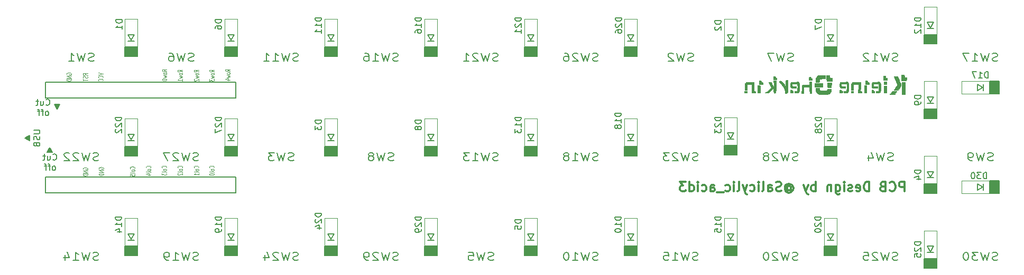
<source format=gbo>
G04 #@! TF.GenerationSoftware,KiCad,Pcbnew,(5.1.5)-3*
G04 #@! TF.CreationDate,2021-03-06T02:12:06+09:00*
G04 #@! TF.ProjectId,Kleine Gherkin,4b6c6569-6e65-4204-9768-65726b696e2e,rev?*
G04 #@! TF.SameCoordinates,Original*
G04 #@! TF.FileFunction,Legend,Bot*
G04 #@! TF.FilePolarity,Positive*
%FSLAX46Y46*%
G04 Gerber Fmt 4.6, Leading zero omitted, Abs format (unit mm)*
G04 Created by KiCad (PCBNEW (5.1.5)-3) date 2021-03-06 02:12:06*
%MOMM*%
%LPD*%
G04 APERTURE LIST*
%ADD10C,0.200000*%
%ADD11C,0.150000*%
%ADD12C,0.300000*%
%ADD13C,0.010000*%
%ADD14C,0.100000*%
%ADD15C,0.203200*%
%ADD16C,0.125000*%
G04 APERTURE END LIST*
D10*
X37505952Y-52720238D02*
X37505952Y-52672619D01*
X37458333Y-52815476D02*
X37458333Y-52672619D01*
X37410714Y-52910714D02*
X37410714Y-52672619D01*
X37363095Y-53005952D02*
X37363095Y-52672619D01*
X37315476Y-53053571D02*
X37315476Y-52672619D01*
X37267857Y-53148809D02*
X37267857Y-52672619D01*
X37220238Y-53244047D02*
X37220238Y-52672619D01*
X37172619Y-53339285D02*
X37172619Y-52672619D01*
X37125000Y-53434523D02*
X37125000Y-52672619D01*
X37077380Y-53339285D02*
X37077380Y-52672619D01*
X37029761Y-53244047D02*
X37029761Y-52672619D01*
X36982142Y-53148809D02*
X36982142Y-52672619D01*
X36934523Y-53053571D02*
X36934523Y-52672619D01*
X36886904Y-53005952D02*
X36886904Y-52672619D01*
X36839285Y-52910714D02*
X36839285Y-52672619D01*
X36791666Y-52815476D02*
X36791666Y-52672619D01*
X36744047Y-52672619D02*
X37125000Y-53386904D01*
X37505952Y-52672619D01*
X36744047Y-52720238D02*
X36744047Y-52672619D01*
X37125000Y-53434523D02*
X36696428Y-52672619D01*
X37553571Y-52672619D01*
X37125000Y-53434523D01*
D11*
X35353571Y-52757142D02*
X35401190Y-52804761D01*
X35544047Y-52852380D01*
X35639285Y-52852380D01*
X35782142Y-52804761D01*
X35877380Y-52709523D01*
X35925000Y-52614285D01*
X35972619Y-52423809D01*
X35972619Y-52280952D01*
X35925000Y-52090476D01*
X35877380Y-51995238D01*
X35782142Y-51900000D01*
X35639285Y-51852380D01*
X35544047Y-51852380D01*
X35401190Y-51900000D01*
X35353571Y-51947619D01*
X34496428Y-52185714D02*
X34496428Y-52852380D01*
X34925000Y-52185714D02*
X34925000Y-52709523D01*
X34877380Y-52804761D01*
X34782142Y-52852380D01*
X34639285Y-52852380D01*
X34544047Y-52804761D01*
X34496428Y-52757142D01*
X34163095Y-52185714D02*
X33782142Y-52185714D01*
X34020238Y-51852380D02*
X34020238Y-52709523D01*
X33972619Y-52804761D01*
X33877380Y-52852380D01*
X33782142Y-52852380D01*
X35567857Y-54502380D02*
X35663095Y-54454761D01*
X35710714Y-54407142D01*
X35758333Y-54311904D01*
X35758333Y-54026190D01*
X35710714Y-53930952D01*
X35663095Y-53883333D01*
X35567857Y-53835714D01*
X35425000Y-53835714D01*
X35329761Y-53883333D01*
X35282142Y-53930952D01*
X35234523Y-54026190D01*
X35234523Y-54311904D01*
X35282142Y-54407142D01*
X35329761Y-54454761D01*
X35425000Y-54502380D01*
X35567857Y-54502380D01*
X34948809Y-53835714D02*
X34567857Y-53835714D01*
X34805952Y-54502380D02*
X34805952Y-53645238D01*
X34758333Y-53550000D01*
X34663095Y-53502380D01*
X34567857Y-53502380D01*
X34377380Y-53835714D02*
X33996428Y-53835714D01*
X34234523Y-54502380D02*
X34234523Y-53645238D01*
X34186904Y-53550000D01*
X34091666Y-53502380D01*
X33996428Y-53502380D01*
X36453571Y-61557142D02*
X36501190Y-61604761D01*
X36644047Y-61652380D01*
X36739285Y-61652380D01*
X36882142Y-61604761D01*
X36977380Y-61509523D01*
X37025000Y-61414285D01*
X37072619Y-61223809D01*
X37072619Y-61080952D01*
X37025000Y-60890476D01*
X36977380Y-60795238D01*
X36882142Y-60700000D01*
X36739285Y-60652380D01*
X36644047Y-60652380D01*
X36501190Y-60700000D01*
X36453571Y-60747619D01*
X35596428Y-60985714D02*
X35596428Y-61652380D01*
X36025000Y-60985714D02*
X36025000Y-61509523D01*
X35977380Y-61604761D01*
X35882142Y-61652380D01*
X35739285Y-61652380D01*
X35644047Y-61604761D01*
X35596428Y-61557142D01*
X35263095Y-60985714D02*
X34882142Y-60985714D01*
X35120238Y-60652380D02*
X35120238Y-61509523D01*
X35072619Y-61604761D01*
X34977380Y-61652380D01*
X34882142Y-61652380D01*
X36667857Y-63302380D02*
X36763095Y-63254761D01*
X36810714Y-63207142D01*
X36858333Y-63111904D01*
X36858333Y-62826190D01*
X36810714Y-62730952D01*
X36763095Y-62683333D01*
X36667857Y-62635714D01*
X36525000Y-62635714D01*
X36429761Y-62683333D01*
X36382142Y-62730952D01*
X36334523Y-62826190D01*
X36334523Y-63111904D01*
X36382142Y-63207142D01*
X36429761Y-63254761D01*
X36525000Y-63302380D01*
X36667857Y-63302380D01*
X36048809Y-62635714D02*
X35667857Y-62635714D01*
X35905952Y-63302380D02*
X35905952Y-62445238D01*
X35858333Y-62350000D01*
X35763095Y-62302380D01*
X35667857Y-62302380D01*
X35477380Y-62635714D02*
X35096428Y-62635714D01*
X35334523Y-63302380D02*
X35334523Y-62445238D01*
X35286904Y-62350000D01*
X35191666Y-62302380D01*
X35096428Y-62302380D01*
D10*
X35544047Y-60329761D02*
X35544047Y-60377380D01*
X35591666Y-60234523D02*
X35591666Y-60377380D01*
X35639285Y-60139285D02*
X35639285Y-60377380D01*
X35686904Y-60044047D02*
X35686904Y-60377380D01*
X35734523Y-59996428D02*
X35734523Y-60377380D01*
X35782142Y-59901190D02*
X35782142Y-60377380D01*
X35829761Y-59805952D02*
X35829761Y-60377380D01*
X35877380Y-59710714D02*
X35877380Y-60377380D01*
X35925000Y-59615476D02*
X35925000Y-60377380D01*
X35972619Y-59710714D02*
X35972619Y-60377380D01*
X36020238Y-59805952D02*
X36020238Y-60377380D01*
X36067857Y-59901190D02*
X36067857Y-60377380D01*
X36115476Y-59996428D02*
X36115476Y-60377380D01*
X36163095Y-60044047D02*
X36163095Y-60377380D01*
X36210714Y-60139285D02*
X36210714Y-60377380D01*
X36258333Y-60234523D02*
X36258333Y-60377380D01*
X36305952Y-60377380D02*
X35925000Y-59663095D01*
X35544047Y-60377380D01*
X36305952Y-60329761D02*
X36305952Y-60377380D01*
X35925000Y-59615476D02*
X36353571Y-60377380D01*
X35496428Y-60377380D01*
X35925000Y-59615476D01*
D11*
X32679761Y-57719047D02*
X32727380Y-57719047D01*
X32584523Y-57766666D02*
X32727380Y-57766666D01*
X32489285Y-57814285D02*
X32727380Y-57814285D01*
X32394047Y-57861904D02*
X32727380Y-57861904D01*
X32346428Y-57909523D02*
X32727380Y-57909523D01*
X32251190Y-57957142D02*
X32727380Y-57957142D01*
X32155952Y-58004761D02*
X32727380Y-58004761D01*
X32060714Y-58052380D02*
X32727380Y-58052380D01*
X31965476Y-58100000D02*
X32727380Y-58100000D01*
X32060714Y-58147619D02*
X32727380Y-58147619D01*
X32155952Y-58195238D02*
X32727380Y-58195238D01*
X32251190Y-58242857D02*
X32727380Y-58242857D01*
X32346428Y-58290476D02*
X32727380Y-58290476D01*
X32394047Y-58338095D02*
X32727380Y-58338095D01*
X32489285Y-58385714D02*
X32727380Y-58385714D01*
X32584523Y-58433333D02*
X32727380Y-58433333D01*
X32727380Y-58480952D02*
X32013095Y-58100000D01*
X32727380Y-57719047D01*
X32679761Y-58480952D02*
X32727380Y-58480952D01*
X31965476Y-58100000D02*
X32727380Y-58528571D01*
X32727380Y-57671428D01*
X31965476Y-58100000D01*
X33377380Y-56838095D02*
X34186904Y-56838095D01*
X34282142Y-56885714D01*
X34329761Y-56933333D01*
X34377380Y-57028571D01*
X34377380Y-57219047D01*
X34329761Y-57314285D01*
X34282142Y-57361904D01*
X34186904Y-57409523D01*
X33377380Y-57409523D01*
X34329761Y-57838095D02*
X34377380Y-57980952D01*
X34377380Y-58219047D01*
X34329761Y-58314285D01*
X34282142Y-58361904D01*
X34186904Y-58409523D01*
X34091666Y-58409523D01*
X33996428Y-58361904D01*
X33948809Y-58314285D01*
X33901190Y-58219047D01*
X33853571Y-58028571D01*
X33805952Y-57933333D01*
X33758333Y-57885714D01*
X33663095Y-57838095D01*
X33567857Y-57838095D01*
X33472619Y-57885714D01*
X33425000Y-57933333D01*
X33377380Y-58028571D01*
X33377380Y-58266666D01*
X33425000Y-58409523D01*
X33853571Y-59171428D02*
X33901190Y-59314285D01*
X33948809Y-59361904D01*
X34044047Y-59409523D01*
X34186904Y-59409523D01*
X34282142Y-59361904D01*
X34329761Y-59314285D01*
X34377380Y-59219047D01*
X34377380Y-58838095D01*
X33377380Y-58838095D01*
X33377380Y-59171428D01*
X33425000Y-59266666D01*
X33472619Y-59314285D01*
X33567857Y-59361904D01*
X33663095Y-59361904D01*
X33758333Y-59314285D01*
X33805952Y-59266666D01*
X33853571Y-59171428D01*
X33853571Y-58838095D01*
D12*
X172828571Y-66678571D02*
X172828571Y-65178571D01*
X172257142Y-65178571D01*
X172114285Y-65250000D01*
X172042857Y-65321428D01*
X171971428Y-65464285D01*
X171971428Y-65678571D01*
X172042857Y-65821428D01*
X172114285Y-65892857D01*
X172257142Y-65964285D01*
X172828571Y-65964285D01*
X170471428Y-66535714D02*
X170542857Y-66607142D01*
X170757142Y-66678571D01*
X170900000Y-66678571D01*
X171114285Y-66607142D01*
X171257142Y-66464285D01*
X171328571Y-66321428D01*
X171400000Y-66035714D01*
X171400000Y-65821428D01*
X171328571Y-65535714D01*
X171257142Y-65392857D01*
X171114285Y-65250000D01*
X170900000Y-65178571D01*
X170757142Y-65178571D01*
X170542857Y-65250000D01*
X170471428Y-65321428D01*
X169328571Y-65892857D02*
X169114285Y-65964285D01*
X169042857Y-66035714D01*
X168971428Y-66178571D01*
X168971428Y-66392857D01*
X169042857Y-66535714D01*
X169114285Y-66607142D01*
X169257142Y-66678571D01*
X169828571Y-66678571D01*
X169828571Y-65178571D01*
X169328571Y-65178571D01*
X169185714Y-65250000D01*
X169114285Y-65321428D01*
X169042857Y-65464285D01*
X169042857Y-65607142D01*
X169114285Y-65750000D01*
X169185714Y-65821428D01*
X169328571Y-65892857D01*
X169828571Y-65892857D01*
X167185714Y-66678571D02*
X167185714Y-65178571D01*
X166828571Y-65178571D01*
X166614285Y-65250000D01*
X166471428Y-65392857D01*
X166400000Y-65535714D01*
X166328571Y-65821428D01*
X166328571Y-66035714D01*
X166400000Y-66321428D01*
X166471428Y-66464285D01*
X166614285Y-66607142D01*
X166828571Y-66678571D01*
X167185714Y-66678571D01*
X165114285Y-66607142D02*
X165257142Y-66678571D01*
X165542857Y-66678571D01*
X165685714Y-66607142D01*
X165757142Y-66464285D01*
X165757142Y-65892857D01*
X165685714Y-65750000D01*
X165542857Y-65678571D01*
X165257142Y-65678571D01*
X165114285Y-65750000D01*
X165042857Y-65892857D01*
X165042857Y-66035714D01*
X165757142Y-66178571D01*
X164471428Y-66607142D02*
X164328571Y-66678571D01*
X164042857Y-66678571D01*
X163900000Y-66607142D01*
X163828571Y-66464285D01*
X163828571Y-66392857D01*
X163900000Y-66250000D01*
X164042857Y-66178571D01*
X164257142Y-66178571D01*
X164400000Y-66107142D01*
X164471428Y-65964285D01*
X164471428Y-65892857D01*
X164400000Y-65750000D01*
X164257142Y-65678571D01*
X164042857Y-65678571D01*
X163900000Y-65750000D01*
X163185714Y-66678571D02*
X163185714Y-65678571D01*
X163185714Y-65178571D02*
X163257142Y-65250000D01*
X163185714Y-65321428D01*
X163114285Y-65250000D01*
X163185714Y-65178571D01*
X163185714Y-65321428D01*
X161828571Y-65678571D02*
X161828571Y-66892857D01*
X161900000Y-67035714D01*
X161971428Y-67107142D01*
X162114285Y-67178571D01*
X162328571Y-67178571D01*
X162471428Y-67107142D01*
X161828571Y-66607142D02*
X161971428Y-66678571D01*
X162257142Y-66678571D01*
X162400000Y-66607142D01*
X162471428Y-66535714D01*
X162542857Y-66392857D01*
X162542857Y-65964285D01*
X162471428Y-65821428D01*
X162400000Y-65750000D01*
X162257142Y-65678571D01*
X161971428Y-65678571D01*
X161828571Y-65750000D01*
X161114285Y-65678571D02*
X161114285Y-66678571D01*
X161114285Y-65821428D02*
X161042857Y-65750000D01*
X160900000Y-65678571D01*
X160685714Y-65678571D01*
X160542857Y-65750000D01*
X160471428Y-65892857D01*
X160471428Y-66678571D01*
X158614285Y-66678571D02*
X158614285Y-65178571D01*
X158614285Y-65750000D02*
X158471428Y-65678571D01*
X158185714Y-65678571D01*
X158042857Y-65750000D01*
X157971428Y-65821428D01*
X157900000Y-65964285D01*
X157900000Y-66392857D01*
X157971428Y-66535714D01*
X158042857Y-66607142D01*
X158185714Y-66678571D01*
X158471428Y-66678571D01*
X158614285Y-66607142D01*
X157400000Y-65678571D02*
X157042857Y-66678571D01*
X156685714Y-65678571D02*
X157042857Y-66678571D01*
X157185714Y-67035714D01*
X157257142Y-67107142D01*
X157400000Y-67178571D01*
X154042857Y-65964285D02*
X154114285Y-65892857D01*
X154257142Y-65821428D01*
X154400000Y-65821428D01*
X154542857Y-65892857D01*
X154614285Y-65964285D01*
X154685714Y-66107142D01*
X154685714Y-66250000D01*
X154614285Y-66392857D01*
X154542857Y-66464285D01*
X154400000Y-66535714D01*
X154257142Y-66535714D01*
X154114285Y-66464285D01*
X154042857Y-66392857D01*
X154042857Y-65821428D02*
X154042857Y-66392857D01*
X153971428Y-66464285D01*
X153900000Y-66464285D01*
X153757142Y-66392857D01*
X153685714Y-66250000D01*
X153685714Y-65892857D01*
X153828571Y-65678571D01*
X154042857Y-65535714D01*
X154328571Y-65464285D01*
X154614285Y-65535714D01*
X154828571Y-65678571D01*
X154971428Y-65892857D01*
X155042857Y-66178571D01*
X154971428Y-66464285D01*
X154828571Y-66678571D01*
X154614285Y-66821428D01*
X154328571Y-66892857D01*
X154042857Y-66821428D01*
X153828571Y-66678571D01*
X153114285Y-66607142D02*
X152900000Y-66678571D01*
X152542857Y-66678571D01*
X152400000Y-66607142D01*
X152328571Y-66535714D01*
X152257142Y-66392857D01*
X152257142Y-66250000D01*
X152328571Y-66107142D01*
X152400000Y-66035714D01*
X152542857Y-65964285D01*
X152828571Y-65892857D01*
X152971428Y-65821428D01*
X153042857Y-65750000D01*
X153114285Y-65607142D01*
X153114285Y-65464285D01*
X153042857Y-65321428D01*
X152971428Y-65250000D01*
X152828571Y-65178571D01*
X152471428Y-65178571D01*
X152257142Y-65250000D01*
X150971428Y-66678571D02*
X150971428Y-65892857D01*
X151042857Y-65750000D01*
X151185714Y-65678571D01*
X151471428Y-65678571D01*
X151614285Y-65750000D01*
X150971428Y-66607142D02*
X151114285Y-66678571D01*
X151471428Y-66678571D01*
X151614285Y-66607142D01*
X151685714Y-66464285D01*
X151685714Y-66321428D01*
X151614285Y-66178571D01*
X151471428Y-66107142D01*
X151114285Y-66107142D01*
X150971428Y-66035714D01*
X150042857Y-66678571D02*
X150185714Y-66607142D01*
X150257142Y-66464285D01*
X150257142Y-65178571D01*
X149471428Y-66678571D02*
X149471428Y-65678571D01*
X149471428Y-65178571D02*
X149542857Y-65250000D01*
X149471428Y-65321428D01*
X149400000Y-65250000D01*
X149471428Y-65178571D01*
X149471428Y-65321428D01*
X148114285Y-66607142D02*
X148257142Y-66678571D01*
X148542857Y-66678571D01*
X148685714Y-66607142D01*
X148757142Y-66535714D01*
X148828571Y-66392857D01*
X148828571Y-65964285D01*
X148757142Y-65821428D01*
X148685714Y-65750000D01*
X148542857Y-65678571D01*
X148257142Y-65678571D01*
X148114285Y-65750000D01*
X147614285Y-65678571D02*
X147257142Y-66678571D01*
X146900000Y-65678571D02*
X147257142Y-66678571D01*
X147400000Y-67035714D01*
X147471428Y-67107142D01*
X147614285Y-67178571D01*
X146114285Y-66678571D02*
X146257142Y-66607142D01*
X146328571Y-66464285D01*
X146328571Y-65178571D01*
X145542857Y-66678571D02*
X145542857Y-65678571D01*
X145542857Y-65178571D02*
X145614285Y-65250000D01*
X145542857Y-65321428D01*
X145471428Y-65250000D01*
X145542857Y-65178571D01*
X145542857Y-65321428D01*
X144185714Y-66607142D02*
X144328571Y-66678571D01*
X144614285Y-66678571D01*
X144757142Y-66607142D01*
X144828571Y-66535714D01*
X144900000Y-66392857D01*
X144900000Y-65964285D01*
X144828571Y-65821428D01*
X144757142Y-65750000D01*
X144614285Y-65678571D01*
X144328571Y-65678571D01*
X144185714Y-65750000D01*
X143900000Y-66821428D02*
X142757142Y-66821428D01*
X141757142Y-66678571D02*
X141757142Y-65892857D01*
X141828571Y-65750000D01*
X141971428Y-65678571D01*
X142257142Y-65678571D01*
X142400000Y-65750000D01*
X141757142Y-66607142D02*
X141900000Y-66678571D01*
X142257142Y-66678571D01*
X142400000Y-66607142D01*
X142471428Y-66464285D01*
X142471428Y-66321428D01*
X142400000Y-66178571D01*
X142257142Y-66107142D01*
X141900000Y-66107142D01*
X141757142Y-66035714D01*
X140400000Y-66607142D02*
X140542857Y-66678571D01*
X140828571Y-66678571D01*
X140971428Y-66607142D01*
X141042857Y-66535714D01*
X141114285Y-66392857D01*
X141114285Y-65964285D01*
X141042857Y-65821428D01*
X140971428Y-65750000D01*
X140828571Y-65678571D01*
X140542857Y-65678571D01*
X140400000Y-65750000D01*
X139757142Y-66678571D02*
X139757142Y-65678571D01*
X139757142Y-65178571D02*
X139828571Y-65250000D01*
X139757142Y-65321428D01*
X139685714Y-65250000D01*
X139757142Y-65178571D01*
X139757142Y-65321428D01*
X138400000Y-66678571D02*
X138400000Y-65178571D01*
X138400000Y-66607142D02*
X138542857Y-66678571D01*
X138828571Y-66678571D01*
X138971428Y-66607142D01*
X139042857Y-66535714D01*
X139114285Y-66392857D01*
X139114285Y-65964285D01*
X139042857Y-65821428D01*
X138971428Y-65750000D01*
X138828571Y-65678571D01*
X138542857Y-65678571D01*
X138400000Y-65750000D01*
X137828571Y-65178571D02*
X136900000Y-65178571D01*
X137400000Y-65750000D01*
X137185714Y-65750000D01*
X137042857Y-65821428D01*
X136971428Y-65892857D01*
X136900000Y-66035714D01*
X136900000Y-66392857D01*
X136971428Y-66535714D01*
X137042857Y-66607142D01*
X137185714Y-66678571D01*
X137614285Y-66678571D01*
X137757142Y-66607142D01*
X137828571Y-66535714D01*
D11*
X186014285Y-64652380D02*
X186014285Y-63652380D01*
X185776190Y-63652380D01*
X185633333Y-63700000D01*
X185538095Y-63795238D01*
X185490476Y-63890476D01*
X185442857Y-64080952D01*
X185442857Y-64223809D01*
X185490476Y-64414285D01*
X185538095Y-64509523D01*
X185633333Y-64604761D01*
X185776190Y-64652380D01*
X186014285Y-64652380D01*
X185109523Y-63652380D02*
X184490476Y-63652380D01*
X184823809Y-64033333D01*
X184680952Y-64033333D01*
X184585714Y-64080952D01*
X184538095Y-64128571D01*
X184490476Y-64223809D01*
X184490476Y-64461904D01*
X184538095Y-64557142D01*
X184585714Y-64604761D01*
X184680952Y-64652380D01*
X184966666Y-64652380D01*
X185061904Y-64604761D01*
X185109523Y-64557142D01*
X183871428Y-63652380D02*
X183776190Y-63652380D01*
X183680952Y-63700000D01*
X183633333Y-63747619D01*
X183585714Y-63842857D01*
X183538095Y-64033333D01*
X183538095Y-64271428D01*
X183585714Y-64461904D01*
X183633333Y-64557142D01*
X183680952Y-64604761D01*
X183776190Y-64652380D01*
X183871428Y-64652380D01*
X183966666Y-64604761D01*
X184014285Y-64557142D01*
X184061904Y-64461904D01*
X184109523Y-64271428D01*
X184109523Y-64033333D01*
X184061904Y-63842857D01*
X184014285Y-63747619D01*
X183966666Y-63700000D01*
X183871428Y-63652380D01*
X95452380Y-70785714D02*
X94452380Y-70785714D01*
X94452380Y-71023809D01*
X94500000Y-71166666D01*
X94595238Y-71261904D01*
X94690476Y-71309523D01*
X94880952Y-71357142D01*
X95023809Y-71357142D01*
X95214285Y-71309523D01*
X95309523Y-71261904D01*
X95404761Y-71166666D01*
X95452380Y-71023809D01*
X95452380Y-70785714D01*
X94547619Y-71738095D02*
X94500000Y-71785714D01*
X94452380Y-71880952D01*
X94452380Y-72119047D01*
X94500000Y-72214285D01*
X94547619Y-72261904D01*
X94642857Y-72309523D01*
X94738095Y-72309523D01*
X94880952Y-72261904D01*
X95452380Y-71690476D01*
X95452380Y-72309523D01*
X95452380Y-72785714D02*
X95452380Y-72976190D01*
X95404761Y-73071428D01*
X95357142Y-73119047D01*
X95214285Y-73214285D01*
X95023809Y-73261904D01*
X94642857Y-73261904D01*
X94547619Y-73214285D01*
X94500000Y-73166666D01*
X94452380Y-73071428D01*
X94452380Y-72880952D01*
X94500000Y-72785714D01*
X94547619Y-72738095D01*
X94642857Y-72690476D01*
X94880952Y-72690476D01*
X94976190Y-72738095D01*
X95023809Y-72785714D01*
X95071428Y-72880952D01*
X95071428Y-73071428D01*
X95023809Y-73166666D01*
X94976190Y-73214285D01*
X94880952Y-73261904D01*
X159552380Y-54785714D02*
X158552380Y-54785714D01*
X158552380Y-55023809D01*
X158600000Y-55166666D01*
X158695238Y-55261904D01*
X158790476Y-55309523D01*
X158980952Y-55357142D01*
X159123809Y-55357142D01*
X159314285Y-55309523D01*
X159409523Y-55261904D01*
X159504761Y-55166666D01*
X159552380Y-55023809D01*
X159552380Y-54785714D01*
X158647619Y-55738095D02*
X158600000Y-55785714D01*
X158552380Y-55880952D01*
X158552380Y-56119047D01*
X158600000Y-56214285D01*
X158647619Y-56261904D01*
X158742857Y-56309523D01*
X158838095Y-56309523D01*
X158980952Y-56261904D01*
X159552380Y-55690476D01*
X159552380Y-56309523D01*
X158980952Y-56880952D02*
X158933333Y-56785714D01*
X158885714Y-56738095D01*
X158790476Y-56690476D01*
X158742857Y-56690476D01*
X158647619Y-56738095D01*
X158600000Y-56785714D01*
X158552380Y-56880952D01*
X158552380Y-57071428D01*
X158600000Y-57166666D01*
X158647619Y-57214285D01*
X158742857Y-57261904D01*
X158790476Y-57261904D01*
X158885714Y-57214285D01*
X158933333Y-57166666D01*
X158980952Y-57071428D01*
X158980952Y-56880952D01*
X159028571Y-56785714D01*
X159076190Y-56738095D01*
X159171428Y-56690476D01*
X159361904Y-56690476D01*
X159457142Y-56738095D01*
X159504761Y-56785714D01*
X159552380Y-56880952D01*
X159552380Y-57071428D01*
X159504761Y-57166666D01*
X159457142Y-57214285D01*
X159361904Y-57261904D01*
X159171428Y-57261904D01*
X159076190Y-57214285D01*
X159028571Y-57166666D01*
X158980952Y-57071428D01*
X63452380Y-54785714D02*
X62452380Y-54785714D01*
X62452380Y-55023809D01*
X62500000Y-55166666D01*
X62595238Y-55261904D01*
X62690476Y-55309523D01*
X62880952Y-55357142D01*
X63023809Y-55357142D01*
X63214285Y-55309523D01*
X63309523Y-55261904D01*
X63404761Y-55166666D01*
X63452380Y-55023809D01*
X63452380Y-54785714D01*
X62547619Y-55738095D02*
X62500000Y-55785714D01*
X62452380Y-55880952D01*
X62452380Y-56119047D01*
X62500000Y-56214285D01*
X62547619Y-56261904D01*
X62642857Y-56309523D01*
X62738095Y-56309523D01*
X62880952Y-56261904D01*
X63452380Y-55690476D01*
X63452380Y-56309523D01*
X62452380Y-56642857D02*
X62452380Y-57309523D01*
X63452380Y-56880952D01*
X127552380Y-38785714D02*
X126552380Y-38785714D01*
X126552380Y-39023809D01*
X126600000Y-39166666D01*
X126695238Y-39261904D01*
X126790476Y-39309523D01*
X126980952Y-39357142D01*
X127123809Y-39357142D01*
X127314285Y-39309523D01*
X127409523Y-39261904D01*
X127504761Y-39166666D01*
X127552380Y-39023809D01*
X127552380Y-38785714D01*
X126647619Y-39738095D02*
X126600000Y-39785714D01*
X126552380Y-39880952D01*
X126552380Y-40119047D01*
X126600000Y-40214285D01*
X126647619Y-40261904D01*
X126742857Y-40309523D01*
X126838095Y-40309523D01*
X126980952Y-40261904D01*
X127552380Y-39690476D01*
X127552380Y-40309523D01*
X126552380Y-41166666D02*
X126552380Y-40976190D01*
X126600000Y-40880952D01*
X126647619Y-40833333D01*
X126790476Y-40738095D01*
X126980952Y-40690476D01*
X127361904Y-40690476D01*
X127457142Y-40738095D01*
X127504761Y-40785714D01*
X127552380Y-40880952D01*
X127552380Y-41071428D01*
X127504761Y-41166666D01*
X127457142Y-41214285D01*
X127361904Y-41261904D01*
X127123809Y-41261904D01*
X127028571Y-41214285D01*
X126980952Y-41166666D01*
X126933333Y-41071428D01*
X126933333Y-40880952D01*
X126980952Y-40785714D01*
X127028571Y-40738095D01*
X127123809Y-40690476D01*
X175452380Y-74785714D02*
X174452380Y-74785714D01*
X174452380Y-75023809D01*
X174500000Y-75166666D01*
X174595238Y-75261904D01*
X174690476Y-75309523D01*
X174880952Y-75357142D01*
X175023809Y-75357142D01*
X175214285Y-75309523D01*
X175309523Y-75261904D01*
X175404761Y-75166666D01*
X175452380Y-75023809D01*
X175452380Y-74785714D01*
X174547619Y-75738095D02*
X174500000Y-75785714D01*
X174452380Y-75880952D01*
X174452380Y-76119047D01*
X174500000Y-76214285D01*
X174547619Y-76261904D01*
X174642857Y-76309523D01*
X174738095Y-76309523D01*
X174880952Y-76261904D01*
X175452380Y-75690476D01*
X175452380Y-76309523D01*
X174452380Y-77214285D02*
X174452380Y-76738095D01*
X174928571Y-76690476D01*
X174880952Y-76738095D01*
X174833333Y-76833333D01*
X174833333Y-77071428D01*
X174880952Y-77166666D01*
X174928571Y-77214285D01*
X175023809Y-77261904D01*
X175261904Y-77261904D01*
X175357142Y-77214285D01*
X175404761Y-77166666D01*
X175452380Y-77071428D01*
X175452380Y-76833333D01*
X175404761Y-76738095D01*
X175357142Y-76690476D01*
X79452380Y-70210714D02*
X78452380Y-70210714D01*
X78452380Y-70448809D01*
X78500000Y-70591666D01*
X78595238Y-70686904D01*
X78690476Y-70734523D01*
X78880952Y-70782142D01*
X79023809Y-70782142D01*
X79214285Y-70734523D01*
X79309523Y-70686904D01*
X79404761Y-70591666D01*
X79452380Y-70448809D01*
X79452380Y-70210714D01*
X78547619Y-71163095D02*
X78500000Y-71210714D01*
X78452380Y-71305952D01*
X78452380Y-71544047D01*
X78500000Y-71639285D01*
X78547619Y-71686904D01*
X78642857Y-71734523D01*
X78738095Y-71734523D01*
X78880952Y-71686904D01*
X79452380Y-71115476D01*
X79452380Y-71734523D01*
X78785714Y-72591666D02*
X79452380Y-72591666D01*
X78404761Y-72353571D02*
X79119047Y-72115476D01*
X79119047Y-72734523D01*
X143452380Y-54785714D02*
X142452380Y-54785714D01*
X142452380Y-55023809D01*
X142500000Y-55166666D01*
X142595238Y-55261904D01*
X142690476Y-55309523D01*
X142880952Y-55357142D01*
X143023809Y-55357142D01*
X143214285Y-55309523D01*
X143309523Y-55261904D01*
X143404761Y-55166666D01*
X143452380Y-55023809D01*
X143452380Y-54785714D01*
X142547619Y-55738095D02*
X142500000Y-55785714D01*
X142452380Y-55880952D01*
X142452380Y-56119047D01*
X142500000Y-56214285D01*
X142547619Y-56261904D01*
X142642857Y-56309523D01*
X142738095Y-56309523D01*
X142880952Y-56261904D01*
X143452380Y-55690476D01*
X143452380Y-56309523D01*
X142452380Y-56642857D02*
X142452380Y-57261904D01*
X142833333Y-56928571D01*
X142833333Y-57071428D01*
X142880952Y-57166666D01*
X142928571Y-57214285D01*
X143023809Y-57261904D01*
X143261904Y-57261904D01*
X143357142Y-57214285D01*
X143404761Y-57166666D01*
X143452380Y-57071428D01*
X143452380Y-56785714D01*
X143404761Y-56690476D01*
X143357142Y-56642857D01*
X47452380Y-54785714D02*
X46452380Y-54785714D01*
X46452380Y-55023809D01*
X46500000Y-55166666D01*
X46595238Y-55261904D01*
X46690476Y-55309523D01*
X46880952Y-55357142D01*
X47023809Y-55357142D01*
X47214285Y-55309523D01*
X47309523Y-55261904D01*
X47404761Y-55166666D01*
X47452380Y-55023809D01*
X47452380Y-54785714D01*
X46547619Y-55738095D02*
X46500000Y-55785714D01*
X46452380Y-55880952D01*
X46452380Y-56119047D01*
X46500000Y-56214285D01*
X46547619Y-56261904D01*
X46642857Y-56309523D01*
X46738095Y-56309523D01*
X46880952Y-56261904D01*
X47452380Y-55690476D01*
X47452380Y-56309523D01*
X46547619Y-56690476D02*
X46500000Y-56738095D01*
X46452380Y-56833333D01*
X46452380Y-57071428D01*
X46500000Y-57166666D01*
X46547619Y-57214285D01*
X46642857Y-57261904D01*
X46738095Y-57261904D01*
X46880952Y-57214285D01*
X47452380Y-56642857D01*
X47452380Y-57261904D01*
X111452380Y-38785714D02*
X110452380Y-38785714D01*
X110452380Y-39023809D01*
X110500000Y-39166666D01*
X110595238Y-39261904D01*
X110690476Y-39309523D01*
X110880952Y-39357142D01*
X111023809Y-39357142D01*
X111214285Y-39309523D01*
X111309523Y-39261904D01*
X111404761Y-39166666D01*
X111452380Y-39023809D01*
X111452380Y-38785714D01*
X110547619Y-39738095D02*
X110500000Y-39785714D01*
X110452380Y-39880952D01*
X110452380Y-40119047D01*
X110500000Y-40214285D01*
X110547619Y-40261904D01*
X110642857Y-40309523D01*
X110738095Y-40309523D01*
X110880952Y-40261904D01*
X111452380Y-39690476D01*
X111452380Y-40309523D01*
X111452380Y-41261904D02*
X111452380Y-40690476D01*
X111452380Y-40976190D02*
X110452380Y-40976190D01*
X110595238Y-40880952D01*
X110690476Y-40785714D01*
X110738095Y-40690476D01*
X159452380Y-70785714D02*
X158452380Y-70785714D01*
X158452380Y-71023809D01*
X158500000Y-71166666D01*
X158595238Y-71261904D01*
X158690476Y-71309523D01*
X158880952Y-71357142D01*
X159023809Y-71357142D01*
X159214285Y-71309523D01*
X159309523Y-71261904D01*
X159404761Y-71166666D01*
X159452380Y-71023809D01*
X159452380Y-70785714D01*
X158547619Y-71738095D02*
X158500000Y-71785714D01*
X158452380Y-71880952D01*
X158452380Y-72119047D01*
X158500000Y-72214285D01*
X158547619Y-72261904D01*
X158642857Y-72309523D01*
X158738095Y-72309523D01*
X158880952Y-72261904D01*
X159452380Y-71690476D01*
X159452380Y-72309523D01*
X158452380Y-72928571D02*
X158452380Y-73023809D01*
X158500000Y-73119047D01*
X158547619Y-73166666D01*
X158642857Y-73214285D01*
X158833333Y-73261904D01*
X159071428Y-73261904D01*
X159261904Y-73214285D01*
X159357142Y-73166666D01*
X159404761Y-73119047D01*
X159452380Y-73023809D01*
X159452380Y-72928571D01*
X159404761Y-72833333D01*
X159357142Y-72785714D01*
X159261904Y-72738095D01*
X159071428Y-72690476D01*
X158833333Y-72690476D01*
X158642857Y-72738095D01*
X158547619Y-72785714D01*
X158500000Y-72833333D01*
X158452380Y-72928571D01*
X63452380Y-70785714D02*
X62452380Y-70785714D01*
X62452380Y-71023809D01*
X62500000Y-71166666D01*
X62595238Y-71261904D01*
X62690476Y-71309523D01*
X62880952Y-71357142D01*
X63023809Y-71357142D01*
X63214285Y-71309523D01*
X63309523Y-71261904D01*
X63404761Y-71166666D01*
X63452380Y-71023809D01*
X63452380Y-70785714D01*
X63452380Y-72309523D02*
X63452380Y-71738095D01*
X63452380Y-72023809D02*
X62452380Y-72023809D01*
X62595238Y-71928571D01*
X62690476Y-71833333D01*
X62738095Y-71738095D01*
X63452380Y-72785714D02*
X63452380Y-72976190D01*
X63404761Y-73071428D01*
X63357142Y-73119047D01*
X63214285Y-73214285D01*
X63023809Y-73261904D01*
X62642857Y-73261904D01*
X62547619Y-73214285D01*
X62500000Y-73166666D01*
X62452380Y-73071428D01*
X62452380Y-72880952D01*
X62500000Y-72785714D01*
X62547619Y-72738095D01*
X62642857Y-72690476D01*
X62880952Y-72690476D01*
X62976190Y-72738095D01*
X63023809Y-72785714D01*
X63071428Y-72880952D01*
X63071428Y-73071428D01*
X63023809Y-73166666D01*
X62976190Y-73214285D01*
X62880952Y-73261904D01*
X127452380Y-54110714D02*
X126452380Y-54110714D01*
X126452380Y-54348809D01*
X126500000Y-54491666D01*
X126595238Y-54586904D01*
X126690476Y-54634523D01*
X126880952Y-54682142D01*
X127023809Y-54682142D01*
X127214285Y-54634523D01*
X127309523Y-54586904D01*
X127404761Y-54491666D01*
X127452380Y-54348809D01*
X127452380Y-54110714D01*
X127452380Y-55634523D02*
X127452380Y-55063095D01*
X127452380Y-55348809D02*
X126452380Y-55348809D01*
X126595238Y-55253571D01*
X126690476Y-55158333D01*
X126738095Y-55063095D01*
X126880952Y-56205952D02*
X126833333Y-56110714D01*
X126785714Y-56063095D01*
X126690476Y-56015476D01*
X126642857Y-56015476D01*
X126547619Y-56063095D01*
X126500000Y-56110714D01*
X126452380Y-56205952D01*
X126452380Y-56396428D01*
X126500000Y-56491666D01*
X126547619Y-56539285D01*
X126642857Y-56586904D01*
X126690476Y-56586904D01*
X126785714Y-56539285D01*
X126833333Y-56491666D01*
X126880952Y-56396428D01*
X126880952Y-56205952D01*
X126928571Y-56110714D01*
X126976190Y-56063095D01*
X127071428Y-56015476D01*
X127261904Y-56015476D01*
X127357142Y-56063095D01*
X127404761Y-56110714D01*
X127452380Y-56205952D01*
X127452380Y-56396428D01*
X127404761Y-56491666D01*
X127357142Y-56539285D01*
X127261904Y-56586904D01*
X127071428Y-56586904D01*
X126976190Y-56539285D01*
X126928571Y-56491666D01*
X126880952Y-56396428D01*
X186214285Y-48452380D02*
X186214285Y-47452380D01*
X185976190Y-47452380D01*
X185833333Y-47500000D01*
X185738095Y-47595238D01*
X185690476Y-47690476D01*
X185642857Y-47880952D01*
X185642857Y-48023809D01*
X185690476Y-48214285D01*
X185738095Y-48309523D01*
X185833333Y-48404761D01*
X185976190Y-48452380D01*
X186214285Y-48452380D01*
X184690476Y-48452380D02*
X185261904Y-48452380D01*
X184976190Y-48452380D02*
X184976190Y-47452380D01*
X185071428Y-47595238D01*
X185166666Y-47690476D01*
X185261904Y-47738095D01*
X184357142Y-47452380D02*
X183690476Y-47452380D01*
X184119047Y-48452380D01*
X95452380Y-38785714D02*
X94452380Y-38785714D01*
X94452380Y-39023809D01*
X94500000Y-39166666D01*
X94595238Y-39261904D01*
X94690476Y-39309523D01*
X94880952Y-39357142D01*
X95023809Y-39357142D01*
X95214285Y-39309523D01*
X95309523Y-39261904D01*
X95404761Y-39166666D01*
X95452380Y-39023809D01*
X95452380Y-38785714D01*
X95452380Y-40309523D02*
X95452380Y-39738095D01*
X95452380Y-40023809D02*
X94452380Y-40023809D01*
X94595238Y-39928571D01*
X94690476Y-39833333D01*
X94738095Y-39738095D01*
X94452380Y-41166666D02*
X94452380Y-40976190D01*
X94500000Y-40880952D01*
X94547619Y-40833333D01*
X94690476Y-40738095D01*
X94880952Y-40690476D01*
X95261904Y-40690476D01*
X95357142Y-40738095D01*
X95404761Y-40785714D01*
X95452380Y-40880952D01*
X95452380Y-41071428D01*
X95404761Y-41166666D01*
X95357142Y-41214285D01*
X95261904Y-41261904D01*
X95023809Y-41261904D01*
X94928571Y-41214285D01*
X94880952Y-41166666D01*
X94833333Y-41071428D01*
X94833333Y-40880952D01*
X94880952Y-40785714D01*
X94928571Y-40738095D01*
X95023809Y-40690476D01*
X143452380Y-70785714D02*
X142452380Y-70785714D01*
X142452380Y-71023809D01*
X142500000Y-71166666D01*
X142595238Y-71261904D01*
X142690476Y-71309523D01*
X142880952Y-71357142D01*
X143023809Y-71357142D01*
X143214285Y-71309523D01*
X143309523Y-71261904D01*
X143404761Y-71166666D01*
X143452380Y-71023809D01*
X143452380Y-70785714D01*
X143452380Y-72309523D02*
X143452380Y-71738095D01*
X143452380Y-72023809D02*
X142452380Y-72023809D01*
X142595238Y-71928571D01*
X142690476Y-71833333D01*
X142738095Y-71738095D01*
X142452380Y-73214285D02*
X142452380Y-72738095D01*
X142928571Y-72690476D01*
X142880952Y-72738095D01*
X142833333Y-72833333D01*
X142833333Y-73071428D01*
X142880952Y-73166666D01*
X142928571Y-73214285D01*
X143023809Y-73261904D01*
X143261904Y-73261904D01*
X143357142Y-73214285D01*
X143404761Y-73166666D01*
X143452380Y-73071428D01*
X143452380Y-72833333D01*
X143404761Y-72738095D01*
X143357142Y-72690476D01*
X47452380Y-70785714D02*
X46452380Y-70785714D01*
X46452380Y-71023809D01*
X46500000Y-71166666D01*
X46595238Y-71261904D01*
X46690476Y-71309523D01*
X46880952Y-71357142D01*
X47023809Y-71357142D01*
X47214285Y-71309523D01*
X47309523Y-71261904D01*
X47404761Y-71166666D01*
X47452380Y-71023809D01*
X47452380Y-70785714D01*
X47452380Y-72309523D02*
X47452380Y-71738095D01*
X47452380Y-72023809D02*
X46452380Y-72023809D01*
X46595238Y-71928571D01*
X46690476Y-71833333D01*
X46738095Y-71738095D01*
X46785714Y-73166666D02*
X47452380Y-73166666D01*
X46404761Y-72928571D02*
X47119047Y-72690476D01*
X47119047Y-73309523D01*
X111452380Y-54785714D02*
X110452380Y-54785714D01*
X110452380Y-55023809D01*
X110500000Y-55166666D01*
X110595238Y-55261904D01*
X110690476Y-55309523D01*
X110880952Y-55357142D01*
X111023809Y-55357142D01*
X111214285Y-55309523D01*
X111309523Y-55261904D01*
X111404761Y-55166666D01*
X111452380Y-55023809D01*
X111452380Y-54785714D01*
X111452380Y-56309523D02*
X111452380Y-55738095D01*
X111452380Y-56023809D02*
X110452380Y-56023809D01*
X110595238Y-55928571D01*
X110690476Y-55833333D01*
X110738095Y-55738095D01*
X110452380Y-56642857D02*
X110452380Y-57261904D01*
X110833333Y-56928571D01*
X110833333Y-57071428D01*
X110880952Y-57166666D01*
X110928571Y-57214285D01*
X111023809Y-57261904D01*
X111261904Y-57261904D01*
X111357142Y-57214285D01*
X111404761Y-57166666D01*
X111452380Y-57071428D01*
X111452380Y-56785714D01*
X111404761Y-56690476D01*
X111357142Y-56642857D01*
X175452380Y-38785714D02*
X174452380Y-38785714D01*
X174452380Y-39023809D01*
X174500000Y-39166666D01*
X174595238Y-39261904D01*
X174690476Y-39309523D01*
X174880952Y-39357142D01*
X175023809Y-39357142D01*
X175214285Y-39309523D01*
X175309523Y-39261904D01*
X175404761Y-39166666D01*
X175452380Y-39023809D01*
X175452380Y-38785714D01*
X175452380Y-40309523D02*
X175452380Y-39738095D01*
X175452380Y-40023809D02*
X174452380Y-40023809D01*
X174595238Y-39928571D01*
X174690476Y-39833333D01*
X174738095Y-39738095D01*
X174547619Y-40690476D02*
X174500000Y-40738095D01*
X174452380Y-40833333D01*
X174452380Y-41071428D01*
X174500000Y-41166666D01*
X174547619Y-41214285D01*
X174642857Y-41261904D01*
X174738095Y-41261904D01*
X174880952Y-41214285D01*
X175452380Y-40642857D01*
X175452380Y-41261904D01*
X79452380Y-38785714D02*
X78452380Y-38785714D01*
X78452380Y-39023809D01*
X78500000Y-39166666D01*
X78595238Y-39261904D01*
X78690476Y-39309523D01*
X78880952Y-39357142D01*
X79023809Y-39357142D01*
X79214285Y-39309523D01*
X79309523Y-39261904D01*
X79404761Y-39166666D01*
X79452380Y-39023809D01*
X79452380Y-38785714D01*
X79452380Y-40309523D02*
X79452380Y-39738095D01*
X79452380Y-40023809D02*
X78452380Y-40023809D01*
X78595238Y-39928571D01*
X78690476Y-39833333D01*
X78738095Y-39738095D01*
X79452380Y-41261904D02*
X79452380Y-40690476D01*
X79452380Y-40976190D02*
X78452380Y-40976190D01*
X78595238Y-40880952D01*
X78690476Y-40785714D01*
X78738095Y-40690476D01*
X127452380Y-70785714D02*
X126452380Y-70785714D01*
X126452380Y-71023809D01*
X126500000Y-71166666D01*
X126595238Y-71261904D01*
X126690476Y-71309523D01*
X126880952Y-71357142D01*
X127023809Y-71357142D01*
X127214285Y-71309523D01*
X127309523Y-71261904D01*
X127404761Y-71166666D01*
X127452380Y-71023809D01*
X127452380Y-70785714D01*
X127452380Y-72309523D02*
X127452380Y-71738095D01*
X127452380Y-72023809D02*
X126452380Y-72023809D01*
X126595238Y-71928571D01*
X126690476Y-71833333D01*
X126738095Y-71738095D01*
X126452380Y-72928571D02*
X126452380Y-73023809D01*
X126500000Y-73119047D01*
X126547619Y-73166666D01*
X126642857Y-73214285D01*
X126833333Y-73261904D01*
X127071428Y-73261904D01*
X127261904Y-73214285D01*
X127357142Y-73166666D01*
X127404761Y-73119047D01*
X127452380Y-73023809D01*
X127452380Y-72928571D01*
X127404761Y-72833333D01*
X127357142Y-72785714D01*
X127261904Y-72738095D01*
X127071428Y-72690476D01*
X126833333Y-72690476D01*
X126642857Y-72738095D01*
X126547619Y-72785714D01*
X126500000Y-72833333D01*
X126452380Y-72928571D01*
X175452380Y-51261904D02*
X174452380Y-51261904D01*
X174452380Y-51500000D01*
X174500000Y-51642857D01*
X174595238Y-51738095D01*
X174690476Y-51785714D01*
X174880952Y-51833333D01*
X175023809Y-51833333D01*
X175214285Y-51785714D01*
X175309523Y-51738095D01*
X175404761Y-51642857D01*
X175452380Y-51500000D01*
X175452380Y-51261904D01*
X175452380Y-52309523D02*
X175452380Y-52500000D01*
X175404761Y-52595238D01*
X175357142Y-52642857D01*
X175214285Y-52738095D01*
X175023809Y-52785714D01*
X174642857Y-52785714D01*
X174547619Y-52738095D01*
X174500000Y-52690476D01*
X174452380Y-52595238D01*
X174452380Y-52404761D01*
X174500000Y-52309523D01*
X174547619Y-52261904D01*
X174642857Y-52214285D01*
X174880952Y-52214285D01*
X174976190Y-52261904D01*
X175023809Y-52309523D01*
X175071428Y-52404761D01*
X175071428Y-52595238D01*
X175023809Y-52690476D01*
X174976190Y-52738095D01*
X174880952Y-52785714D01*
X95452380Y-55261904D02*
X94452380Y-55261904D01*
X94452380Y-55500000D01*
X94500000Y-55642857D01*
X94595238Y-55738095D01*
X94690476Y-55785714D01*
X94880952Y-55833333D01*
X95023809Y-55833333D01*
X95214285Y-55785714D01*
X95309523Y-55738095D01*
X95404761Y-55642857D01*
X95452380Y-55500000D01*
X95452380Y-55261904D01*
X94880952Y-56404761D02*
X94833333Y-56309523D01*
X94785714Y-56261904D01*
X94690476Y-56214285D01*
X94642857Y-56214285D01*
X94547619Y-56261904D01*
X94500000Y-56309523D01*
X94452380Y-56404761D01*
X94452380Y-56595238D01*
X94500000Y-56690476D01*
X94547619Y-56738095D01*
X94642857Y-56785714D01*
X94690476Y-56785714D01*
X94785714Y-56738095D01*
X94833333Y-56690476D01*
X94880952Y-56595238D01*
X94880952Y-56404761D01*
X94928571Y-56309523D01*
X94976190Y-56261904D01*
X95071428Y-56214285D01*
X95261904Y-56214285D01*
X95357142Y-56261904D01*
X95404761Y-56309523D01*
X95452380Y-56404761D01*
X95452380Y-56595238D01*
X95404761Y-56690476D01*
X95357142Y-56738095D01*
X95261904Y-56785714D01*
X95071428Y-56785714D01*
X94976190Y-56738095D01*
X94928571Y-56690476D01*
X94880952Y-56595238D01*
X159552380Y-39086904D02*
X158552380Y-39086904D01*
X158552380Y-39325000D01*
X158600000Y-39467857D01*
X158695238Y-39563095D01*
X158790476Y-39610714D01*
X158980952Y-39658333D01*
X159123809Y-39658333D01*
X159314285Y-39610714D01*
X159409523Y-39563095D01*
X159504761Y-39467857D01*
X159552380Y-39325000D01*
X159552380Y-39086904D01*
X158552380Y-39991666D02*
X158552380Y-40658333D01*
X159552380Y-40229761D01*
X63452380Y-39086904D02*
X62452380Y-39086904D01*
X62452380Y-39325000D01*
X62500000Y-39467857D01*
X62595238Y-39563095D01*
X62690476Y-39610714D01*
X62880952Y-39658333D01*
X63023809Y-39658333D01*
X63214285Y-39610714D01*
X63309523Y-39563095D01*
X63404761Y-39467857D01*
X63452380Y-39325000D01*
X63452380Y-39086904D01*
X62452380Y-40515476D02*
X62452380Y-40325000D01*
X62500000Y-40229761D01*
X62547619Y-40182142D01*
X62690476Y-40086904D01*
X62880952Y-40039285D01*
X63261904Y-40039285D01*
X63357142Y-40086904D01*
X63404761Y-40134523D01*
X63452380Y-40229761D01*
X63452380Y-40420238D01*
X63404761Y-40515476D01*
X63357142Y-40563095D01*
X63261904Y-40610714D01*
X63023809Y-40610714D01*
X62928571Y-40563095D01*
X62880952Y-40515476D01*
X62833333Y-40420238D01*
X62833333Y-40229761D01*
X62880952Y-40134523D01*
X62928571Y-40086904D01*
X63023809Y-40039285D01*
X111452380Y-71261904D02*
X110452380Y-71261904D01*
X110452380Y-71500000D01*
X110500000Y-71642857D01*
X110595238Y-71738095D01*
X110690476Y-71785714D01*
X110880952Y-71833333D01*
X111023809Y-71833333D01*
X111214285Y-71785714D01*
X111309523Y-71738095D01*
X111404761Y-71642857D01*
X111452380Y-71500000D01*
X111452380Y-71261904D01*
X110452380Y-72738095D02*
X110452380Y-72261904D01*
X110928571Y-72214285D01*
X110880952Y-72261904D01*
X110833333Y-72357142D01*
X110833333Y-72595238D01*
X110880952Y-72690476D01*
X110928571Y-72738095D01*
X111023809Y-72785714D01*
X111261904Y-72785714D01*
X111357142Y-72738095D01*
X111404761Y-72690476D01*
X111452380Y-72595238D01*
X111452380Y-72357142D01*
X111404761Y-72261904D01*
X111357142Y-72214285D01*
X175452380Y-63261904D02*
X174452380Y-63261904D01*
X174452380Y-63500000D01*
X174500000Y-63642857D01*
X174595238Y-63738095D01*
X174690476Y-63785714D01*
X174880952Y-63833333D01*
X175023809Y-63833333D01*
X175214285Y-63785714D01*
X175309523Y-63738095D01*
X175404761Y-63642857D01*
X175452380Y-63500000D01*
X175452380Y-63261904D01*
X174785714Y-64690476D02*
X175452380Y-64690476D01*
X174404761Y-64452380D02*
X175119047Y-64214285D01*
X175119047Y-64833333D01*
X79452380Y-55261904D02*
X78452380Y-55261904D01*
X78452380Y-55500000D01*
X78500000Y-55642857D01*
X78595238Y-55738095D01*
X78690476Y-55785714D01*
X78880952Y-55833333D01*
X79023809Y-55833333D01*
X79214285Y-55785714D01*
X79309523Y-55738095D01*
X79404761Y-55642857D01*
X79452380Y-55500000D01*
X79452380Y-55261904D01*
X78452380Y-56166666D02*
X78452380Y-56785714D01*
X78833333Y-56452380D01*
X78833333Y-56595238D01*
X78880952Y-56690476D01*
X78928571Y-56738095D01*
X79023809Y-56785714D01*
X79261904Y-56785714D01*
X79357142Y-56738095D01*
X79404761Y-56690476D01*
X79452380Y-56595238D01*
X79452380Y-56309523D01*
X79404761Y-56214285D01*
X79357142Y-56166666D01*
X143452380Y-39261904D02*
X142452380Y-39261904D01*
X142452380Y-39500000D01*
X142500000Y-39642857D01*
X142595238Y-39738095D01*
X142690476Y-39785714D01*
X142880952Y-39833333D01*
X143023809Y-39833333D01*
X143214285Y-39785714D01*
X143309523Y-39738095D01*
X143404761Y-39642857D01*
X143452380Y-39500000D01*
X143452380Y-39261904D01*
X142547619Y-40214285D02*
X142500000Y-40261904D01*
X142452380Y-40357142D01*
X142452380Y-40595238D01*
X142500000Y-40690476D01*
X142547619Y-40738095D01*
X142642857Y-40785714D01*
X142738095Y-40785714D01*
X142880952Y-40738095D01*
X143452380Y-40166666D01*
X143452380Y-40785714D01*
X47552380Y-39086904D02*
X46552380Y-39086904D01*
X46552380Y-39325000D01*
X46600000Y-39467857D01*
X46695238Y-39563095D01*
X46790476Y-39610714D01*
X46980952Y-39658333D01*
X47123809Y-39658333D01*
X47314285Y-39610714D01*
X47409523Y-39563095D01*
X47504761Y-39467857D01*
X47552380Y-39325000D01*
X47552380Y-39086904D01*
X47552380Y-40610714D02*
X47552380Y-40039285D01*
X47552380Y-40325000D02*
X46552380Y-40325000D01*
X46695238Y-40229761D01*
X46790476Y-40134523D01*
X46838095Y-40039285D01*
D13*
G36*
X151873736Y-48235303D02*
G01*
X151846985Y-48255110D01*
X151836170Y-48299294D01*
X151837722Y-48376352D01*
X151848072Y-48494783D01*
X151854004Y-48557000D01*
X151871049Y-48737474D01*
X152344579Y-48737474D01*
X152344579Y-48646082D01*
X152349193Y-48570390D01*
X152360340Y-48513655D01*
X152360808Y-48512397D01*
X152359336Y-48479520D01*
X152314278Y-48469698D01*
X152314019Y-48469696D01*
X152232126Y-48454025D01*
X152182623Y-48402493D01*
X152160447Y-48333193D01*
X152147413Y-48282083D01*
X152125299Y-48254264D01*
X152079610Y-48241402D01*
X151995852Y-48235168D01*
X151989328Y-48234824D01*
X151919994Y-48231373D01*
X151873736Y-48235303D01*
G37*
X151873736Y-48235303D02*
X151846985Y-48255110D01*
X151836170Y-48299294D01*
X151837722Y-48376352D01*
X151848072Y-48494783D01*
X151854004Y-48557000D01*
X151871049Y-48737474D01*
X152344579Y-48737474D01*
X152344579Y-48646082D01*
X152349193Y-48570390D01*
X152360340Y-48513655D01*
X152360808Y-48512397D01*
X152359336Y-48479520D01*
X152314278Y-48469698D01*
X152314019Y-48469696D01*
X152232126Y-48454025D01*
X152182623Y-48402493D01*
X152160447Y-48333193D01*
X152147413Y-48282083D01*
X152125299Y-48254264D01*
X152079610Y-48241402D01*
X151995852Y-48235168D01*
X151989328Y-48234824D01*
X151919994Y-48231373D01*
X151873736Y-48235303D01*
G36*
X169429421Y-48817684D02*
G01*
X170071106Y-48817684D01*
X170071106Y-48443369D01*
X169956137Y-48443369D01*
X169862124Y-48434517D01*
X169807100Y-48401385D01*
X169781883Y-48334106D01*
X169777000Y-48250863D01*
X169777000Y-48122526D01*
X169429421Y-48122526D01*
X169429421Y-48817684D01*
G37*
X169429421Y-48817684D02*
X170071106Y-48817684D01*
X170071106Y-48443369D01*
X169956137Y-48443369D01*
X169862124Y-48434517D01*
X169807100Y-48401385D01*
X169781883Y-48334106D01*
X169777000Y-48250863D01*
X169777000Y-48122526D01*
X169429421Y-48122526D01*
X169429421Y-48817684D01*
G36*
X157667892Y-48321062D02*
G01*
X157631790Y-48326845D01*
X157531527Y-48343418D01*
X157531527Y-48510367D01*
X157534252Y-48615084D01*
X157541287Y-48710897D01*
X157548237Y-48760869D01*
X157564948Y-48844421D01*
X158066264Y-48844421D01*
X158065685Y-48704053D01*
X158062775Y-48620461D01*
X158049245Y-48572595D01*
X158016570Y-48542747D01*
X157978790Y-48523579D01*
X157898569Y-48461026D01*
X157866892Y-48396579D01*
X157846302Y-48344949D01*
X157814538Y-48317605D01*
X157759201Y-48310868D01*
X157667892Y-48321062D01*
G37*
X157667892Y-48321062D02*
X157631790Y-48326845D01*
X157531527Y-48343418D01*
X157531527Y-48510367D01*
X157534252Y-48615084D01*
X157541287Y-48710897D01*
X157548237Y-48760869D01*
X157564948Y-48844421D01*
X158066264Y-48844421D01*
X158065685Y-48704053D01*
X158062775Y-48620461D01*
X158049245Y-48572595D01*
X158016570Y-48542747D01*
X157978790Y-48523579D01*
X157898569Y-48461026D01*
X157866892Y-48396579D01*
X157846302Y-48344949D01*
X157814538Y-48317605D01*
X157759201Y-48310868D01*
X157667892Y-48321062D01*
G36*
X172343737Y-48871158D02*
G01*
X173145842Y-48871158D01*
X173145842Y-48794870D01*
X173148644Y-48726432D01*
X173155877Y-48629521D01*
X173163020Y-48554238D01*
X173180197Y-48389895D01*
X173070699Y-48389895D01*
X172955495Y-48382244D01*
X172882280Y-48353466D01*
X172841026Y-48294820D01*
X172821703Y-48197566D01*
X172819458Y-48170952D01*
X172805601Y-48067637D01*
X172783081Y-48002245D01*
X172769667Y-47987127D01*
X172725151Y-47975092D01*
X172644196Y-47966295D01*
X172543816Y-47962540D01*
X172537579Y-47962515D01*
X172343737Y-47962105D01*
X172343737Y-48871158D01*
G37*
X172343737Y-48871158D02*
X173145842Y-48871158D01*
X173145842Y-48794870D01*
X173148644Y-48726432D01*
X173155877Y-48629521D01*
X173163020Y-48554238D01*
X173180197Y-48389895D01*
X173070699Y-48389895D01*
X172955495Y-48382244D01*
X172882280Y-48353466D01*
X172841026Y-48294820D01*
X172821703Y-48197566D01*
X172819458Y-48170952D01*
X172805601Y-48067637D01*
X172783081Y-48002245D01*
X172769667Y-47987127D01*
X172725151Y-47975092D01*
X172644196Y-47966295D01*
X172543816Y-47962540D01*
X172537579Y-47962515D01*
X172343737Y-47962105D01*
X172343737Y-48871158D01*
G36*
X160599593Y-48011577D02*
G01*
X160491222Y-48016184D01*
X160405679Y-48020773D01*
X160355085Y-48024645D01*
X160346595Y-48026158D01*
X160345654Y-48053203D01*
X160346580Y-48124931D01*
X160349169Y-48232590D01*
X160353216Y-48367430D01*
X160357453Y-48491370D01*
X160373979Y-48951369D01*
X161213943Y-48951369D01*
X161230945Y-48827321D01*
X161241788Y-48718168D01*
X161247624Y-48600911D01*
X161247948Y-48573321D01*
X161247948Y-48443369D01*
X161107579Y-48442479D01*
X160987511Y-48431984D01*
X160909287Y-48397069D01*
X160865329Y-48329859D01*
X160848055Y-48222481D01*
X160846909Y-48171714D01*
X160846922Y-48002211D01*
X160599593Y-48011577D01*
G37*
X160599593Y-48011577D02*
X160491222Y-48016184D01*
X160405679Y-48020773D01*
X160355085Y-48024645D01*
X160346595Y-48026158D01*
X160345654Y-48053203D01*
X160346580Y-48124931D01*
X160349169Y-48232590D01*
X160353216Y-48367430D01*
X160357453Y-48491370D01*
X160373979Y-48951369D01*
X161213943Y-48951369D01*
X161230945Y-48827321D01*
X161241788Y-48718168D01*
X161247624Y-48600911D01*
X161247948Y-48573321D01*
X161247948Y-48443369D01*
X161107579Y-48442479D01*
X160987511Y-48431984D01*
X160909287Y-48397069D01*
X160865329Y-48329859D01*
X160848055Y-48222481D01*
X160846909Y-48171714D01*
X160846922Y-48002211D01*
X160599593Y-48011577D01*
G36*
X159960657Y-48051875D02*
G01*
X159872733Y-48058174D01*
X159746588Y-48063435D01*
X159597473Y-48067190D01*
X159440638Y-48068971D01*
X159401262Y-48069053D01*
X159006210Y-48069053D01*
X158890500Y-48155950D01*
X158779429Y-48267207D01*
X158698062Y-48396307D01*
X158662297Y-48474416D01*
X158638264Y-48548455D01*
X158622779Y-48634156D01*
X158612654Y-48747253D01*
X158607381Y-48844146D01*
X158593428Y-49138526D01*
X158804425Y-49134248D01*
X158918445Y-49130782D01*
X159022851Y-49125624D01*
X159096869Y-49119824D01*
X159102316Y-49119185D01*
X159153908Y-49109835D01*
X159179536Y-49088563D01*
X159188277Y-49040364D01*
X159189211Y-48975553D01*
X159203464Y-48836486D01*
X159243176Y-48722027D01*
X159303776Y-48643680D01*
X159327316Y-48627854D01*
X159382109Y-48612576D01*
X159482028Y-48599144D01*
X159618733Y-48588445D01*
X159757369Y-48582169D01*
X160125000Y-48570198D01*
X160125000Y-48034698D01*
X159960657Y-48051875D01*
G37*
X159960657Y-48051875D02*
X159872733Y-48058174D01*
X159746588Y-48063435D01*
X159597473Y-48067190D01*
X159440638Y-48068971D01*
X159401262Y-48069053D01*
X159006210Y-48069053D01*
X158890500Y-48155950D01*
X158779429Y-48267207D01*
X158698062Y-48396307D01*
X158662297Y-48474416D01*
X158638264Y-48548455D01*
X158622779Y-48634156D01*
X158612654Y-48747253D01*
X158607381Y-48844146D01*
X158593428Y-49138526D01*
X158804425Y-49134248D01*
X158918445Y-49130782D01*
X159022851Y-49125624D01*
X159096869Y-49119824D01*
X159102316Y-49119185D01*
X159153908Y-49109835D01*
X159179536Y-49088563D01*
X159188277Y-49040364D01*
X159189211Y-48975553D01*
X159203464Y-48836486D01*
X159243176Y-48722027D01*
X159303776Y-48643680D01*
X159327316Y-48627854D01*
X159382109Y-48612576D01*
X159482028Y-48599144D01*
X159618733Y-48588445D01*
X159757369Y-48582169D01*
X160125000Y-48570198D01*
X160125000Y-48034698D01*
X159960657Y-48051875D01*
G36*
X149590685Y-49459369D02*
G01*
X150152158Y-49459369D01*
X150152158Y-49328545D01*
X150145256Y-49237674D01*
X150117660Y-49187884D01*
X150059034Y-49167795D01*
X150003860Y-49165263D01*
X149938587Y-49141479D01*
X149896995Y-49075969D01*
X149884790Y-48993231D01*
X149881196Y-48953961D01*
X149861677Y-48933515D01*
X149813128Y-48925780D01*
X149737737Y-48924632D01*
X149590685Y-48924632D01*
X149590685Y-49459369D01*
G37*
X149590685Y-49459369D02*
X150152158Y-49459369D01*
X150152158Y-49328545D01*
X150145256Y-49237674D01*
X150117660Y-49187884D01*
X150059034Y-49167795D01*
X150003860Y-49165263D01*
X149938587Y-49141479D01*
X149896995Y-49075969D01*
X149884790Y-48993231D01*
X149881196Y-48953961D01*
X149861677Y-48933515D01*
X149813128Y-48925780D01*
X149737737Y-48924632D01*
X149590685Y-48924632D01*
X149590685Y-49459369D01*
G36*
X166622053Y-49459369D02*
G01*
X167183527Y-49459369D01*
X167183527Y-49328545D01*
X167176625Y-49237674D01*
X167149029Y-49187884D01*
X167090403Y-49167795D01*
X167035228Y-49165263D01*
X166969955Y-49141479D01*
X166928363Y-49075969D01*
X166916158Y-48993231D01*
X166912564Y-48953961D01*
X166893045Y-48933515D01*
X166844496Y-48925780D01*
X166769106Y-48924632D01*
X166622053Y-48924632D01*
X166622053Y-49459369D01*
G37*
X166622053Y-49459369D02*
X167183527Y-49459369D01*
X167183527Y-49328545D01*
X167176625Y-49237674D01*
X167149029Y-49187884D01*
X167090403Y-49167795D01*
X167035228Y-49165263D01*
X166969955Y-49141479D01*
X166928363Y-49075969D01*
X166916158Y-48993231D01*
X166912564Y-48953961D01*
X166893045Y-48933515D01*
X166844496Y-48925780D01*
X166769106Y-48924632D01*
X166622053Y-48924632D01*
X166622053Y-49459369D01*
G36*
X169589842Y-49459369D02*
G01*
X169990895Y-49459369D01*
X169990895Y-49085053D01*
X169589842Y-49085053D01*
X169589842Y-49459369D01*
G37*
X169589842Y-49459369D02*
X169990895Y-49459369D01*
X169990895Y-49085053D01*
X169589842Y-49085053D01*
X169589842Y-49459369D01*
G36*
X158440579Y-49887158D02*
G01*
X159697211Y-49887158D01*
X159697211Y-49325684D01*
X158440579Y-49325684D01*
X158440579Y-49887158D01*
G37*
X158440579Y-49887158D02*
X159697211Y-49887158D01*
X159697211Y-49325684D01*
X158440579Y-49325684D01*
X158440579Y-49887158D01*
G36*
X160499316Y-49590192D02*
G01*
X160500260Y-49735157D01*
X160503753Y-49835159D01*
X160510792Y-49898684D01*
X160522369Y-49934219D01*
X160539479Y-49950253D01*
X160541608Y-49951140D01*
X160585441Y-49958091D01*
X160668832Y-49963555D01*
X160777872Y-49966796D01*
X160849082Y-49967369D01*
X161114264Y-49967369D01*
X161114402Y-49867105D01*
X161116250Y-49795831D01*
X161121081Y-49689300D01*
X161128025Y-49565592D01*
X161131803Y-49506158D01*
X161149065Y-49245474D01*
X160499316Y-49245474D01*
X160499316Y-49590192D01*
G37*
X160499316Y-49590192D02*
X160500260Y-49735157D01*
X160503753Y-49835159D01*
X160510792Y-49898684D01*
X160522369Y-49934219D01*
X160539479Y-49950253D01*
X160541608Y-49951140D01*
X160585441Y-49958091D01*
X160668832Y-49963555D01*
X160777872Y-49966796D01*
X160849082Y-49967369D01*
X161114264Y-49967369D01*
X161114402Y-49867105D01*
X161116250Y-49795831D01*
X161121081Y-49689300D01*
X161128025Y-49565592D01*
X161131803Y-49506158D01*
X161149065Y-49245474D01*
X160499316Y-49245474D01*
X160499316Y-49590192D01*
G36*
X147970058Y-49111996D02*
G01*
X147821803Y-49113064D01*
X147711884Y-49115665D01*
X147632732Y-49120474D01*
X147576778Y-49128161D01*
X147536453Y-49139401D01*
X147504189Y-49154866D01*
X147475744Y-49172982D01*
X147409065Y-49223669D01*
X147358148Y-49279587D01*
X147320660Y-49348759D01*
X147294267Y-49439210D01*
X147276634Y-49558961D01*
X147265427Y-49716037D01*
X147258312Y-49918460D01*
X147258258Y-49920579D01*
X147246136Y-50395158D01*
X147612158Y-50395158D01*
X147612158Y-49972716D01*
X147613904Y-49787403D01*
X147619283Y-49652406D01*
X147628511Y-49564679D01*
X147641803Y-49521172D01*
X147644243Y-49518190D01*
X147685047Y-49503086D01*
X147773634Y-49492839D01*
X147912023Y-49487287D01*
X148045295Y-49486105D01*
X148414264Y-49486105D01*
X148414264Y-50208000D01*
X148761842Y-50208000D01*
X148761842Y-49111790D01*
X148164217Y-49111790D01*
X147970058Y-49111996D01*
G37*
X147970058Y-49111996D02*
X147821803Y-49113064D01*
X147711884Y-49115665D01*
X147632732Y-49120474D01*
X147576778Y-49128161D01*
X147536453Y-49139401D01*
X147504189Y-49154866D01*
X147475744Y-49172982D01*
X147409065Y-49223669D01*
X147358148Y-49279587D01*
X147320660Y-49348759D01*
X147294267Y-49439210D01*
X147276634Y-49558961D01*
X147265427Y-49716037D01*
X147258312Y-49918460D01*
X147258258Y-49920579D01*
X147246136Y-50395158D01*
X147612158Y-50395158D01*
X147612158Y-49972716D01*
X147613904Y-49787403D01*
X147619283Y-49652406D01*
X147628511Y-49564679D01*
X147641803Y-49521172D01*
X147644243Y-49518190D01*
X147685047Y-49503086D01*
X147773634Y-49492839D01*
X147912023Y-49487287D01*
X148045295Y-49486105D01*
X148414264Y-49486105D01*
X148414264Y-50208000D01*
X148761842Y-50208000D01*
X148761842Y-49111790D01*
X148164217Y-49111790D01*
X147970058Y-49111996D01*
G36*
X153832431Y-48984790D02*
G01*
X153825659Y-49068569D01*
X153820142Y-49188843D01*
X153816500Y-49328637D01*
X153815338Y-49452684D01*
X153813719Y-49577724D01*
X153809470Y-49680458D01*
X153803224Y-49750733D01*
X153795614Y-49778396D01*
X153795053Y-49778474D01*
X153773063Y-49756639D01*
X153729729Y-49699129D01*
X153672066Y-49615601D01*
X153627948Y-49548399D01*
X153514776Y-49390636D01*
X153385263Y-49239512D01*
X153250321Y-49106084D01*
X153147773Y-49023170D01*
X153030325Y-49023170D01*
X153026369Y-49031579D01*
X152990340Y-49056297D01*
X152950315Y-49050980D01*
X152932790Y-49021071D01*
X152951509Y-48982932D01*
X152990803Y-48964430D01*
X153025382Y-48976774D01*
X153027090Y-48979273D01*
X153030325Y-49023170D01*
X153147773Y-49023170D01*
X153120862Y-49001412D01*
X153037938Y-48950451D01*
X152965001Y-48917797D01*
X152913912Y-48911544D01*
X152861572Y-48929121D01*
X152858665Y-48930504D01*
X152795716Y-48975097D01*
X152785629Y-49023986D01*
X152828458Y-49078326D01*
X152866790Y-49106016D01*
X152926864Y-49154583D01*
X152945042Y-49189375D01*
X152923476Y-49202056D01*
X152864318Y-49184289D01*
X152848577Y-49176562D01*
X152782558Y-49147596D01*
X152757807Y-49147843D01*
X152773709Y-49173270D01*
X152829648Y-49219847D01*
X152858294Y-49240208D01*
X152958264Y-49320122D01*
X153075851Y-49431293D01*
X153198818Y-49560614D01*
X153314932Y-49694976D01*
X153411956Y-49821269D01*
X153442135Y-49865745D01*
X153568592Y-50100442D01*
X153639971Y-50321632D01*
X153655703Y-50395158D01*
X154162685Y-50395158D01*
X154162685Y-48844421D01*
X153849291Y-48844421D01*
X153832431Y-48984790D01*
G37*
X153832431Y-48984790D02*
X153825659Y-49068569D01*
X153820142Y-49188843D01*
X153816500Y-49328637D01*
X153815338Y-49452684D01*
X153813719Y-49577724D01*
X153809470Y-49680458D01*
X153803224Y-49750733D01*
X153795614Y-49778396D01*
X153795053Y-49778474D01*
X153773063Y-49756639D01*
X153729729Y-49699129D01*
X153672066Y-49615601D01*
X153627948Y-49548399D01*
X153514776Y-49390636D01*
X153385263Y-49239512D01*
X153250321Y-49106084D01*
X153147773Y-49023170D01*
X153030325Y-49023170D01*
X153026369Y-49031579D01*
X152990340Y-49056297D01*
X152950315Y-49050980D01*
X152932790Y-49021071D01*
X152951509Y-48982932D01*
X152990803Y-48964430D01*
X153025382Y-48976774D01*
X153027090Y-48979273D01*
X153030325Y-49023170D01*
X153147773Y-49023170D01*
X153120862Y-49001412D01*
X153037938Y-48950451D01*
X152965001Y-48917797D01*
X152913912Y-48911544D01*
X152861572Y-48929121D01*
X152858665Y-48930504D01*
X152795716Y-48975097D01*
X152785629Y-49023986D01*
X152828458Y-49078326D01*
X152866790Y-49106016D01*
X152926864Y-49154583D01*
X152945042Y-49189375D01*
X152923476Y-49202056D01*
X152864318Y-49184289D01*
X152848577Y-49176562D01*
X152782558Y-49147596D01*
X152757807Y-49147843D01*
X152773709Y-49173270D01*
X152829648Y-49219847D01*
X152858294Y-49240208D01*
X152958264Y-49320122D01*
X153075851Y-49431293D01*
X153198818Y-49560614D01*
X153314932Y-49694976D01*
X153411956Y-49821269D01*
X153442135Y-49865745D01*
X153568592Y-50100442D01*
X153639971Y-50321632D01*
X153655703Y-50395158D01*
X154162685Y-50395158D01*
X154162685Y-48844421D01*
X153849291Y-48844421D01*
X153832431Y-48984790D01*
G36*
X165001427Y-49111996D02*
G01*
X164853172Y-49113064D01*
X164743253Y-49115665D01*
X164664100Y-49120474D01*
X164608146Y-49128161D01*
X164567822Y-49139401D01*
X164535557Y-49154866D01*
X164507112Y-49172982D01*
X164440433Y-49223669D01*
X164389517Y-49279587D01*
X164352029Y-49348759D01*
X164325635Y-49439210D01*
X164308002Y-49558961D01*
X164296795Y-49716037D01*
X164289681Y-49918460D01*
X164289626Y-49920579D01*
X164277505Y-50395158D01*
X164643527Y-50395158D01*
X164643527Y-49972716D01*
X164645272Y-49787403D01*
X164650651Y-49652406D01*
X164659879Y-49564679D01*
X164673171Y-49521172D01*
X164675611Y-49518190D01*
X164716415Y-49503086D01*
X164805002Y-49492839D01*
X164943391Y-49487287D01*
X165076664Y-49486105D01*
X165445632Y-49486105D01*
X165445632Y-50208000D01*
X165793211Y-50208000D01*
X165793211Y-49111790D01*
X165195586Y-49111790D01*
X165001427Y-49111996D01*
G37*
X165001427Y-49111996D02*
X164853172Y-49113064D01*
X164743253Y-49115665D01*
X164664100Y-49120474D01*
X164608146Y-49128161D01*
X164567822Y-49139401D01*
X164535557Y-49154866D01*
X164507112Y-49172982D01*
X164440433Y-49223669D01*
X164389517Y-49279587D01*
X164352029Y-49348759D01*
X164325635Y-49439210D01*
X164308002Y-49558961D01*
X164296795Y-49716037D01*
X164289681Y-49918460D01*
X164289626Y-49920579D01*
X164277505Y-50395158D01*
X164643527Y-50395158D01*
X164643527Y-49972716D01*
X164645272Y-49787403D01*
X164650651Y-49652406D01*
X164659879Y-49564679D01*
X164673171Y-49521172D01*
X164675611Y-49518190D01*
X164716415Y-49503086D01*
X164805002Y-49492839D01*
X164943391Y-49487287D01*
X165076664Y-49486105D01*
X165445632Y-49486105D01*
X165445632Y-50208000D01*
X165793211Y-50208000D01*
X165793211Y-49111790D01*
X165195586Y-49111790D01*
X165001427Y-49111996D01*
G36*
X171514895Y-48176528D02*
G01*
X171400710Y-48178764D01*
X171293729Y-48184568D01*
X171217022Y-48192687D01*
X171216742Y-48192733D01*
X171119114Y-48208878D01*
X171225491Y-48439755D01*
X171271579Y-48541914D01*
X171328226Y-48670739D01*
X171391438Y-48816786D01*
X171457222Y-48970613D01*
X171521583Y-49122775D01*
X171580527Y-49263828D01*
X171630060Y-49384329D01*
X171666187Y-49474835D01*
X171684914Y-49525900D01*
X171685009Y-49526211D01*
X171690208Y-49562194D01*
X171681813Y-49604421D01*
X171655976Y-49659384D01*
X171608849Y-49733573D01*
X171536581Y-49833481D01*
X171435325Y-49965600D01*
X171390389Y-50023121D01*
X171303590Y-50134373D01*
X171227935Y-50232284D01*
X171169931Y-50308364D01*
X171136081Y-50354123D01*
X171130940Y-50361737D01*
X171133698Y-50375924D01*
X171166401Y-50385594D01*
X171235404Y-50391385D01*
X171347065Y-50393937D01*
X171453159Y-50394141D01*
X171795632Y-50393125D01*
X171999984Y-50120089D01*
X172108348Y-49972951D01*
X172186958Y-49859040D01*
X172239893Y-49770170D01*
X172271233Y-49698158D01*
X172285056Y-49634820D01*
X172285443Y-49571972D01*
X172283473Y-49551314D01*
X172267474Y-49485381D01*
X172232593Y-49384121D01*
X172183607Y-49260162D01*
X172125289Y-49126133D01*
X172110744Y-49094535D01*
X172038538Y-48936642D01*
X171961582Y-48763782D01*
X171889281Y-48597325D01*
X171833092Y-48463655D01*
X171715421Y-48176467D01*
X171514895Y-48176528D01*
G37*
X171514895Y-48176528D02*
X171400710Y-48178764D01*
X171293729Y-48184568D01*
X171217022Y-48192687D01*
X171216742Y-48192733D01*
X171119114Y-48208878D01*
X171225491Y-48439755D01*
X171271579Y-48541914D01*
X171328226Y-48670739D01*
X171391438Y-48816786D01*
X171457222Y-48970613D01*
X171521583Y-49122775D01*
X171580527Y-49263828D01*
X171630060Y-49384329D01*
X171666187Y-49474835D01*
X171684914Y-49525900D01*
X171685009Y-49526211D01*
X171690208Y-49562194D01*
X171681813Y-49604421D01*
X171655976Y-49659384D01*
X171608849Y-49733573D01*
X171536581Y-49833481D01*
X171435325Y-49965600D01*
X171390389Y-50023121D01*
X171303590Y-50134373D01*
X171227935Y-50232284D01*
X171169931Y-50308364D01*
X171136081Y-50354123D01*
X171130940Y-50361737D01*
X171133698Y-50375924D01*
X171166401Y-50385594D01*
X171235404Y-50391385D01*
X171347065Y-50393937D01*
X171453159Y-50394141D01*
X171795632Y-50393125D01*
X171999984Y-50120089D01*
X172108348Y-49972951D01*
X172186958Y-49859040D01*
X172239893Y-49770170D01*
X172271233Y-49698158D01*
X172285056Y-49634820D01*
X172285443Y-49571972D01*
X172283473Y-49551314D01*
X172267474Y-49485381D01*
X172232593Y-49384121D01*
X172183607Y-49260162D01*
X172125289Y-49126133D01*
X172110744Y-49094535D01*
X172038538Y-48936642D01*
X171961582Y-48763782D01*
X171889281Y-48597325D01*
X171833092Y-48463655D01*
X171715421Y-48176467D01*
X171514895Y-48176528D01*
G36*
X149490421Y-49673628D02*
G01*
X149350053Y-49673263D01*
X149350053Y-50849684D01*
X149751106Y-50849684D01*
X149751106Y-50277961D01*
X149751456Y-50082989D01*
X149750654Y-49935018D01*
X149745917Y-49827599D01*
X149734464Y-49754284D01*
X149713513Y-49708625D01*
X149680283Y-49684172D01*
X149631992Y-49674478D01*
X149565858Y-49673094D01*
X149490421Y-49673628D01*
G37*
X149490421Y-49673628D02*
X149350053Y-49673263D01*
X149350053Y-50849684D01*
X149751106Y-50849684D01*
X149751106Y-50277961D01*
X149751456Y-50082989D01*
X149750654Y-49935018D01*
X149745917Y-49827599D01*
X149734464Y-49754284D01*
X149713513Y-49708625D01*
X149680283Y-49684172D01*
X149631992Y-49674478D01*
X149565858Y-49673094D01*
X149490421Y-49673628D01*
G36*
X154595061Y-50369904D02*
G01*
X154552907Y-50377845D01*
X154541182Y-50397481D01*
X154546885Y-50428579D01*
X154555292Y-50486044D01*
X154561257Y-50576361D01*
X154563372Y-50669211D01*
X154563737Y-50849684D01*
X154773176Y-50849684D01*
X154874337Y-50847552D01*
X154953749Y-50841902D01*
X154997135Y-50833853D01*
X155000439Y-50831860D01*
X155011032Y-50796561D01*
X155017417Y-50727614D01*
X155018264Y-50688675D01*
X155015451Y-50611499D01*
X155000347Y-50570477D01*
X154962957Y-50548334D01*
X154931369Y-50538543D01*
X154866230Y-50508513D01*
X154838816Y-50458649D01*
X154836014Y-50441097D01*
X154827639Y-50399592D01*
X154805749Y-50377925D01*
X154756491Y-50369677D01*
X154679159Y-50368421D01*
X154595061Y-50369904D01*
G37*
X154595061Y-50369904D02*
X154552907Y-50377845D01*
X154541182Y-50397481D01*
X154546885Y-50428579D01*
X154555292Y-50486044D01*
X154561257Y-50576361D01*
X154563372Y-50669211D01*
X154563737Y-50849684D01*
X154773176Y-50849684D01*
X154874337Y-50847552D01*
X154953749Y-50841902D01*
X154997135Y-50833853D01*
X155000439Y-50831860D01*
X155011032Y-50796561D01*
X155017417Y-50727614D01*
X155018264Y-50688675D01*
X155015451Y-50611499D01*
X155000347Y-50570477D01*
X154962957Y-50548334D01*
X154931369Y-50538543D01*
X154866230Y-50508513D01*
X154838816Y-50458649D01*
X154836014Y-50441097D01*
X154827639Y-50399592D01*
X154805749Y-50377925D01*
X154756491Y-50369677D01*
X154679159Y-50368421D01*
X154595061Y-50369904D01*
G36*
X155294292Y-49100453D02*
G01*
X155100889Y-49102022D01*
X154953412Y-49106107D01*
X154844319Y-49114425D01*
X154766069Y-49128694D01*
X154711120Y-49150632D01*
X154671931Y-49181956D01*
X154640960Y-49224385D01*
X154624764Y-49252951D01*
X154601631Y-49325687D01*
X154585593Y-49434950D01*
X154576895Y-49565169D01*
X154575781Y-49700771D01*
X154582495Y-49826184D01*
X154597281Y-49925836D01*
X154613464Y-49973653D01*
X154647154Y-50022147D01*
X154693965Y-50056908D01*
X154762412Y-50080050D01*
X154861011Y-50093690D01*
X154998277Y-50099940D01*
X155126469Y-50101053D01*
X155472790Y-50101053D01*
X155472790Y-49806947D01*
X155179625Y-49806947D01*
X155035680Y-49805029D01*
X154937135Y-49795411D01*
X154875950Y-49772295D01*
X154844086Y-49729884D01*
X154833503Y-49662382D01*
X154836161Y-49563991D01*
X154836420Y-49559480D01*
X154844423Y-49484495D01*
X154863371Y-49430081D01*
X154900676Y-49393201D01*
X154963755Y-49370817D01*
X155060020Y-49359889D01*
X155196886Y-49357381D01*
X155325404Y-49359094D01*
X155672651Y-49365790D01*
X155695364Y-49512842D01*
X155702489Y-49592485D01*
X155706659Y-49711611D01*
X155707675Y-49856303D01*
X155705334Y-50012642D01*
X155703464Y-50073882D01*
X155696893Y-50244869D01*
X155688140Y-50369691D01*
X155672846Y-50455610D01*
X155646648Y-50509890D01*
X155605184Y-50539795D01*
X155544093Y-50552588D01*
X155459013Y-50555532D01*
X155414206Y-50555579D01*
X155232158Y-50555579D01*
X155232158Y-50849684D01*
X155479474Y-50849508D01*
X155608303Y-50847052D01*
X155697308Y-50838483D01*
X155759989Y-50821672D01*
X155804192Y-50798305D01*
X155861207Y-50757481D01*
X155905052Y-50714670D01*
X155937691Y-50662291D01*
X155961085Y-50592758D01*
X155977197Y-50498489D01*
X155987989Y-50371901D01*
X155995423Y-50205412D01*
X156000210Y-50040762D01*
X156004561Y-49822005D01*
X156004243Y-49649046D01*
X155998148Y-49514328D01*
X155985167Y-49410295D01*
X155964190Y-49329390D01*
X155934109Y-49264056D01*
X155893813Y-49206736D01*
X155874506Y-49184269D01*
X155797584Y-49098421D01*
X155294292Y-49100453D01*
G37*
X155294292Y-49100453D02*
X155100889Y-49102022D01*
X154953412Y-49106107D01*
X154844319Y-49114425D01*
X154766069Y-49128694D01*
X154711120Y-49150632D01*
X154671931Y-49181956D01*
X154640960Y-49224385D01*
X154624764Y-49252951D01*
X154601631Y-49325687D01*
X154585593Y-49434950D01*
X154576895Y-49565169D01*
X154575781Y-49700771D01*
X154582495Y-49826184D01*
X154597281Y-49925836D01*
X154613464Y-49973653D01*
X154647154Y-50022147D01*
X154693965Y-50056908D01*
X154762412Y-50080050D01*
X154861011Y-50093690D01*
X154998277Y-50099940D01*
X155126469Y-50101053D01*
X155472790Y-50101053D01*
X155472790Y-49806947D01*
X155179625Y-49806947D01*
X155035680Y-49805029D01*
X154937135Y-49795411D01*
X154875950Y-49772295D01*
X154844086Y-49729884D01*
X154833503Y-49662382D01*
X154836161Y-49563991D01*
X154836420Y-49559480D01*
X154844423Y-49484495D01*
X154863371Y-49430081D01*
X154900676Y-49393201D01*
X154963755Y-49370817D01*
X155060020Y-49359889D01*
X155196886Y-49357381D01*
X155325404Y-49359094D01*
X155672651Y-49365790D01*
X155695364Y-49512842D01*
X155702489Y-49592485D01*
X155706659Y-49711611D01*
X155707675Y-49856303D01*
X155705334Y-50012642D01*
X155703464Y-50073882D01*
X155696893Y-50244869D01*
X155688140Y-50369691D01*
X155672846Y-50455610D01*
X155646648Y-50509890D01*
X155605184Y-50539795D01*
X155544093Y-50552588D01*
X155459013Y-50555532D01*
X155414206Y-50555579D01*
X155232158Y-50555579D01*
X155232158Y-50849684D01*
X155479474Y-50849508D01*
X155608303Y-50847052D01*
X155697308Y-50838483D01*
X155759989Y-50821672D01*
X155804192Y-50798305D01*
X155861207Y-50757481D01*
X155905052Y-50714670D01*
X155937691Y-50662291D01*
X155961085Y-50592758D01*
X155977197Y-50498489D01*
X155987989Y-50371901D01*
X155995423Y-50205412D01*
X156000210Y-50040762D01*
X156004561Y-49822005D01*
X156004243Y-49649046D01*
X155998148Y-49514328D01*
X155985167Y-49410295D01*
X155964190Y-49329390D01*
X155934109Y-49264056D01*
X155893813Y-49206736D01*
X155874506Y-49184269D01*
X155797584Y-49098421D01*
X155294292Y-49100453D01*
G36*
X162482429Y-50369904D02*
G01*
X162440276Y-50377845D01*
X162428550Y-50397481D01*
X162434254Y-50428579D01*
X162442661Y-50486044D01*
X162448626Y-50576361D01*
X162450741Y-50669211D01*
X162451106Y-50849684D01*
X162660544Y-50849684D01*
X162761706Y-50847552D01*
X162841118Y-50841902D01*
X162884503Y-50833853D01*
X162887807Y-50831860D01*
X162898401Y-50796561D01*
X162904786Y-50727614D01*
X162905632Y-50688675D01*
X162902819Y-50611499D01*
X162887716Y-50570477D01*
X162850325Y-50548334D01*
X162818737Y-50538543D01*
X162753599Y-50508513D01*
X162726184Y-50458649D01*
X162723382Y-50441097D01*
X162715008Y-50399592D01*
X162693118Y-50377925D01*
X162643859Y-50369677D01*
X162566527Y-50368421D01*
X162482429Y-50369904D01*
G37*
X162482429Y-50369904D02*
X162440276Y-50377845D01*
X162428550Y-50397481D01*
X162434254Y-50428579D01*
X162442661Y-50486044D01*
X162448626Y-50576361D01*
X162450741Y-50669211D01*
X162451106Y-50849684D01*
X162660544Y-50849684D01*
X162761706Y-50847552D01*
X162841118Y-50841902D01*
X162884503Y-50833853D01*
X162887807Y-50831860D01*
X162898401Y-50796561D01*
X162904786Y-50727614D01*
X162905632Y-50688675D01*
X162902819Y-50611499D01*
X162887716Y-50570477D01*
X162850325Y-50548334D01*
X162818737Y-50538543D01*
X162753599Y-50508513D01*
X162726184Y-50458649D01*
X162723382Y-50441097D01*
X162715008Y-50399592D01*
X162693118Y-50377925D01*
X162643859Y-50369677D01*
X162566527Y-50368421D01*
X162482429Y-50369904D01*
G36*
X163181661Y-49100453D02*
G01*
X162988257Y-49102022D01*
X162840780Y-49106107D01*
X162731687Y-49114425D01*
X162653437Y-49128694D01*
X162598488Y-49150632D01*
X162559299Y-49181956D01*
X162528328Y-49224385D01*
X162512133Y-49252951D01*
X162488999Y-49325687D01*
X162472961Y-49434950D01*
X162464263Y-49565169D01*
X162463149Y-49700771D01*
X162469863Y-49826184D01*
X162484649Y-49925836D01*
X162500833Y-49973653D01*
X162534523Y-50022147D01*
X162581334Y-50056908D01*
X162649780Y-50080050D01*
X162748379Y-50093690D01*
X162885646Y-50099940D01*
X163013837Y-50101053D01*
X163360158Y-50101053D01*
X163360158Y-49806947D01*
X163066994Y-49806947D01*
X162923049Y-49805029D01*
X162824503Y-49795411D01*
X162763319Y-49772295D01*
X162731455Y-49729884D01*
X162720871Y-49662382D01*
X162723529Y-49563991D01*
X162723789Y-49559480D01*
X162731792Y-49484495D01*
X162750739Y-49430081D01*
X162788045Y-49393201D01*
X162851123Y-49370817D01*
X162947388Y-49359889D01*
X163084255Y-49357381D01*
X163212773Y-49359094D01*
X163560019Y-49365790D01*
X163582732Y-49512842D01*
X163589857Y-49592485D01*
X163594028Y-49711611D01*
X163595043Y-49856303D01*
X163592703Y-50012642D01*
X163590833Y-50073882D01*
X163584261Y-50244869D01*
X163575509Y-50369691D01*
X163560214Y-50455610D01*
X163534016Y-50509890D01*
X163492552Y-50539795D01*
X163431461Y-50552588D01*
X163346381Y-50555532D01*
X163301574Y-50555579D01*
X163119527Y-50555579D01*
X163119527Y-50849684D01*
X163366842Y-50849508D01*
X163495672Y-50847052D01*
X163584676Y-50838483D01*
X163647357Y-50821672D01*
X163691561Y-50798305D01*
X163748575Y-50757481D01*
X163792420Y-50714670D01*
X163825059Y-50662291D01*
X163848453Y-50592758D01*
X163864565Y-50498489D01*
X163875357Y-50371901D01*
X163882791Y-50205412D01*
X163887578Y-50040762D01*
X163891929Y-49822005D01*
X163891612Y-49649046D01*
X163885517Y-49514328D01*
X163872536Y-49410295D01*
X163851559Y-49329390D01*
X163821477Y-49264056D01*
X163781182Y-49206736D01*
X163761875Y-49184269D01*
X163684953Y-49098421D01*
X163181661Y-49100453D01*
G37*
X163181661Y-49100453D02*
X162988257Y-49102022D01*
X162840780Y-49106107D01*
X162731687Y-49114425D01*
X162653437Y-49128694D01*
X162598488Y-49150632D01*
X162559299Y-49181956D01*
X162528328Y-49224385D01*
X162512133Y-49252951D01*
X162488999Y-49325687D01*
X162472961Y-49434950D01*
X162464263Y-49565169D01*
X162463149Y-49700771D01*
X162469863Y-49826184D01*
X162484649Y-49925836D01*
X162500833Y-49973653D01*
X162534523Y-50022147D01*
X162581334Y-50056908D01*
X162649780Y-50080050D01*
X162748379Y-50093690D01*
X162885646Y-50099940D01*
X163013837Y-50101053D01*
X163360158Y-50101053D01*
X163360158Y-49806947D01*
X163066994Y-49806947D01*
X162923049Y-49805029D01*
X162824503Y-49795411D01*
X162763319Y-49772295D01*
X162731455Y-49729884D01*
X162720871Y-49662382D01*
X162723529Y-49563991D01*
X162723789Y-49559480D01*
X162731792Y-49484495D01*
X162750739Y-49430081D01*
X162788045Y-49393201D01*
X162851123Y-49370817D01*
X162947388Y-49359889D01*
X163084255Y-49357381D01*
X163212773Y-49359094D01*
X163560019Y-49365790D01*
X163582732Y-49512842D01*
X163589857Y-49592485D01*
X163594028Y-49711611D01*
X163595043Y-49856303D01*
X163592703Y-50012642D01*
X163590833Y-50073882D01*
X163584261Y-50244869D01*
X163575509Y-50369691D01*
X163560214Y-50455610D01*
X163534016Y-50509890D01*
X163492552Y-50539795D01*
X163431461Y-50552588D01*
X163346381Y-50555532D01*
X163301574Y-50555579D01*
X163119527Y-50555579D01*
X163119527Y-50849684D01*
X163366842Y-50849508D01*
X163495672Y-50847052D01*
X163584676Y-50838483D01*
X163647357Y-50821672D01*
X163691561Y-50798305D01*
X163748575Y-50757481D01*
X163792420Y-50714670D01*
X163825059Y-50662291D01*
X163848453Y-50592758D01*
X163864565Y-50498489D01*
X163875357Y-50371901D01*
X163882791Y-50205412D01*
X163887578Y-50040762D01*
X163891929Y-49822005D01*
X163891612Y-49649046D01*
X163885517Y-49514328D01*
X163872536Y-49410295D01*
X163851559Y-49329390D01*
X163821477Y-49264056D01*
X163781182Y-49206736D01*
X163761875Y-49184269D01*
X163684953Y-49098421D01*
X163181661Y-49100453D01*
G36*
X166521790Y-49673628D02*
G01*
X166381421Y-49673263D01*
X166381421Y-50849684D01*
X166782474Y-50849684D01*
X166782474Y-50277961D01*
X166782825Y-50082989D01*
X166782022Y-49935018D01*
X166777285Y-49827599D01*
X166765832Y-49754284D01*
X166744882Y-49708625D01*
X166711651Y-49684172D01*
X166663360Y-49674478D01*
X166597227Y-49673094D01*
X166521790Y-49673628D01*
G37*
X166521790Y-49673628D02*
X166381421Y-49673263D01*
X166381421Y-50849684D01*
X166782474Y-50849684D01*
X166782474Y-50277961D01*
X166782825Y-50082989D01*
X166782022Y-49935018D01*
X166777285Y-49827599D01*
X166765832Y-49754284D01*
X166744882Y-49708625D01*
X166711651Y-49684172D01*
X166663360Y-49674478D01*
X166597227Y-49673094D01*
X166521790Y-49673628D01*
G36*
X167615903Y-50369904D02*
G01*
X167573749Y-50377845D01*
X167562024Y-50397481D01*
X167567727Y-50428579D01*
X167576134Y-50486044D01*
X167582099Y-50576361D01*
X167584214Y-50669211D01*
X167584579Y-50849684D01*
X167794018Y-50849684D01*
X167895179Y-50847552D01*
X167974591Y-50841902D01*
X168017977Y-50833853D01*
X168021281Y-50831860D01*
X168031874Y-50796561D01*
X168038259Y-50727614D01*
X168039106Y-50688675D01*
X168036293Y-50611499D01*
X168021189Y-50570477D01*
X167983799Y-50548334D01*
X167952211Y-50538543D01*
X167887072Y-50508513D01*
X167859658Y-50458649D01*
X167856856Y-50441097D01*
X167848481Y-50399592D01*
X167826591Y-50377925D01*
X167777333Y-50369677D01*
X167700001Y-50368421D01*
X167615903Y-50369904D01*
G37*
X167615903Y-50369904D02*
X167573749Y-50377845D01*
X167562024Y-50397481D01*
X167567727Y-50428579D01*
X167576134Y-50486044D01*
X167582099Y-50576361D01*
X167584214Y-50669211D01*
X167584579Y-50849684D01*
X167794018Y-50849684D01*
X167895179Y-50847552D01*
X167974591Y-50841902D01*
X168017977Y-50833853D01*
X168021281Y-50831860D01*
X168031874Y-50796561D01*
X168038259Y-50727614D01*
X168039106Y-50688675D01*
X168036293Y-50611499D01*
X168021189Y-50570477D01*
X167983799Y-50548334D01*
X167952211Y-50538543D01*
X167887072Y-50508513D01*
X167859658Y-50458649D01*
X167856856Y-50441097D01*
X167848481Y-50399592D01*
X167826591Y-50377925D01*
X167777333Y-50369677D01*
X167700001Y-50368421D01*
X167615903Y-50369904D01*
G36*
X168315134Y-49100453D02*
G01*
X168121731Y-49102022D01*
X167974254Y-49106107D01*
X167865161Y-49114425D01*
X167786911Y-49128694D01*
X167731962Y-49150632D01*
X167692773Y-49181956D01*
X167661802Y-49224385D01*
X167645606Y-49252951D01*
X167622473Y-49325687D01*
X167606435Y-49434950D01*
X167597737Y-49565169D01*
X167596623Y-49700771D01*
X167603337Y-49826184D01*
X167618123Y-49925836D01*
X167634306Y-49973653D01*
X167667997Y-50022147D01*
X167714807Y-50056908D01*
X167783254Y-50080050D01*
X167881853Y-50093690D01*
X168019119Y-50099940D01*
X168147311Y-50101053D01*
X168493632Y-50101053D01*
X168493632Y-49806947D01*
X168200467Y-49806947D01*
X168056522Y-49805029D01*
X167957977Y-49795411D01*
X167896792Y-49772295D01*
X167864928Y-49729884D01*
X167854345Y-49662382D01*
X167857003Y-49563991D01*
X167857263Y-49559480D01*
X167865266Y-49484495D01*
X167884213Y-49430081D01*
X167921519Y-49393201D01*
X167984597Y-49370817D01*
X168080862Y-49359889D01*
X168217729Y-49357381D01*
X168346247Y-49359094D01*
X168693493Y-49365790D01*
X168716206Y-49512842D01*
X168723331Y-49592485D01*
X168727502Y-49711611D01*
X168728517Y-49856303D01*
X168726176Y-50012642D01*
X168724306Y-50073882D01*
X168717735Y-50244869D01*
X168708983Y-50369691D01*
X168693688Y-50455610D01*
X168667490Y-50509890D01*
X168626026Y-50539795D01*
X168564935Y-50552588D01*
X168479855Y-50555532D01*
X168435048Y-50555579D01*
X168253000Y-50555579D01*
X168253000Y-50849684D01*
X168500316Y-50849508D01*
X168629145Y-50847052D01*
X168718150Y-50838483D01*
X168780831Y-50821672D01*
X168825034Y-50798305D01*
X168882049Y-50757481D01*
X168925894Y-50714670D01*
X168958533Y-50662291D01*
X168981927Y-50592758D01*
X168998039Y-50498489D01*
X169008831Y-50371901D01*
X169016265Y-50205412D01*
X169021052Y-50040762D01*
X169025403Y-49822005D01*
X169025085Y-49649046D01*
X169018991Y-49514328D01*
X169006009Y-49410295D01*
X168985032Y-49329390D01*
X168954951Y-49264056D01*
X168914656Y-49206736D01*
X168895348Y-49184269D01*
X168818426Y-49098421D01*
X168315134Y-49100453D01*
G37*
X168315134Y-49100453D02*
X168121731Y-49102022D01*
X167974254Y-49106107D01*
X167865161Y-49114425D01*
X167786911Y-49128694D01*
X167731962Y-49150632D01*
X167692773Y-49181956D01*
X167661802Y-49224385D01*
X167645606Y-49252951D01*
X167622473Y-49325687D01*
X167606435Y-49434950D01*
X167597737Y-49565169D01*
X167596623Y-49700771D01*
X167603337Y-49826184D01*
X167618123Y-49925836D01*
X167634306Y-49973653D01*
X167667997Y-50022147D01*
X167714807Y-50056908D01*
X167783254Y-50080050D01*
X167881853Y-50093690D01*
X168019119Y-50099940D01*
X168147311Y-50101053D01*
X168493632Y-50101053D01*
X168493632Y-49806947D01*
X168200467Y-49806947D01*
X168056522Y-49805029D01*
X167957977Y-49795411D01*
X167896792Y-49772295D01*
X167864928Y-49729884D01*
X167854345Y-49662382D01*
X167857003Y-49563991D01*
X167857263Y-49559480D01*
X167865266Y-49484495D01*
X167884213Y-49430081D01*
X167921519Y-49393201D01*
X167984597Y-49370817D01*
X168080862Y-49359889D01*
X168217729Y-49357381D01*
X168346247Y-49359094D01*
X168693493Y-49365790D01*
X168716206Y-49512842D01*
X168723331Y-49592485D01*
X168727502Y-49711611D01*
X168728517Y-49856303D01*
X168726176Y-50012642D01*
X168724306Y-50073882D01*
X168717735Y-50244869D01*
X168708983Y-50369691D01*
X168693688Y-50455610D01*
X168667490Y-50509890D01*
X168626026Y-50539795D01*
X168564935Y-50552588D01*
X168479855Y-50555532D01*
X168435048Y-50555579D01*
X168253000Y-50555579D01*
X168253000Y-50849684D01*
X168500316Y-50849508D01*
X168629145Y-50847052D01*
X168718150Y-50838483D01*
X168780831Y-50821672D01*
X168825034Y-50798305D01*
X168882049Y-50757481D01*
X168925894Y-50714670D01*
X168958533Y-50662291D01*
X168981927Y-50592758D01*
X168998039Y-50498489D01*
X169008831Y-50371901D01*
X169016265Y-50205412D01*
X169021052Y-50040762D01*
X169025403Y-49822005D01*
X169025085Y-49649046D01*
X169018991Y-49514328D01*
X169006009Y-49410295D01*
X168985032Y-49329390D01*
X168954951Y-49264056D01*
X168914656Y-49206736D01*
X168895348Y-49184269D01*
X168818426Y-49098421D01*
X168315134Y-49100453D01*
G36*
X169589842Y-50849684D02*
G01*
X169990895Y-50849684D01*
X169990895Y-49700000D01*
X169589842Y-49700000D01*
X169589842Y-50849684D01*
G37*
X169589842Y-50849684D02*
X169990895Y-50849684D01*
X169990895Y-49700000D01*
X169589842Y-49700000D01*
X169589842Y-50849684D01*
G36*
X147237842Y-50876421D02*
G01*
X147638895Y-50876421D01*
X147638895Y-50609053D01*
X147237842Y-50609053D01*
X147237842Y-50876421D01*
G37*
X147237842Y-50876421D02*
X147638895Y-50876421D01*
X147638895Y-50609053D01*
X147237842Y-50609053D01*
X147237842Y-50876421D01*
G36*
X148360790Y-50876421D02*
G01*
X148949000Y-50876421D01*
X148949000Y-50742737D01*
X148946897Y-50663444D01*
X148935897Y-50623889D01*
X148908971Y-50610370D01*
X148880401Y-50609053D01*
X148782857Y-50593221D01*
X148726369Y-50544255D01*
X148708369Y-50461059D01*
X148708369Y-50368421D01*
X148360790Y-50368421D01*
X148360790Y-50876421D01*
G37*
X148360790Y-50876421D02*
X148949000Y-50876421D01*
X148949000Y-50742737D01*
X148946897Y-50663444D01*
X148935897Y-50623889D01*
X148908971Y-50610370D01*
X148880401Y-50609053D01*
X148782857Y-50593221D01*
X148726369Y-50544255D01*
X148708369Y-50461059D01*
X148708369Y-50368421D01*
X148360790Y-50368421D01*
X148360790Y-50876421D01*
G36*
X151165208Y-50585635D02*
G01*
X151059184Y-50592705D01*
X150982353Y-50599762D01*
X150888501Y-50612743D01*
X150820514Y-50634552D01*
X150757625Y-50675142D01*
X150679065Y-50744467D01*
X150677641Y-50745795D01*
X150539842Y-50874383D01*
X150785912Y-50875402D01*
X151031981Y-50876421D01*
X151186964Y-50730343D01*
X151341948Y-50584266D01*
X151245607Y-50583291D01*
X151165208Y-50585635D01*
G37*
X151165208Y-50585635D02*
X151059184Y-50592705D01*
X150982353Y-50599762D01*
X150888501Y-50612743D01*
X150820514Y-50634552D01*
X150757625Y-50675142D01*
X150679065Y-50744467D01*
X150677641Y-50745795D01*
X150539842Y-50874383D01*
X150785912Y-50875402D01*
X151031981Y-50876421D01*
X151186964Y-50730343D01*
X151341948Y-50584266D01*
X151245607Y-50583291D01*
X151165208Y-50585635D01*
G36*
X151895466Y-49360007D02*
G01*
X151898642Y-49515095D01*
X151899449Y-49654178D01*
X151897988Y-49767332D01*
X151894363Y-49844633D01*
X151890149Y-49873515D01*
X151876725Y-49888580D01*
X151853973Y-49872248D01*
X151817655Y-49819249D01*
X151763530Y-49724308D01*
X151749653Y-49698823D01*
X151684998Y-49577676D01*
X151620011Y-49452943D01*
X151565937Y-49346290D01*
X151552523Y-49319000D01*
X151477861Y-49165263D01*
X151087613Y-49165263D01*
X151291036Y-49571432D01*
X151494459Y-49977600D01*
X151233143Y-50226484D01*
X150971826Y-50475369D01*
X151459087Y-50475369D01*
X151876685Y-50088021D01*
X151883229Y-50422063D01*
X151886674Y-50587516D01*
X151891483Y-50706994D01*
X151900591Y-50787975D01*
X151916931Y-50837935D01*
X151943435Y-50864350D01*
X151983037Y-50874697D01*
X152038670Y-50876453D01*
X152061491Y-50876421D01*
X152154374Y-50871487D01*
X152205102Y-50854820D01*
X152221403Y-50834129D01*
X152225175Y-50798313D01*
X152228636Y-50715402D01*
X152231682Y-50591774D01*
X152234209Y-50433806D01*
X152236111Y-50247877D01*
X152237285Y-50040365D01*
X152237632Y-49844866D01*
X152237632Y-48897895D01*
X151882754Y-48897895D01*
X151895466Y-49360007D01*
G37*
X151895466Y-49360007D02*
X151898642Y-49515095D01*
X151899449Y-49654178D01*
X151897988Y-49767332D01*
X151894363Y-49844633D01*
X151890149Y-49873515D01*
X151876725Y-49888580D01*
X151853973Y-49872248D01*
X151817655Y-49819249D01*
X151763530Y-49724308D01*
X151749653Y-49698823D01*
X151684998Y-49577676D01*
X151620011Y-49452943D01*
X151565937Y-49346290D01*
X151552523Y-49319000D01*
X151477861Y-49165263D01*
X151087613Y-49165263D01*
X151291036Y-49571432D01*
X151494459Y-49977600D01*
X151233143Y-50226484D01*
X150971826Y-50475369D01*
X151459087Y-50475369D01*
X151876685Y-50088021D01*
X151883229Y-50422063D01*
X151886674Y-50587516D01*
X151891483Y-50706994D01*
X151900591Y-50787975D01*
X151916931Y-50837935D01*
X151943435Y-50864350D01*
X151983037Y-50874697D01*
X152038670Y-50876453D01*
X152061491Y-50876421D01*
X152154374Y-50871487D01*
X152205102Y-50854820D01*
X152221403Y-50834129D01*
X152225175Y-50798313D01*
X152228636Y-50715402D01*
X152231682Y-50591774D01*
X152234209Y-50433806D01*
X152236111Y-50247877D01*
X152237285Y-50040365D01*
X152237632Y-49844866D01*
X152237632Y-48897895D01*
X151882754Y-48897895D01*
X151895466Y-49360007D01*
G36*
X164269211Y-50876421D02*
G01*
X164670264Y-50876421D01*
X164670264Y-50609053D01*
X164269211Y-50609053D01*
X164269211Y-50876421D01*
G37*
X164269211Y-50876421D02*
X164670264Y-50876421D01*
X164670264Y-50609053D01*
X164269211Y-50609053D01*
X164269211Y-50876421D01*
G36*
X165392158Y-50876421D02*
G01*
X165980369Y-50876421D01*
X165980369Y-50742737D01*
X165978265Y-50663444D01*
X165967266Y-50623889D01*
X165940339Y-50610370D01*
X165911769Y-50609053D01*
X165814225Y-50593221D01*
X165757738Y-50544255D01*
X165739737Y-50461059D01*
X165739737Y-50368421D01*
X165392158Y-50368421D01*
X165392158Y-50876421D01*
G37*
X165392158Y-50876421D02*
X165980369Y-50876421D01*
X165980369Y-50742737D01*
X165978265Y-50663444D01*
X165967266Y-50623889D01*
X165940339Y-50610370D01*
X165911769Y-50609053D01*
X165814225Y-50593221D01*
X165757738Y-50544255D01*
X165739737Y-50461059D01*
X165739737Y-50368421D01*
X165392158Y-50368421D01*
X165392158Y-50876421D01*
G36*
X157638474Y-49535490D02*
G01*
X157123790Y-49544219D01*
X156941557Y-49547846D01*
X156804746Y-49552225D01*
X156705307Y-49558165D01*
X156635188Y-49566478D01*
X156586339Y-49577974D01*
X156550708Y-49593462D01*
X156534494Y-49603523D01*
X156491536Y-49635353D01*
X156458507Y-49670062D01*
X156433932Y-49714930D01*
X156416341Y-49777237D01*
X156404262Y-49864262D01*
X156396223Y-49983286D01*
X156390752Y-50141586D01*
X156386592Y-50335000D01*
X156375870Y-50903158D01*
X156702685Y-50903158D01*
X156702685Y-50398019D01*
X156703205Y-50219097D01*
X156705145Y-50086600D01*
X156709078Y-49993483D01*
X156715575Y-49932704D01*
X156725206Y-49897219D01*
X156738544Y-49879985D01*
X156744977Y-49876650D01*
X156788937Y-49870137D01*
X156874015Y-49865398D01*
X156987885Y-49862423D01*
X157118222Y-49861204D01*
X157252700Y-49861731D01*
X157378992Y-49863995D01*
X157484773Y-49867987D01*
X157557716Y-49873698D01*
X157578316Y-49877273D01*
X157606001Y-49887828D01*
X157623568Y-49908545D01*
X157633308Y-49949942D01*
X157637512Y-50022536D01*
X157638469Y-50136843D01*
X157638474Y-50153537D01*
X157640550Y-50305706D01*
X157646050Y-50474794D01*
X157653886Y-50629145D01*
X157655846Y-50658419D01*
X157673218Y-50903158D01*
X157986053Y-50903158D01*
X157986053Y-49058316D01*
X157638474Y-49058316D01*
X157638474Y-49535490D01*
G37*
X157638474Y-49535490D02*
X157123790Y-49544219D01*
X156941557Y-49547846D01*
X156804746Y-49552225D01*
X156705307Y-49558165D01*
X156635188Y-49566478D01*
X156586339Y-49577974D01*
X156550708Y-49593462D01*
X156534494Y-49603523D01*
X156491536Y-49635353D01*
X156458507Y-49670062D01*
X156433932Y-49714930D01*
X156416341Y-49777237D01*
X156404262Y-49864262D01*
X156396223Y-49983286D01*
X156390752Y-50141586D01*
X156386592Y-50335000D01*
X156375870Y-50903158D01*
X156702685Y-50903158D01*
X156702685Y-50398019D01*
X156703205Y-50219097D01*
X156705145Y-50086600D01*
X156709078Y-49993483D01*
X156715575Y-49932704D01*
X156725206Y-49897219D01*
X156738544Y-49879985D01*
X156744977Y-49876650D01*
X156788937Y-49870137D01*
X156874015Y-49865398D01*
X156987885Y-49862423D01*
X157118222Y-49861204D01*
X157252700Y-49861731D01*
X157378992Y-49863995D01*
X157484773Y-49867987D01*
X157557716Y-49873698D01*
X157578316Y-49877273D01*
X157606001Y-49887828D01*
X157623568Y-49908545D01*
X157633308Y-49949942D01*
X157637512Y-50022536D01*
X157638469Y-50136843D01*
X157638474Y-50153537D01*
X157640550Y-50305706D01*
X157646050Y-50474794D01*
X157653886Y-50629145D01*
X157655846Y-50658419D01*
X157673218Y-50903158D01*
X157986053Y-50903158D01*
X157986053Y-49058316D01*
X157638474Y-49058316D01*
X157638474Y-49535490D01*
G36*
X153734895Y-50956632D02*
G01*
X153868579Y-50956632D01*
X153948239Y-50954169D01*
X153988049Y-50942728D01*
X154001556Y-50916234D01*
X154002673Y-50896474D01*
X154018674Y-50816751D01*
X154071666Y-50769685D01*
X154102527Y-50757907D01*
X154140930Y-50737048D01*
X154158574Y-50695434D01*
X154162685Y-50620619D01*
X154162685Y-50502105D01*
X153734895Y-50502105D01*
X153734895Y-50956632D01*
G37*
X153734895Y-50956632D02*
X153868579Y-50956632D01*
X153948239Y-50954169D01*
X153988049Y-50942728D01*
X154001556Y-50916234D01*
X154002673Y-50896474D01*
X154018674Y-50816751D01*
X154071666Y-50769685D01*
X154102527Y-50757907D01*
X154140930Y-50737048D01*
X154158574Y-50695434D01*
X154162685Y-50620619D01*
X154162685Y-50502105D01*
X153734895Y-50502105D01*
X153734895Y-50956632D01*
G36*
X171283808Y-50582700D02*
G01*
X170940053Y-50583084D01*
X170706106Y-50813616D01*
X170616570Y-50902589D01*
X170542863Y-50977249D01*
X170492309Y-51030074D01*
X170472234Y-51053542D01*
X170472158Y-51053864D01*
X170497369Y-51057216D01*
X170566895Y-51060067D01*
X170671582Y-51062200D01*
X170802271Y-51063398D01*
X170880737Y-51063579D01*
X171289316Y-51063579D01*
X171442432Y-50864664D01*
X171529662Y-50751523D01*
X171584472Y-50673417D01*
X171603234Y-50623898D01*
X171582318Y-50596515D01*
X171518098Y-50584817D01*
X171406943Y-50582356D01*
X171283808Y-50582700D01*
G37*
X171283808Y-50582700D02*
X170940053Y-50583084D01*
X170706106Y-50813616D01*
X170616570Y-50902589D01*
X170542863Y-50977249D01*
X170492309Y-51030074D01*
X170472234Y-51053542D01*
X170472158Y-51053864D01*
X170497369Y-51057216D01*
X170566895Y-51060067D01*
X170671582Y-51062200D01*
X170802271Y-51063398D01*
X170880737Y-51063579D01*
X171289316Y-51063579D01*
X171442432Y-50864664D01*
X171529662Y-50751523D01*
X171584472Y-50673417D01*
X171603234Y-50623898D01*
X171582318Y-50596515D01*
X171518098Y-50584817D01*
X171406943Y-50582356D01*
X171283808Y-50582700D01*
G36*
X158635223Y-50338775D02*
G01*
X158660852Y-50540087D01*
X158712518Y-50701396D01*
X158796023Y-50832193D01*
X158917165Y-50941972D01*
X159055527Y-51026625D01*
X159094787Y-51044165D01*
X159142529Y-51057241D01*
X159207031Y-51066571D01*
X159296570Y-51072875D01*
X159419425Y-51076870D01*
X159583872Y-51079276D01*
X159670474Y-51080008D01*
X159853572Y-51080311D01*
X160038243Y-51078789D01*
X160210174Y-51075687D01*
X160355052Y-51071252D01*
X160445842Y-51066646D01*
X160574343Y-51055795D01*
X160664458Y-51041432D01*
X160731279Y-51019864D01*
X160789894Y-50987395D01*
X160801551Y-50979550D01*
X160938750Y-50853698D01*
X161038906Y-50693561D01*
X161098387Y-50506605D01*
X161114264Y-50336832D01*
X161114264Y-50208000D01*
X160499316Y-50208000D01*
X160499316Y-50285249D01*
X160482210Y-50363969D01*
X160448259Y-50425617D01*
X160428462Y-50447817D01*
X160404923Y-50464249D01*
X160369711Y-50475952D01*
X160314896Y-50483959D01*
X160232548Y-50489309D01*
X160114736Y-50493036D01*
X159953530Y-50496177D01*
X159901459Y-50497061D01*
X159688325Y-50498897D01*
X159527135Y-50496323D01*
X159416541Y-50489287D01*
X159355190Y-50477733D01*
X159348674Y-50474856D01*
X159292177Y-50420003D01*
X159246066Y-50331449D01*
X159219299Y-50228949D01*
X159215948Y-50182122D01*
X159215948Y-50101053D01*
X158619822Y-50101053D01*
X158635223Y-50338775D01*
G37*
X158635223Y-50338775D02*
X158660852Y-50540087D01*
X158712518Y-50701396D01*
X158796023Y-50832193D01*
X158917165Y-50941972D01*
X159055527Y-51026625D01*
X159094787Y-51044165D01*
X159142529Y-51057241D01*
X159207031Y-51066571D01*
X159296570Y-51072875D01*
X159419425Y-51076870D01*
X159583872Y-51079276D01*
X159670474Y-51080008D01*
X159853572Y-51080311D01*
X160038243Y-51078789D01*
X160210174Y-51075687D01*
X160355052Y-51071252D01*
X160445842Y-51066646D01*
X160574343Y-51055795D01*
X160664458Y-51041432D01*
X160731279Y-51019864D01*
X160789894Y-50987395D01*
X160801551Y-50979550D01*
X160938750Y-50853698D01*
X161038906Y-50693561D01*
X161098387Y-50506605D01*
X161114264Y-50336832D01*
X161114264Y-50208000D01*
X160499316Y-50208000D01*
X160499316Y-50285249D01*
X160482210Y-50363969D01*
X160448259Y-50425617D01*
X160428462Y-50447817D01*
X160404923Y-50464249D01*
X160369711Y-50475952D01*
X160314896Y-50483959D01*
X160232548Y-50489309D01*
X160114736Y-50493036D01*
X159953530Y-50496177D01*
X159901459Y-50497061D01*
X159688325Y-50498897D01*
X159527135Y-50496323D01*
X159416541Y-50489287D01*
X159355190Y-50477733D01*
X159348674Y-50474856D01*
X159292177Y-50420003D01*
X159246066Y-50331449D01*
X159219299Y-50228949D01*
X159215948Y-50182122D01*
X159215948Y-50101053D01*
X158619822Y-50101053D01*
X158635223Y-50338775D01*
G36*
X172450685Y-51090316D02*
G01*
X172657895Y-51089906D01*
X172761897Y-51086796D01*
X172847424Y-51078948D01*
X172898352Y-51067946D01*
X172902404Y-51065880D01*
X172912596Y-51050769D01*
X172921168Y-51016321D01*
X172928361Y-50957807D01*
X172934417Y-50870499D01*
X172939578Y-50749669D01*
X172944086Y-50590589D01*
X172948181Y-50388530D01*
X172952107Y-50138765D01*
X172952971Y-50077026D01*
X172966240Y-49111790D01*
X172450685Y-49111790D01*
X172450685Y-51090316D01*
G37*
X172450685Y-51090316D02*
X172657895Y-51089906D01*
X172761897Y-51086796D01*
X172847424Y-51078948D01*
X172898352Y-51067946D01*
X172902404Y-51065880D01*
X172912596Y-51050769D01*
X172921168Y-51016321D01*
X172928361Y-50957807D01*
X172934417Y-50870499D01*
X172939578Y-50749669D01*
X172944086Y-50590589D01*
X172948181Y-50388530D01*
X172952107Y-50138765D01*
X172952971Y-50077026D01*
X172966240Y-49111790D01*
X172450685Y-49111790D01*
X172450685Y-51090316D01*
D11*
G36*
X80000000Y-45000000D02*
G01*
X82000000Y-45000000D01*
X82000000Y-43500000D01*
X80000000Y-43500000D01*
X80000000Y-45000000D01*
G37*
X80000000Y-45000000D02*
X82000000Y-45000000D01*
X82000000Y-43500000D01*
X80000000Y-43500000D01*
X80000000Y-45000000D01*
D14*
X80000000Y-45000000D02*
X82000000Y-45000000D01*
X80000000Y-39000000D02*
X80000000Y-45000000D01*
X82000000Y-39000000D02*
X80000000Y-39000000D01*
X82000000Y-45000000D02*
X82000000Y-39000000D01*
X80000000Y-45000000D02*
X82000000Y-45000000D01*
D11*
X80500000Y-42500000D02*
X81500000Y-42500000D01*
X81500000Y-41500000D02*
X81000000Y-42400000D01*
X80500000Y-41500000D02*
X81500000Y-41500000D01*
X81000000Y-42400000D02*
X80500000Y-41500000D01*
G36*
X48000000Y-61000000D02*
G01*
X50000000Y-61000000D01*
X50000000Y-59500000D01*
X48000000Y-59500000D01*
X48000000Y-61000000D01*
G37*
X48000000Y-61000000D02*
X50000000Y-61000000D01*
X50000000Y-59500000D01*
X48000000Y-59500000D01*
X48000000Y-61000000D01*
D14*
X48000000Y-61000000D02*
X50000000Y-61000000D01*
X48000000Y-55000000D02*
X48000000Y-61000000D01*
X50000000Y-55000000D02*
X48000000Y-55000000D01*
X50000000Y-61000000D02*
X50000000Y-55000000D01*
X48000000Y-61000000D02*
X50000000Y-61000000D01*
D11*
X48500000Y-58500000D02*
X49500000Y-58500000D01*
X49500000Y-57500000D02*
X49000000Y-58400000D01*
X48500000Y-57500000D02*
X49500000Y-57500000D01*
X49000000Y-58400000D02*
X48500000Y-57500000D01*
X35252000Y-49166400D02*
X35252000Y-51706400D01*
X35252000Y-51706400D02*
X65732000Y-51706400D01*
X65732000Y-51706400D02*
X65732000Y-49166400D01*
X65732000Y-49166400D02*
X35252000Y-49166400D01*
X35252000Y-64386400D02*
X35252000Y-66926400D01*
X35252000Y-66926400D02*
X65732000Y-66926400D01*
X65732000Y-66926400D02*
X65732000Y-64386400D01*
X65732000Y-64386400D02*
X35252000Y-64386400D01*
G36*
X188000000Y-67000000D02*
G01*
X188000000Y-65000000D01*
X186500000Y-65000000D01*
X186500000Y-67000000D01*
X188000000Y-67000000D01*
G37*
X188000000Y-67000000D02*
X188000000Y-65000000D01*
X186500000Y-65000000D01*
X186500000Y-67000000D01*
X188000000Y-67000000D01*
D14*
X188000000Y-67000000D02*
X188000000Y-65000000D01*
X182000000Y-67000000D02*
X188000000Y-67000000D01*
X182000000Y-65000000D02*
X182000000Y-67000000D01*
X188000000Y-65000000D02*
X182000000Y-65000000D01*
X188000000Y-67000000D02*
X188000000Y-65000000D01*
D11*
X185500000Y-66500000D02*
X185500000Y-65500000D01*
X184500000Y-65500000D02*
X185400000Y-66000000D01*
X184500000Y-66500000D02*
X184500000Y-65500000D01*
X185400000Y-66000000D02*
X184500000Y-66500000D01*
G36*
X96000000Y-77000000D02*
G01*
X98000000Y-77000000D01*
X98000000Y-75500000D01*
X96000000Y-75500000D01*
X96000000Y-77000000D01*
G37*
X96000000Y-77000000D02*
X98000000Y-77000000D01*
X98000000Y-75500000D01*
X96000000Y-75500000D01*
X96000000Y-77000000D01*
D14*
X96000000Y-77000000D02*
X98000000Y-77000000D01*
X96000000Y-71000000D02*
X96000000Y-77000000D01*
X98000000Y-71000000D02*
X96000000Y-71000000D01*
X98000000Y-77000000D02*
X98000000Y-71000000D01*
X96000000Y-77000000D02*
X98000000Y-77000000D01*
D11*
X96500000Y-74500000D02*
X97500000Y-74500000D01*
X97500000Y-73500000D02*
X97000000Y-74400000D01*
X96500000Y-73500000D02*
X97500000Y-73500000D01*
X97000000Y-74400000D02*
X96500000Y-73500000D01*
G36*
X160000000Y-61000000D02*
G01*
X162000000Y-61000000D01*
X162000000Y-59500000D01*
X160000000Y-59500000D01*
X160000000Y-61000000D01*
G37*
X160000000Y-61000000D02*
X162000000Y-61000000D01*
X162000000Y-59500000D01*
X160000000Y-59500000D01*
X160000000Y-61000000D01*
D14*
X160000000Y-61000000D02*
X162000000Y-61000000D01*
X160000000Y-55000000D02*
X160000000Y-61000000D01*
X162000000Y-55000000D02*
X160000000Y-55000000D01*
X162000000Y-61000000D02*
X162000000Y-55000000D01*
X160000000Y-61000000D02*
X162000000Y-61000000D01*
D11*
X160500000Y-58500000D02*
X161500000Y-58500000D01*
X161500000Y-57500000D02*
X161000000Y-58400000D01*
X160500000Y-57500000D02*
X161500000Y-57500000D01*
X161000000Y-58400000D02*
X160500000Y-57500000D01*
G36*
X64000000Y-61000000D02*
G01*
X66000000Y-61000000D01*
X66000000Y-59500000D01*
X64000000Y-59500000D01*
X64000000Y-61000000D01*
G37*
X64000000Y-61000000D02*
X66000000Y-61000000D01*
X66000000Y-59500000D01*
X64000000Y-59500000D01*
X64000000Y-61000000D01*
D14*
X64000000Y-61000000D02*
X66000000Y-61000000D01*
X64000000Y-55000000D02*
X64000000Y-61000000D01*
X66000000Y-55000000D02*
X64000000Y-55000000D01*
X66000000Y-61000000D02*
X66000000Y-55000000D01*
X64000000Y-61000000D02*
X66000000Y-61000000D01*
D11*
X64500000Y-58500000D02*
X65500000Y-58500000D01*
X65500000Y-57500000D02*
X65000000Y-58400000D01*
X64500000Y-57500000D02*
X65500000Y-57500000D01*
X65000000Y-58400000D02*
X64500000Y-57500000D01*
G36*
X128000000Y-45000000D02*
G01*
X130000000Y-45000000D01*
X130000000Y-43500000D01*
X128000000Y-43500000D01*
X128000000Y-45000000D01*
G37*
X128000000Y-45000000D02*
X130000000Y-45000000D01*
X130000000Y-43500000D01*
X128000000Y-43500000D01*
X128000000Y-45000000D01*
D14*
X128000000Y-45000000D02*
X130000000Y-45000000D01*
X128000000Y-39000000D02*
X128000000Y-45000000D01*
X130000000Y-39000000D02*
X128000000Y-39000000D01*
X130000000Y-45000000D02*
X130000000Y-39000000D01*
X128000000Y-45000000D02*
X130000000Y-45000000D01*
D11*
X128500000Y-42500000D02*
X129500000Y-42500000D01*
X129500000Y-41500000D02*
X129000000Y-42400000D01*
X128500000Y-41500000D02*
X129500000Y-41500000D01*
X129000000Y-42400000D02*
X128500000Y-41500000D01*
G36*
X176000000Y-79000000D02*
G01*
X178000000Y-79000000D01*
X178000000Y-77500000D01*
X176000000Y-77500000D01*
X176000000Y-79000000D01*
G37*
X176000000Y-79000000D02*
X178000000Y-79000000D01*
X178000000Y-77500000D01*
X176000000Y-77500000D01*
X176000000Y-79000000D01*
D14*
X176000000Y-79000000D02*
X178000000Y-79000000D01*
X176000000Y-73000000D02*
X176000000Y-79000000D01*
X178000000Y-73000000D02*
X176000000Y-73000000D01*
X178000000Y-79000000D02*
X178000000Y-73000000D01*
X176000000Y-79000000D02*
X178000000Y-79000000D01*
D11*
X176500000Y-76500000D02*
X177500000Y-76500000D01*
X177500000Y-75500000D02*
X177000000Y-76400000D01*
X176500000Y-75500000D02*
X177500000Y-75500000D01*
X177000000Y-76400000D02*
X176500000Y-75500000D01*
G36*
X80000000Y-77000000D02*
G01*
X82000000Y-77000000D01*
X82000000Y-75500000D01*
X80000000Y-75500000D01*
X80000000Y-77000000D01*
G37*
X80000000Y-77000000D02*
X82000000Y-77000000D01*
X82000000Y-75500000D01*
X80000000Y-75500000D01*
X80000000Y-77000000D01*
D14*
X80000000Y-77000000D02*
X82000000Y-77000000D01*
X80000000Y-71000000D02*
X80000000Y-77000000D01*
X82000000Y-71000000D02*
X80000000Y-71000000D01*
X82000000Y-77000000D02*
X82000000Y-71000000D01*
X80000000Y-77000000D02*
X82000000Y-77000000D01*
D11*
X80500000Y-74500000D02*
X81500000Y-74500000D01*
X81500000Y-73500000D02*
X81000000Y-74400000D01*
X80500000Y-73500000D02*
X81500000Y-73500000D01*
X81000000Y-74400000D02*
X80500000Y-73500000D01*
G36*
X144000000Y-60810000D02*
G01*
X146000000Y-60810000D01*
X146000000Y-59310000D01*
X144000000Y-59310000D01*
X144000000Y-60810000D01*
G37*
X144000000Y-60810000D02*
X146000000Y-60810000D01*
X146000000Y-59310000D01*
X144000000Y-59310000D01*
X144000000Y-60810000D01*
D14*
X144000000Y-60810000D02*
X146000000Y-60810000D01*
X144000000Y-54810000D02*
X144000000Y-60810000D01*
X146000000Y-54810000D02*
X144000000Y-54810000D01*
X146000000Y-60810000D02*
X146000000Y-54810000D01*
X144000000Y-60810000D02*
X146000000Y-60810000D01*
D11*
X144500000Y-58310000D02*
X145500000Y-58310000D01*
X145500000Y-57310000D02*
X145000000Y-58210000D01*
X144500000Y-57310000D02*
X145500000Y-57310000D01*
X145000000Y-58210000D02*
X144500000Y-57310000D01*
G36*
X112000000Y-45000000D02*
G01*
X114000000Y-45000000D01*
X114000000Y-43500000D01*
X112000000Y-43500000D01*
X112000000Y-45000000D01*
G37*
X112000000Y-45000000D02*
X114000000Y-45000000D01*
X114000000Y-43500000D01*
X112000000Y-43500000D01*
X112000000Y-45000000D01*
D14*
X112000000Y-45000000D02*
X114000000Y-45000000D01*
X112000000Y-39000000D02*
X112000000Y-45000000D01*
X114000000Y-39000000D02*
X112000000Y-39000000D01*
X114000000Y-45000000D02*
X114000000Y-39000000D01*
X112000000Y-45000000D02*
X114000000Y-45000000D01*
D11*
X112500000Y-42500000D02*
X113500000Y-42500000D01*
X113500000Y-41500000D02*
X113000000Y-42400000D01*
X112500000Y-41500000D02*
X113500000Y-41500000D01*
X113000000Y-42400000D02*
X112500000Y-41500000D01*
G36*
X160000000Y-77000000D02*
G01*
X162000000Y-77000000D01*
X162000000Y-75500000D01*
X160000000Y-75500000D01*
X160000000Y-77000000D01*
G37*
X160000000Y-77000000D02*
X162000000Y-77000000D01*
X162000000Y-75500000D01*
X160000000Y-75500000D01*
X160000000Y-77000000D01*
D14*
X160000000Y-77000000D02*
X162000000Y-77000000D01*
X160000000Y-71000000D02*
X160000000Y-77000000D01*
X162000000Y-71000000D02*
X160000000Y-71000000D01*
X162000000Y-77000000D02*
X162000000Y-71000000D01*
X160000000Y-77000000D02*
X162000000Y-77000000D01*
D11*
X160500000Y-74500000D02*
X161500000Y-74500000D01*
X161500000Y-73500000D02*
X161000000Y-74400000D01*
X160500000Y-73500000D02*
X161500000Y-73500000D01*
X161000000Y-74400000D02*
X160500000Y-73500000D01*
G36*
X64000000Y-77000000D02*
G01*
X66000000Y-77000000D01*
X66000000Y-75500000D01*
X64000000Y-75500000D01*
X64000000Y-77000000D01*
G37*
X64000000Y-77000000D02*
X66000000Y-77000000D01*
X66000000Y-75500000D01*
X64000000Y-75500000D01*
X64000000Y-77000000D01*
D14*
X64000000Y-77000000D02*
X66000000Y-77000000D01*
X64000000Y-71000000D02*
X64000000Y-77000000D01*
X66000000Y-71000000D02*
X64000000Y-71000000D01*
X66000000Y-77000000D02*
X66000000Y-71000000D01*
X64000000Y-77000000D02*
X66000000Y-77000000D01*
D11*
X64500000Y-74500000D02*
X65500000Y-74500000D01*
X65500000Y-73500000D02*
X65000000Y-74400000D01*
X64500000Y-73500000D02*
X65500000Y-73500000D01*
X65000000Y-74400000D02*
X64500000Y-73500000D01*
G36*
X128000000Y-61000000D02*
G01*
X130000000Y-61000000D01*
X130000000Y-59500000D01*
X128000000Y-59500000D01*
X128000000Y-61000000D01*
G37*
X128000000Y-61000000D02*
X130000000Y-61000000D01*
X130000000Y-59500000D01*
X128000000Y-59500000D01*
X128000000Y-61000000D01*
D14*
X128000000Y-61000000D02*
X130000000Y-61000000D01*
X128000000Y-55000000D02*
X128000000Y-61000000D01*
X130000000Y-55000000D02*
X128000000Y-55000000D01*
X130000000Y-61000000D02*
X130000000Y-55000000D01*
X128000000Y-61000000D02*
X130000000Y-61000000D01*
D11*
X128500000Y-58500000D02*
X129500000Y-58500000D01*
X129500000Y-57500000D02*
X129000000Y-58400000D01*
X128500000Y-57500000D02*
X129500000Y-57500000D01*
X129000000Y-58400000D02*
X128500000Y-57500000D01*
G36*
X188000000Y-51000000D02*
G01*
X188000000Y-49000000D01*
X186500000Y-49000000D01*
X186500000Y-51000000D01*
X188000000Y-51000000D01*
G37*
X188000000Y-51000000D02*
X188000000Y-49000000D01*
X186500000Y-49000000D01*
X186500000Y-51000000D01*
X188000000Y-51000000D01*
D14*
X188000000Y-51000000D02*
X188000000Y-49000000D01*
X182000000Y-51000000D02*
X188000000Y-51000000D01*
X182000000Y-49000000D02*
X182000000Y-51000000D01*
X188000000Y-49000000D02*
X182000000Y-49000000D01*
X188000000Y-51000000D02*
X188000000Y-49000000D01*
D11*
X185500000Y-50500000D02*
X185500000Y-49500000D01*
X184500000Y-49500000D02*
X185400000Y-50000000D01*
X184500000Y-50500000D02*
X184500000Y-49500000D01*
X185400000Y-50000000D02*
X184500000Y-50500000D01*
G36*
X96000000Y-45000000D02*
G01*
X98000000Y-45000000D01*
X98000000Y-43500000D01*
X96000000Y-43500000D01*
X96000000Y-45000000D01*
G37*
X96000000Y-45000000D02*
X98000000Y-45000000D01*
X98000000Y-43500000D01*
X96000000Y-43500000D01*
X96000000Y-45000000D01*
D14*
X96000000Y-45000000D02*
X98000000Y-45000000D01*
X96000000Y-39000000D02*
X96000000Y-45000000D01*
X98000000Y-39000000D02*
X96000000Y-39000000D01*
X98000000Y-45000000D02*
X98000000Y-39000000D01*
X96000000Y-45000000D02*
X98000000Y-45000000D01*
D11*
X96500000Y-42500000D02*
X97500000Y-42500000D01*
X97500000Y-41500000D02*
X97000000Y-42400000D01*
X96500000Y-41500000D02*
X97500000Y-41500000D01*
X97000000Y-42400000D02*
X96500000Y-41500000D01*
G36*
X144000000Y-77000000D02*
G01*
X146000000Y-77000000D01*
X146000000Y-75500000D01*
X144000000Y-75500000D01*
X144000000Y-77000000D01*
G37*
X144000000Y-77000000D02*
X146000000Y-77000000D01*
X146000000Y-75500000D01*
X144000000Y-75500000D01*
X144000000Y-77000000D01*
D14*
X144000000Y-77000000D02*
X146000000Y-77000000D01*
X144000000Y-71000000D02*
X144000000Y-77000000D01*
X146000000Y-71000000D02*
X144000000Y-71000000D01*
X146000000Y-77000000D02*
X146000000Y-71000000D01*
X144000000Y-77000000D02*
X146000000Y-77000000D01*
D11*
X144500000Y-74500000D02*
X145500000Y-74500000D01*
X145500000Y-73500000D02*
X145000000Y-74400000D01*
X144500000Y-73500000D02*
X145500000Y-73500000D01*
X145000000Y-74400000D02*
X144500000Y-73500000D01*
G36*
X48000000Y-77000000D02*
G01*
X50000000Y-77000000D01*
X50000000Y-75500000D01*
X48000000Y-75500000D01*
X48000000Y-77000000D01*
G37*
X48000000Y-77000000D02*
X50000000Y-77000000D01*
X50000000Y-75500000D01*
X48000000Y-75500000D01*
X48000000Y-77000000D01*
D14*
X48000000Y-77000000D02*
X50000000Y-77000000D01*
X48000000Y-71000000D02*
X48000000Y-77000000D01*
X50000000Y-71000000D02*
X48000000Y-71000000D01*
X50000000Y-77000000D02*
X50000000Y-71000000D01*
X48000000Y-77000000D02*
X50000000Y-77000000D01*
D11*
X48500000Y-74500000D02*
X49500000Y-74500000D01*
X49500000Y-73500000D02*
X49000000Y-74400000D01*
X48500000Y-73500000D02*
X49500000Y-73500000D01*
X49000000Y-74400000D02*
X48500000Y-73500000D01*
G36*
X112000000Y-61000000D02*
G01*
X114000000Y-61000000D01*
X114000000Y-59500000D01*
X112000000Y-59500000D01*
X112000000Y-61000000D01*
G37*
X112000000Y-61000000D02*
X114000000Y-61000000D01*
X114000000Y-59500000D01*
X112000000Y-59500000D01*
X112000000Y-61000000D01*
D14*
X112000000Y-61000000D02*
X114000000Y-61000000D01*
X112000000Y-55000000D02*
X112000000Y-61000000D01*
X114000000Y-55000000D02*
X112000000Y-55000000D01*
X114000000Y-61000000D02*
X114000000Y-55000000D01*
X112000000Y-61000000D02*
X114000000Y-61000000D01*
D11*
X112500000Y-58500000D02*
X113500000Y-58500000D01*
X113500000Y-57500000D02*
X113000000Y-58400000D01*
X112500000Y-57500000D02*
X113500000Y-57500000D01*
X113000000Y-58400000D02*
X112500000Y-57500000D01*
G36*
X176000000Y-43000000D02*
G01*
X178000000Y-43000000D01*
X178000000Y-41500000D01*
X176000000Y-41500000D01*
X176000000Y-43000000D01*
G37*
X176000000Y-43000000D02*
X178000000Y-43000000D01*
X178000000Y-41500000D01*
X176000000Y-41500000D01*
X176000000Y-43000000D01*
D14*
X176000000Y-43000000D02*
X178000000Y-43000000D01*
X176000000Y-37000000D02*
X176000000Y-43000000D01*
X178000000Y-37000000D02*
X176000000Y-37000000D01*
X178000000Y-43000000D02*
X178000000Y-37000000D01*
X176000000Y-43000000D02*
X178000000Y-43000000D01*
D11*
X176500000Y-40500000D02*
X177500000Y-40500000D01*
X177500000Y-39500000D02*
X177000000Y-40400000D01*
X176500000Y-39500000D02*
X177500000Y-39500000D01*
X177000000Y-40400000D02*
X176500000Y-39500000D01*
G36*
X128000000Y-77000000D02*
G01*
X130000000Y-77000000D01*
X130000000Y-75500000D01*
X128000000Y-75500000D01*
X128000000Y-77000000D01*
G37*
X128000000Y-77000000D02*
X130000000Y-77000000D01*
X130000000Y-75500000D01*
X128000000Y-75500000D01*
X128000000Y-77000000D01*
D14*
X128000000Y-77000000D02*
X130000000Y-77000000D01*
X128000000Y-71000000D02*
X128000000Y-77000000D01*
X130000000Y-71000000D02*
X128000000Y-71000000D01*
X130000000Y-77000000D02*
X130000000Y-71000000D01*
X128000000Y-77000000D02*
X130000000Y-77000000D01*
D11*
X128500000Y-74500000D02*
X129500000Y-74500000D01*
X129500000Y-73500000D02*
X129000000Y-74400000D01*
X128500000Y-73500000D02*
X129500000Y-73500000D01*
X129000000Y-74400000D02*
X128500000Y-73500000D01*
G36*
X176000000Y-55000000D02*
G01*
X178000000Y-55000000D01*
X178000000Y-53500000D01*
X176000000Y-53500000D01*
X176000000Y-55000000D01*
G37*
X176000000Y-55000000D02*
X178000000Y-55000000D01*
X178000000Y-53500000D01*
X176000000Y-53500000D01*
X176000000Y-55000000D01*
D14*
X176000000Y-55000000D02*
X178000000Y-55000000D01*
X176000000Y-49000000D02*
X176000000Y-55000000D01*
X178000000Y-49000000D02*
X176000000Y-49000000D01*
X178000000Y-55000000D02*
X178000000Y-49000000D01*
X176000000Y-55000000D02*
X178000000Y-55000000D01*
D11*
X176500000Y-52500000D02*
X177500000Y-52500000D01*
X177500000Y-51500000D02*
X177000000Y-52400000D01*
X176500000Y-51500000D02*
X177500000Y-51500000D01*
X177000000Y-52400000D02*
X176500000Y-51500000D01*
G36*
X96000000Y-61000000D02*
G01*
X98000000Y-61000000D01*
X98000000Y-59500000D01*
X96000000Y-59500000D01*
X96000000Y-61000000D01*
G37*
X96000000Y-61000000D02*
X98000000Y-61000000D01*
X98000000Y-59500000D01*
X96000000Y-59500000D01*
X96000000Y-61000000D01*
D14*
X96000000Y-61000000D02*
X98000000Y-61000000D01*
X96000000Y-55000000D02*
X96000000Y-61000000D01*
X98000000Y-55000000D02*
X96000000Y-55000000D01*
X98000000Y-61000000D02*
X98000000Y-55000000D01*
X96000000Y-61000000D02*
X98000000Y-61000000D01*
D11*
X96500000Y-58500000D02*
X97500000Y-58500000D01*
X97500000Y-57500000D02*
X97000000Y-58400000D01*
X96500000Y-57500000D02*
X97500000Y-57500000D01*
X97000000Y-58400000D02*
X96500000Y-57500000D01*
G36*
X160000000Y-45000000D02*
G01*
X162000000Y-45000000D01*
X162000000Y-43500000D01*
X160000000Y-43500000D01*
X160000000Y-45000000D01*
G37*
X160000000Y-45000000D02*
X162000000Y-45000000D01*
X162000000Y-43500000D01*
X160000000Y-43500000D01*
X160000000Y-45000000D01*
D14*
X160000000Y-45000000D02*
X162000000Y-45000000D01*
X160000000Y-39000000D02*
X160000000Y-45000000D01*
X162000000Y-39000000D02*
X160000000Y-39000000D01*
X162000000Y-45000000D02*
X162000000Y-39000000D01*
X160000000Y-45000000D02*
X162000000Y-45000000D01*
D11*
X160500000Y-42500000D02*
X161500000Y-42500000D01*
X161500000Y-41500000D02*
X161000000Y-42400000D01*
X160500000Y-41500000D02*
X161500000Y-41500000D01*
X161000000Y-42400000D02*
X160500000Y-41500000D01*
G36*
X64000000Y-45000000D02*
G01*
X66000000Y-45000000D01*
X66000000Y-43500000D01*
X64000000Y-43500000D01*
X64000000Y-45000000D01*
G37*
X64000000Y-45000000D02*
X66000000Y-45000000D01*
X66000000Y-43500000D01*
X64000000Y-43500000D01*
X64000000Y-45000000D01*
D14*
X64000000Y-45000000D02*
X66000000Y-45000000D01*
X64000000Y-39000000D02*
X64000000Y-45000000D01*
X66000000Y-39000000D02*
X64000000Y-39000000D01*
X66000000Y-45000000D02*
X66000000Y-39000000D01*
X64000000Y-45000000D02*
X66000000Y-45000000D01*
D11*
X64500000Y-42500000D02*
X65500000Y-42500000D01*
X65500000Y-41500000D02*
X65000000Y-42400000D01*
X64500000Y-41500000D02*
X65500000Y-41500000D01*
X65000000Y-42400000D02*
X64500000Y-41500000D01*
G36*
X112000000Y-77000000D02*
G01*
X114000000Y-77000000D01*
X114000000Y-75500000D01*
X112000000Y-75500000D01*
X112000000Y-77000000D01*
G37*
X112000000Y-77000000D02*
X114000000Y-77000000D01*
X114000000Y-75500000D01*
X112000000Y-75500000D01*
X112000000Y-77000000D01*
D14*
X112000000Y-77000000D02*
X114000000Y-77000000D01*
X112000000Y-71000000D02*
X112000000Y-77000000D01*
X114000000Y-71000000D02*
X112000000Y-71000000D01*
X114000000Y-77000000D02*
X114000000Y-71000000D01*
X112000000Y-77000000D02*
X114000000Y-77000000D01*
D11*
X112500000Y-74500000D02*
X113500000Y-74500000D01*
X113500000Y-73500000D02*
X113000000Y-74400000D01*
X112500000Y-73500000D02*
X113500000Y-73500000D01*
X113000000Y-74400000D02*
X112500000Y-73500000D01*
G36*
X176000000Y-67000000D02*
G01*
X178000000Y-67000000D01*
X178000000Y-65500000D01*
X176000000Y-65500000D01*
X176000000Y-67000000D01*
G37*
X176000000Y-67000000D02*
X178000000Y-67000000D01*
X178000000Y-65500000D01*
X176000000Y-65500000D01*
X176000000Y-67000000D01*
D14*
X176000000Y-67000000D02*
X178000000Y-67000000D01*
X176000000Y-61000000D02*
X176000000Y-67000000D01*
X178000000Y-61000000D02*
X176000000Y-61000000D01*
X178000000Y-67000000D02*
X178000000Y-61000000D01*
X176000000Y-67000000D02*
X178000000Y-67000000D01*
D11*
X176500000Y-64500000D02*
X177500000Y-64500000D01*
X177500000Y-63500000D02*
X177000000Y-64400000D01*
X176500000Y-63500000D02*
X177500000Y-63500000D01*
X177000000Y-64400000D02*
X176500000Y-63500000D01*
G36*
X80000000Y-61000000D02*
G01*
X82000000Y-61000000D01*
X82000000Y-59500000D01*
X80000000Y-59500000D01*
X80000000Y-61000000D01*
G37*
X80000000Y-61000000D02*
X82000000Y-61000000D01*
X82000000Y-59500000D01*
X80000000Y-59500000D01*
X80000000Y-61000000D01*
D14*
X80000000Y-61000000D02*
X82000000Y-61000000D01*
X80000000Y-55000000D02*
X80000000Y-61000000D01*
X82000000Y-55000000D02*
X80000000Y-55000000D01*
X82000000Y-61000000D02*
X82000000Y-55000000D01*
X80000000Y-61000000D02*
X82000000Y-61000000D01*
D11*
X80500000Y-58500000D02*
X81500000Y-58500000D01*
X81500000Y-57500000D02*
X81000000Y-58400000D01*
X80500000Y-57500000D02*
X81500000Y-57500000D01*
X81000000Y-58400000D02*
X80500000Y-57500000D01*
G36*
X144000000Y-45000000D02*
G01*
X146000000Y-45000000D01*
X146000000Y-43500000D01*
X144000000Y-43500000D01*
X144000000Y-45000000D01*
G37*
X144000000Y-45000000D02*
X146000000Y-45000000D01*
X146000000Y-43500000D01*
X144000000Y-43500000D01*
X144000000Y-45000000D01*
D14*
X144000000Y-45000000D02*
X146000000Y-45000000D01*
X144000000Y-39000000D02*
X144000000Y-45000000D01*
X146000000Y-39000000D02*
X144000000Y-39000000D01*
X146000000Y-45000000D02*
X146000000Y-39000000D01*
X144000000Y-45000000D02*
X146000000Y-45000000D01*
D11*
X144500000Y-42500000D02*
X145500000Y-42500000D01*
X145500000Y-41500000D02*
X145000000Y-42400000D01*
X144500000Y-41500000D02*
X145500000Y-41500000D01*
X145000000Y-42400000D02*
X144500000Y-41500000D01*
G36*
X48000000Y-45000000D02*
G01*
X50000000Y-45000000D01*
X50000000Y-43500000D01*
X48000000Y-43500000D01*
X48000000Y-45000000D01*
G37*
X48000000Y-45000000D02*
X50000000Y-45000000D01*
X50000000Y-43500000D01*
X48000000Y-43500000D01*
X48000000Y-45000000D01*
D14*
X48000000Y-45000000D02*
X50000000Y-45000000D01*
X48000000Y-39000000D02*
X48000000Y-45000000D01*
X50000000Y-39000000D02*
X48000000Y-39000000D01*
X50000000Y-45000000D02*
X50000000Y-39000000D01*
X48000000Y-45000000D02*
X50000000Y-45000000D01*
D11*
X48500000Y-42500000D02*
X49500000Y-42500000D01*
X49500000Y-41500000D02*
X49000000Y-42400000D01*
X48500000Y-41500000D02*
X49500000Y-41500000D01*
X49000000Y-42400000D02*
X48500000Y-41500000D01*
D15*
X187757714Y-45689047D02*
X187540000Y-45749523D01*
X187177142Y-45749523D01*
X187032000Y-45689047D01*
X186959428Y-45628571D01*
X186886857Y-45507619D01*
X186886857Y-45386666D01*
X186959428Y-45265714D01*
X187032000Y-45205238D01*
X187177142Y-45144761D01*
X187467428Y-45084285D01*
X187612571Y-45023809D01*
X187685142Y-44963333D01*
X187757714Y-44842380D01*
X187757714Y-44721428D01*
X187685142Y-44600476D01*
X187612571Y-44540000D01*
X187467428Y-44479523D01*
X187104571Y-44479523D01*
X186886857Y-44540000D01*
X186378857Y-44479523D02*
X186016000Y-45749523D01*
X185725714Y-44842380D01*
X185435428Y-45749523D01*
X185072571Y-44479523D01*
X183693714Y-45749523D02*
X184564571Y-45749523D01*
X184129142Y-45749523D02*
X184129142Y-44479523D01*
X184274285Y-44660952D01*
X184419428Y-44781904D01*
X184564571Y-44842380D01*
X183185714Y-44479523D02*
X182169714Y-44479523D01*
X182822857Y-45749523D01*
X187757714Y-77689047D02*
X187540000Y-77749523D01*
X187177142Y-77749523D01*
X187032000Y-77689047D01*
X186959428Y-77628571D01*
X186886857Y-77507619D01*
X186886857Y-77386666D01*
X186959428Y-77265714D01*
X187032000Y-77205238D01*
X187177142Y-77144761D01*
X187467428Y-77084285D01*
X187612571Y-77023809D01*
X187685142Y-76963333D01*
X187757714Y-76842380D01*
X187757714Y-76721428D01*
X187685142Y-76600476D01*
X187612571Y-76540000D01*
X187467428Y-76479523D01*
X187104571Y-76479523D01*
X186886857Y-76540000D01*
X186378857Y-76479523D02*
X186016000Y-77749523D01*
X185725714Y-76842380D01*
X185435428Y-77749523D01*
X185072571Y-76479523D01*
X184637142Y-76479523D02*
X183693714Y-76479523D01*
X184201714Y-76963333D01*
X183984000Y-76963333D01*
X183838857Y-77023809D01*
X183766285Y-77084285D01*
X183693714Y-77205238D01*
X183693714Y-77507619D01*
X183766285Y-77628571D01*
X183838857Y-77689047D01*
X183984000Y-77749523D01*
X184419428Y-77749523D01*
X184564571Y-77689047D01*
X184637142Y-77628571D01*
X182750285Y-76479523D02*
X182605142Y-76479523D01*
X182460000Y-76540000D01*
X182387428Y-76600476D01*
X182314857Y-76721428D01*
X182242285Y-76963333D01*
X182242285Y-77265714D01*
X182314857Y-77507619D01*
X182387428Y-77628571D01*
X182460000Y-77689047D01*
X182605142Y-77749523D01*
X182750285Y-77749523D01*
X182895428Y-77689047D01*
X182968000Y-77628571D01*
X183040571Y-77507619D01*
X183113142Y-77265714D01*
X183113142Y-76963333D01*
X183040571Y-76721428D01*
X182968000Y-76600476D01*
X182895428Y-76540000D01*
X182750285Y-76479523D01*
X91757714Y-77689047D02*
X91540000Y-77749523D01*
X91177142Y-77749523D01*
X91032000Y-77689047D01*
X90959428Y-77628571D01*
X90886857Y-77507619D01*
X90886857Y-77386666D01*
X90959428Y-77265714D01*
X91032000Y-77205238D01*
X91177142Y-77144761D01*
X91467428Y-77084285D01*
X91612571Y-77023809D01*
X91685142Y-76963333D01*
X91757714Y-76842380D01*
X91757714Y-76721428D01*
X91685142Y-76600476D01*
X91612571Y-76540000D01*
X91467428Y-76479523D01*
X91104571Y-76479523D01*
X90886857Y-76540000D01*
X90378857Y-76479523D02*
X90016000Y-77749523D01*
X89725714Y-76842380D01*
X89435428Y-77749523D01*
X89072571Y-76479523D01*
X88564571Y-76600476D02*
X88492000Y-76540000D01*
X88346857Y-76479523D01*
X87984000Y-76479523D01*
X87838857Y-76540000D01*
X87766285Y-76600476D01*
X87693714Y-76721428D01*
X87693714Y-76842380D01*
X87766285Y-77023809D01*
X88637142Y-77749523D01*
X87693714Y-77749523D01*
X86968000Y-77749523D02*
X86677714Y-77749523D01*
X86532571Y-77689047D01*
X86460000Y-77628571D01*
X86314857Y-77447142D01*
X86242285Y-77205238D01*
X86242285Y-76721428D01*
X86314857Y-76600476D01*
X86387428Y-76540000D01*
X86532571Y-76479523D01*
X86822857Y-76479523D01*
X86968000Y-76540000D01*
X87040571Y-76600476D01*
X87113142Y-76721428D01*
X87113142Y-77023809D01*
X87040571Y-77144761D01*
X86968000Y-77205238D01*
X86822857Y-77265714D01*
X86532571Y-77265714D01*
X86387428Y-77205238D01*
X86314857Y-77144761D01*
X86242285Y-77023809D01*
X155757714Y-61689047D02*
X155540000Y-61749523D01*
X155177142Y-61749523D01*
X155032000Y-61689047D01*
X154959428Y-61628571D01*
X154886857Y-61507619D01*
X154886857Y-61386666D01*
X154959428Y-61265714D01*
X155032000Y-61205238D01*
X155177142Y-61144761D01*
X155467428Y-61084285D01*
X155612571Y-61023809D01*
X155685142Y-60963333D01*
X155757714Y-60842380D01*
X155757714Y-60721428D01*
X155685142Y-60600476D01*
X155612571Y-60540000D01*
X155467428Y-60479523D01*
X155104571Y-60479523D01*
X154886857Y-60540000D01*
X154378857Y-60479523D02*
X154016000Y-61749523D01*
X153725714Y-60842380D01*
X153435428Y-61749523D01*
X153072571Y-60479523D01*
X152564571Y-60600476D02*
X152492000Y-60540000D01*
X152346857Y-60479523D01*
X151984000Y-60479523D01*
X151838857Y-60540000D01*
X151766285Y-60600476D01*
X151693714Y-60721428D01*
X151693714Y-60842380D01*
X151766285Y-61023809D01*
X152637142Y-61749523D01*
X151693714Y-61749523D01*
X150822857Y-61023809D02*
X150968000Y-60963333D01*
X151040571Y-60902857D01*
X151113142Y-60781904D01*
X151113142Y-60721428D01*
X151040571Y-60600476D01*
X150968000Y-60540000D01*
X150822857Y-60479523D01*
X150532571Y-60479523D01*
X150387428Y-60540000D01*
X150314857Y-60600476D01*
X150242285Y-60721428D01*
X150242285Y-60781904D01*
X150314857Y-60902857D01*
X150387428Y-60963333D01*
X150532571Y-61023809D01*
X150822857Y-61023809D01*
X150968000Y-61084285D01*
X151040571Y-61144761D01*
X151113142Y-61265714D01*
X151113142Y-61507619D01*
X151040571Y-61628571D01*
X150968000Y-61689047D01*
X150822857Y-61749523D01*
X150532571Y-61749523D01*
X150387428Y-61689047D01*
X150314857Y-61628571D01*
X150242285Y-61507619D01*
X150242285Y-61265714D01*
X150314857Y-61144761D01*
X150387428Y-61084285D01*
X150532571Y-61023809D01*
X59757714Y-61689047D02*
X59540000Y-61749523D01*
X59177142Y-61749523D01*
X59032000Y-61689047D01*
X58959428Y-61628571D01*
X58886857Y-61507619D01*
X58886857Y-61386666D01*
X58959428Y-61265714D01*
X59032000Y-61205238D01*
X59177142Y-61144761D01*
X59467428Y-61084285D01*
X59612571Y-61023809D01*
X59685142Y-60963333D01*
X59757714Y-60842380D01*
X59757714Y-60721428D01*
X59685142Y-60600476D01*
X59612571Y-60540000D01*
X59467428Y-60479523D01*
X59104571Y-60479523D01*
X58886857Y-60540000D01*
X58378857Y-60479523D02*
X58016000Y-61749523D01*
X57725714Y-60842380D01*
X57435428Y-61749523D01*
X57072571Y-60479523D01*
X56564571Y-60600476D02*
X56492000Y-60540000D01*
X56346857Y-60479523D01*
X55984000Y-60479523D01*
X55838857Y-60540000D01*
X55766285Y-60600476D01*
X55693714Y-60721428D01*
X55693714Y-60842380D01*
X55766285Y-61023809D01*
X56637142Y-61749523D01*
X55693714Y-61749523D01*
X55185714Y-60479523D02*
X54169714Y-60479523D01*
X54822857Y-61749523D01*
X123757714Y-45689047D02*
X123540000Y-45749523D01*
X123177142Y-45749523D01*
X123032000Y-45689047D01*
X122959428Y-45628571D01*
X122886857Y-45507619D01*
X122886857Y-45386666D01*
X122959428Y-45265714D01*
X123032000Y-45205238D01*
X123177142Y-45144761D01*
X123467428Y-45084285D01*
X123612571Y-45023809D01*
X123685142Y-44963333D01*
X123757714Y-44842380D01*
X123757714Y-44721428D01*
X123685142Y-44600476D01*
X123612571Y-44540000D01*
X123467428Y-44479523D01*
X123104571Y-44479523D01*
X122886857Y-44540000D01*
X122378857Y-44479523D02*
X122016000Y-45749523D01*
X121725714Y-44842380D01*
X121435428Y-45749523D01*
X121072571Y-44479523D01*
X120564571Y-44600476D02*
X120492000Y-44540000D01*
X120346857Y-44479523D01*
X119984000Y-44479523D01*
X119838857Y-44540000D01*
X119766285Y-44600476D01*
X119693714Y-44721428D01*
X119693714Y-44842380D01*
X119766285Y-45023809D01*
X120637142Y-45749523D01*
X119693714Y-45749523D01*
X118387428Y-44479523D02*
X118677714Y-44479523D01*
X118822857Y-44540000D01*
X118895428Y-44600476D01*
X119040571Y-44781904D01*
X119113142Y-45023809D01*
X119113142Y-45507619D01*
X119040571Y-45628571D01*
X118968000Y-45689047D01*
X118822857Y-45749523D01*
X118532571Y-45749523D01*
X118387428Y-45689047D01*
X118314857Y-45628571D01*
X118242285Y-45507619D01*
X118242285Y-45205238D01*
X118314857Y-45084285D01*
X118387428Y-45023809D01*
X118532571Y-44963333D01*
X118822857Y-44963333D01*
X118968000Y-45023809D01*
X119040571Y-45084285D01*
X119113142Y-45205238D01*
X171757714Y-77689047D02*
X171540000Y-77749523D01*
X171177142Y-77749523D01*
X171032000Y-77689047D01*
X170959428Y-77628571D01*
X170886857Y-77507619D01*
X170886857Y-77386666D01*
X170959428Y-77265714D01*
X171032000Y-77205238D01*
X171177142Y-77144761D01*
X171467428Y-77084285D01*
X171612571Y-77023809D01*
X171685142Y-76963333D01*
X171757714Y-76842380D01*
X171757714Y-76721428D01*
X171685142Y-76600476D01*
X171612571Y-76540000D01*
X171467428Y-76479523D01*
X171104571Y-76479523D01*
X170886857Y-76540000D01*
X170378857Y-76479523D02*
X170016000Y-77749523D01*
X169725714Y-76842380D01*
X169435428Y-77749523D01*
X169072571Y-76479523D01*
X168564571Y-76600476D02*
X168492000Y-76540000D01*
X168346857Y-76479523D01*
X167984000Y-76479523D01*
X167838857Y-76540000D01*
X167766285Y-76600476D01*
X167693714Y-76721428D01*
X167693714Y-76842380D01*
X167766285Y-77023809D01*
X168637142Y-77749523D01*
X167693714Y-77749523D01*
X166314857Y-76479523D02*
X167040571Y-76479523D01*
X167113142Y-77084285D01*
X167040571Y-77023809D01*
X166895428Y-76963333D01*
X166532571Y-76963333D01*
X166387428Y-77023809D01*
X166314857Y-77084285D01*
X166242285Y-77205238D01*
X166242285Y-77507619D01*
X166314857Y-77628571D01*
X166387428Y-77689047D01*
X166532571Y-77749523D01*
X166895428Y-77749523D01*
X167040571Y-77689047D01*
X167113142Y-77628571D01*
X75757714Y-77689047D02*
X75540000Y-77749523D01*
X75177142Y-77749523D01*
X75032000Y-77689047D01*
X74959428Y-77628571D01*
X74886857Y-77507619D01*
X74886857Y-77386666D01*
X74959428Y-77265714D01*
X75032000Y-77205238D01*
X75177142Y-77144761D01*
X75467428Y-77084285D01*
X75612571Y-77023809D01*
X75685142Y-76963333D01*
X75757714Y-76842380D01*
X75757714Y-76721428D01*
X75685142Y-76600476D01*
X75612571Y-76540000D01*
X75467428Y-76479523D01*
X75104571Y-76479523D01*
X74886857Y-76540000D01*
X74378857Y-76479523D02*
X74016000Y-77749523D01*
X73725714Y-76842380D01*
X73435428Y-77749523D01*
X73072571Y-76479523D01*
X72564571Y-76600476D02*
X72492000Y-76540000D01*
X72346857Y-76479523D01*
X71984000Y-76479523D01*
X71838857Y-76540000D01*
X71766285Y-76600476D01*
X71693714Y-76721428D01*
X71693714Y-76842380D01*
X71766285Y-77023809D01*
X72637142Y-77749523D01*
X71693714Y-77749523D01*
X70387428Y-76902857D02*
X70387428Y-77749523D01*
X70750285Y-76419047D02*
X71113142Y-77326190D01*
X70169714Y-77326190D01*
X139757714Y-61689047D02*
X139540000Y-61749523D01*
X139177142Y-61749523D01*
X139032000Y-61689047D01*
X138959428Y-61628571D01*
X138886857Y-61507619D01*
X138886857Y-61386666D01*
X138959428Y-61265714D01*
X139032000Y-61205238D01*
X139177142Y-61144761D01*
X139467428Y-61084285D01*
X139612571Y-61023809D01*
X139685142Y-60963333D01*
X139757714Y-60842380D01*
X139757714Y-60721428D01*
X139685142Y-60600476D01*
X139612571Y-60540000D01*
X139467428Y-60479523D01*
X139104571Y-60479523D01*
X138886857Y-60540000D01*
X138378857Y-60479523D02*
X138016000Y-61749523D01*
X137725714Y-60842380D01*
X137435428Y-61749523D01*
X137072571Y-60479523D01*
X136564571Y-60600476D02*
X136492000Y-60540000D01*
X136346857Y-60479523D01*
X135984000Y-60479523D01*
X135838857Y-60540000D01*
X135766285Y-60600476D01*
X135693714Y-60721428D01*
X135693714Y-60842380D01*
X135766285Y-61023809D01*
X136637142Y-61749523D01*
X135693714Y-61749523D01*
X135185714Y-60479523D02*
X134242285Y-60479523D01*
X134750285Y-60963333D01*
X134532571Y-60963333D01*
X134387428Y-61023809D01*
X134314857Y-61084285D01*
X134242285Y-61205238D01*
X134242285Y-61507619D01*
X134314857Y-61628571D01*
X134387428Y-61689047D01*
X134532571Y-61749523D01*
X134968000Y-61749523D01*
X135113142Y-61689047D01*
X135185714Y-61628571D01*
X43757714Y-61689047D02*
X43540000Y-61749523D01*
X43177142Y-61749523D01*
X43032000Y-61689047D01*
X42959428Y-61628571D01*
X42886857Y-61507619D01*
X42886857Y-61386666D01*
X42959428Y-61265714D01*
X43032000Y-61205238D01*
X43177142Y-61144761D01*
X43467428Y-61084285D01*
X43612571Y-61023809D01*
X43685142Y-60963333D01*
X43757714Y-60842380D01*
X43757714Y-60721428D01*
X43685142Y-60600476D01*
X43612571Y-60540000D01*
X43467428Y-60479523D01*
X43104571Y-60479523D01*
X42886857Y-60540000D01*
X42378857Y-60479523D02*
X42016000Y-61749523D01*
X41725714Y-60842380D01*
X41435428Y-61749523D01*
X41072571Y-60479523D01*
X40564571Y-60600476D02*
X40492000Y-60540000D01*
X40346857Y-60479523D01*
X39984000Y-60479523D01*
X39838857Y-60540000D01*
X39766285Y-60600476D01*
X39693714Y-60721428D01*
X39693714Y-60842380D01*
X39766285Y-61023809D01*
X40637142Y-61749523D01*
X39693714Y-61749523D01*
X39113142Y-60600476D02*
X39040571Y-60540000D01*
X38895428Y-60479523D01*
X38532571Y-60479523D01*
X38387428Y-60540000D01*
X38314857Y-60600476D01*
X38242285Y-60721428D01*
X38242285Y-60842380D01*
X38314857Y-61023809D01*
X39185714Y-61749523D01*
X38242285Y-61749523D01*
X107757714Y-45689047D02*
X107540000Y-45749523D01*
X107177142Y-45749523D01*
X107032000Y-45689047D01*
X106959428Y-45628571D01*
X106886857Y-45507619D01*
X106886857Y-45386666D01*
X106959428Y-45265714D01*
X107032000Y-45205238D01*
X107177142Y-45144761D01*
X107467428Y-45084285D01*
X107612571Y-45023809D01*
X107685142Y-44963333D01*
X107757714Y-44842380D01*
X107757714Y-44721428D01*
X107685142Y-44600476D01*
X107612571Y-44540000D01*
X107467428Y-44479523D01*
X107104571Y-44479523D01*
X106886857Y-44540000D01*
X106378857Y-44479523D02*
X106016000Y-45749523D01*
X105725714Y-44842380D01*
X105435428Y-45749523D01*
X105072571Y-44479523D01*
X104564571Y-44600476D02*
X104492000Y-44540000D01*
X104346857Y-44479523D01*
X103984000Y-44479523D01*
X103838857Y-44540000D01*
X103766285Y-44600476D01*
X103693714Y-44721428D01*
X103693714Y-44842380D01*
X103766285Y-45023809D01*
X104637142Y-45749523D01*
X103693714Y-45749523D01*
X102242285Y-45749523D02*
X103113142Y-45749523D01*
X102677714Y-45749523D02*
X102677714Y-44479523D01*
X102822857Y-44660952D01*
X102968000Y-44781904D01*
X103113142Y-44842380D01*
X155757714Y-77689047D02*
X155540000Y-77749523D01*
X155177142Y-77749523D01*
X155032000Y-77689047D01*
X154959428Y-77628571D01*
X154886857Y-77507619D01*
X154886857Y-77386666D01*
X154959428Y-77265714D01*
X155032000Y-77205238D01*
X155177142Y-77144761D01*
X155467428Y-77084285D01*
X155612571Y-77023809D01*
X155685142Y-76963333D01*
X155757714Y-76842380D01*
X155757714Y-76721428D01*
X155685142Y-76600476D01*
X155612571Y-76540000D01*
X155467428Y-76479523D01*
X155104571Y-76479523D01*
X154886857Y-76540000D01*
X154378857Y-76479523D02*
X154016000Y-77749523D01*
X153725714Y-76842380D01*
X153435428Y-77749523D01*
X153072571Y-76479523D01*
X152564571Y-76600476D02*
X152492000Y-76540000D01*
X152346857Y-76479523D01*
X151984000Y-76479523D01*
X151838857Y-76540000D01*
X151766285Y-76600476D01*
X151693714Y-76721428D01*
X151693714Y-76842380D01*
X151766285Y-77023809D01*
X152637142Y-77749523D01*
X151693714Y-77749523D01*
X150750285Y-76479523D02*
X150605142Y-76479523D01*
X150460000Y-76540000D01*
X150387428Y-76600476D01*
X150314857Y-76721428D01*
X150242285Y-76963333D01*
X150242285Y-77265714D01*
X150314857Y-77507619D01*
X150387428Y-77628571D01*
X150460000Y-77689047D01*
X150605142Y-77749523D01*
X150750285Y-77749523D01*
X150895428Y-77689047D01*
X150968000Y-77628571D01*
X151040571Y-77507619D01*
X151113142Y-77265714D01*
X151113142Y-76963333D01*
X151040571Y-76721428D01*
X150968000Y-76600476D01*
X150895428Y-76540000D01*
X150750285Y-76479523D01*
X59757714Y-77689047D02*
X59540000Y-77749523D01*
X59177142Y-77749523D01*
X59032000Y-77689047D01*
X58959428Y-77628571D01*
X58886857Y-77507619D01*
X58886857Y-77386666D01*
X58959428Y-77265714D01*
X59032000Y-77205238D01*
X59177142Y-77144761D01*
X59467428Y-77084285D01*
X59612571Y-77023809D01*
X59685142Y-76963333D01*
X59757714Y-76842380D01*
X59757714Y-76721428D01*
X59685142Y-76600476D01*
X59612571Y-76540000D01*
X59467428Y-76479523D01*
X59104571Y-76479523D01*
X58886857Y-76540000D01*
X58378857Y-76479523D02*
X58016000Y-77749523D01*
X57725714Y-76842380D01*
X57435428Y-77749523D01*
X57072571Y-76479523D01*
X55693714Y-77749523D02*
X56564571Y-77749523D01*
X56129142Y-77749523D02*
X56129142Y-76479523D01*
X56274285Y-76660952D01*
X56419428Y-76781904D01*
X56564571Y-76842380D01*
X54968000Y-77749523D02*
X54677714Y-77749523D01*
X54532571Y-77689047D01*
X54460000Y-77628571D01*
X54314857Y-77447142D01*
X54242285Y-77205238D01*
X54242285Y-76721428D01*
X54314857Y-76600476D01*
X54387428Y-76540000D01*
X54532571Y-76479523D01*
X54822857Y-76479523D01*
X54968000Y-76540000D01*
X55040571Y-76600476D01*
X55113142Y-76721428D01*
X55113142Y-77023809D01*
X55040571Y-77144761D01*
X54968000Y-77205238D01*
X54822857Y-77265714D01*
X54532571Y-77265714D01*
X54387428Y-77205238D01*
X54314857Y-77144761D01*
X54242285Y-77023809D01*
X123757714Y-61689047D02*
X123540000Y-61749523D01*
X123177142Y-61749523D01*
X123032000Y-61689047D01*
X122959428Y-61628571D01*
X122886857Y-61507619D01*
X122886857Y-61386666D01*
X122959428Y-61265714D01*
X123032000Y-61205238D01*
X123177142Y-61144761D01*
X123467428Y-61084285D01*
X123612571Y-61023809D01*
X123685142Y-60963333D01*
X123757714Y-60842380D01*
X123757714Y-60721428D01*
X123685142Y-60600476D01*
X123612571Y-60540000D01*
X123467428Y-60479523D01*
X123104571Y-60479523D01*
X122886857Y-60540000D01*
X122378857Y-60479523D02*
X122016000Y-61749523D01*
X121725714Y-60842380D01*
X121435428Y-61749523D01*
X121072571Y-60479523D01*
X119693714Y-61749523D02*
X120564571Y-61749523D01*
X120129142Y-61749523D02*
X120129142Y-60479523D01*
X120274285Y-60660952D01*
X120419428Y-60781904D01*
X120564571Y-60842380D01*
X118822857Y-61023809D02*
X118968000Y-60963333D01*
X119040571Y-60902857D01*
X119113142Y-60781904D01*
X119113142Y-60721428D01*
X119040571Y-60600476D01*
X118968000Y-60540000D01*
X118822857Y-60479523D01*
X118532571Y-60479523D01*
X118387428Y-60540000D01*
X118314857Y-60600476D01*
X118242285Y-60721428D01*
X118242285Y-60781904D01*
X118314857Y-60902857D01*
X118387428Y-60963333D01*
X118532571Y-61023809D01*
X118822857Y-61023809D01*
X118968000Y-61084285D01*
X119040571Y-61144761D01*
X119113142Y-61265714D01*
X119113142Y-61507619D01*
X119040571Y-61628571D01*
X118968000Y-61689047D01*
X118822857Y-61749523D01*
X118532571Y-61749523D01*
X118387428Y-61689047D01*
X118314857Y-61628571D01*
X118242285Y-61507619D01*
X118242285Y-61265714D01*
X118314857Y-61144761D01*
X118387428Y-61084285D01*
X118532571Y-61023809D01*
X91757714Y-45689047D02*
X91540000Y-45749523D01*
X91177142Y-45749523D01*
X91032000Y-45689047D01*
X90959428Y-45628571D01*
X90886857Y-45507619D01*
X90886857Y-45386666D01*
X90959428Y-45265714D01*
X91032000Y-45205238D01*
X91177142Y-45144761D01*
X91467428Y-45084285D01*
X91612571Y-45023809D01*
X91685142Y-44963333D01*
X91757714Y-44842380D01*
X91757714Y-44721428D01*
X91685142Y-44600476D01*
X91612571Y-44540000D01*
X91467428Y-44479523D01*
X91104571Y-44479523D01*
X90886857Y-44540000D01*
X90378857Y-44479523D02*
X90016000Y-45749523D01*
X89725714Y-44842380D01*
X89435428Y-45749523D01*
X89072571Y-44479523D01*
X87693714Y-45749523D02*
X88564571Y-45749523D01*
X88129142Y-45749523D02*
X88129142Y-44479523D01*
X88274285Y-44660952D01*
X88419428Y-44781904D01*
X88564571Y-44842380D01*
X86387428Y-44479523D02*
X86677714Y-44479523D01*
X86822857Y-44540000D01*
X86895428Y-44600476D01*
X87040571Y-44781904D01*
X87113142Y-45023809D01*
X87113142Y-45507619D01*
X87040571Y-45628571D01*
X86968000Y-45689047D01*
X86822857Y-45749523D01*
X86532571Y-45749523D01*
X86387428Y-45689047D01*
X86314857Y-45628571D01*
X86242285Y-45507619D01*
X86242285Y-45205238D01*
X86314857Y-45084285D01*
X86387428Y-45023809D01*
X86532571Y-44963333D01*
X86822857Y-44963333D01*
X86968000Y-45023809D01*
X87040571Y-45084285D01*
X87113142Y-45205238D01*
X139757714Y-77689047D02*
X139540000Y-77749523D01*
X139177142Y-77749523D01*
X139032000Y-77689047D01*
X138959428Y-77628571D01*
X138886857Y-77507619D01*
X138886857Y-77386666D01*
X138959428Y-77265714D01*
X139032000Y-77205238D01*
X139177142Y-77144761D01*
X139467428Y-77084285D01*
X139612571Y-77023809D01*
X139685142Y-76963333D01*
X139757714Y-76842380D01*
X139757714Y-76721428D01*
X139685142Y-76600476D01*
X139612571Y-76540000D01*
X139467428Y-76479523D01*
X139104571Y-76479523D01*
X138886857Y-76540000D01*
X138378857Y-76479523D02*
X138016000Y-77749523D01*
X137725714Y-76842380D01*
X137435428Y-77749523D01*
X137072571Y-76479523D01*
X135693714Y-77749523D02*
X136564571Y-77749523D01*
X136129142Y-77749523D02*
X136129142Y-76479523D01*
X136274285Y-76660952D01*
X136419428Y-76781904D01*
X136564571Y-76842380D01*
X134314857Y-76479523D02*
X135040571Y-76479523D01*
X135113142Y-77084285D01*
X135040571Y-77023809D01*
X134895428Y-76963333D01*
X134532571Y-76963333D01*
X134387428Y-77023809D01*
X134314857Y-77084285D01*
X134242285Y-77205238D01*
X134242285Y-77507619D01*
X134314857Y-77628571D01*
X134387428Y-77689047D01*
X134532571Y-77749523D01*
X134895428Y-77749523D01*
X135040571Y-77689047D01*
X135113142Y-77628571D01*
X43757714Y-77689047D02*
X43540000Y-77749523D01*
X43177142Y-77749523D01*
X43032000Y-77689047D01*
X42959428Y-77628571D01*
X42886857Y-77507619D01*
X42886857Y-77386666D01*
X42959428Y-77265714D01*
X43032000Y-77205238D01*
X43177142Y-77144761D01*
X43467428Y-77084285D01*
X43612571Y-77023809D01*
X43685142Y-76963333D01*
X43757714Y-76842380D01*
X43757714Y-76721428D01*
X43685142Y-76600476D01*
X43612571Y-76540000D01*
X43467428Y-76479523D01*
X43104571Y-76479523D01*
X42886857Y-76540000D01*
X42378857Y-76479523D02*
X42016000Y-77749523D01*
X41725714Y-76842380D01*
X41435428Y-77749523D01*
X41072571Y-76479523D01*
X39693714Y-77749523D02*
X40564571Y-77749523D01*
X40129142Y-77749523D02*
X40129142Y-76479523D01*
X40274285Y-76660952D01*
X40419428Y-76781904D01*
X40564571Y-76842380D01*
X38387428Y-76902857D02*
X38387428Y-77749523D01*
X38750285Y-76419047D02*
X39113142Y-77326190D01*
X38169714Y-77326190D01*
X107757714Y-61689047D02*
X107540000Y-61749523D01*
X107177142Y-61749523D01*
X107032000Y-61689047D01*
X106959428Y-61628571D01*
X106886857Y-61507619D01*
X106886857Y-61386666D01*
X106959428Y-61265714D01*
X107032000Y-61205238D01*
X107177142Y-61144761D01*
X107467428Y-61084285D01*
X107612571Y-61023809D01*
X107685142Y-60963333D01*
X107757714Y-60842380D01*
X107757714Y-60721428D01*
X107685142Y-60600476D01*
X107612571Y-60540000D01*
X107467428Y-60479523D01*
X107104571Y-60479523D01*
X106886857Y-60540000D01*
X106378857Y-60479523D02*
X106016000Y-61749523D01*
X105725714Y-60842380D01*
X105435428Y-61749523D01*
X105072571Y-60479523D01*
X103693714Y-61749523D02*
X104564571Y-61749523D01*
X104129142Y-61749523D02*
X104129142Y-60479523D01*
X104274285Y-60660952D01*
X104419428Y-60781904D01*
X104564571Y-60842380D01*
X103185714Y-60479523D02*
X102242285Y-60479523D01*
X102750285Y-60963333D01*
X102532571Y-60963333D01*
X102387428Y-61023809D01*
X102314857Y-61084285D01*
X102242285Y-61205238D01*
X102242285Y-61507619D01*
X102314857Y-61628571D01*
X102387428Y-61689047D01*
X102532571Y-61749523D01*
X102968000Y-61749523D01*
X103113142Y-61689047D01*
X103185714Y-61628571D01*
X171757714Y-45689047D02*
X171540000Y-45749523D01*
X171177142Y-45749523D01*
X171032000Y-45689047D01*
X170959428Y-45628571D01*
X170886857Y-45507619D01*
X170886857Y-45386666D01*
X170959428Y-45265714D01*
X171032000Y-45205238D01*
X171177142Y-45144761D01*
X171467428Y-45084285D01*
X171612571Y-45023809D01*
X171685142Y-44963333D01*
X171757714Y-44842380D01*
X171757714Y-44721428D01*
X171685142Y-44600476D01*
X171612571Y-44540000D01*
X171467428Y-44479523D01*
X171104571Y-44479523D01*
X170886857Y-44540000D01*
X170378857Y-44479523D02*
X170016000Y-45749523D01*
X169725714Y-44842380D01*
X169435428Y-45749523D01*
X169072571Y-44479523D01*
X167693714Y-45749523D02*
X168564571Y-45749523D01*
X168129142Y-45749523D02*
X168129142Y-44479523D01*
X168274285Y-44660952D01*
X168419428Y-44781904D01*
X168564571Y-44842380D01*
X167113142Y-44600476D02*
X167040571Y-44540000D01*
X166895428Y-44479523D01*
X166532571Y-44479523D01*
X166387428Y-44540000D01*
X166314857Y-44600476D01*
X166242285Y-44721428D01*
X166242285Y-44842380D01*
X166314857Y-45023809D01*
X167185714Y-45749523D01*
X166242285Y-45749523D01*
X75757714Y-45689047D02*
X75540000Y-45749523D01*
X75177142Y-45749523D01*
X75032000Y-45689047D01*
X74959428Y-45628571D01*
X74886857Y-45507619D01*
X74886857Y-45386666D01*
X74959428Y-45265714D01*
X75032000Y-45205238D01*
X75177142Y-45144761D01*
X75467428Y-45084285D01*
X75612571Y-45023809D01*
X75685142Y-44963333D01*
X75757714Y-44842380D01*
X75757714Y-44721428D01*
X75685142Y-44600476D01*
X75612571Y-44540000D01*
X75467428Y-44479523D01*
X75104571Y-44479523D01*
X74886857Y-44540000D01*
X74378857Y-44479523D02*
X74016000Y-45749523D01*
X73725714Y-44842380D01*
X73435428Y-45749523D01*
X73072571Y-44479523D01*
X71693714Y-45749523D02*
X72564571Y-45749523D01*
X72129142Y-45749523D02*
X72129142Y-44479523D01*
X72274285Y-44660952D01*
X72419428Y-44781904D01*
X72564571Y-44842380D01*
X70242285Y-45749523D02*
X71113142Y-45749523D01*
X70677714Y-45749523D02*
X70677714Y-44479523D01*
X70822857Y-44660952D01*
X70968000Y-44781904D01*
X71113142Y-44842380D01*
X123757714Y-77689047D02*
X123540000Y-77749523D01*
X123177142Y-77749523D01*
X123032000Y-77689047D01*
X122959428Y-77628571D01*
X122886857Y-77507619D01*
X122886857Y-77386666D01*
X122959428Y-77265714D01*
X123032000Y-77205238D01*
X123177142Y-77144761D01*
X123467428Y-77084285D01*
X123612571Y-77023809D01*
X123685142Y-76963333D01*
X123757714Y-76842380D01*
X123757714Y-76721428D01*
X123685142Y-76600476D01*
X123612571Y-76540000D01*
X123467428Y-76479523D01*
X123104571Y-76479523D01*
X122886857Y-76540000D01*
X122378857Y-76479523D02*
X122016000Y-77749523D01*
X121725714Y-76842380D01*
X121435428Y-77749523D01*
X121072571Y-76479523D01*
X119693714Y-77749523D02*
X120564571Y-77749523D01*
X120129142Y-77749523D02*
X120129142Y-76479523D01*
X120274285Y-76660952D01*
X120419428Y-76781904D01*
X120564571Y-76842380D01*
X118750285Y-76479523D02*
X118605142Y-76479523D01*
X118460000Y-76540000D01*
X118387428Y-76600476D01*
X118314857Y-76721428D01*
X118242285Y-76963333D01*
X118242285Y-77265714D01*
X118314857Y-77507619D01*
X118387428Y-77628571D01*
X118460000Y-77689047D01*
X118605142Y-77749523D01*
X118750285Y-77749523D01*
X118895428Y-77689047D01*
X118968000Y-77628571D01*
X119040571Y-77507619D01*
X119113142Y-77265714D01*
X119113142Y-76963333D01*
X119040571Y-76721428D01*
X118968000Y-76600476D01*
X118895428Y-76540000D01*
X118750285Y-76479523D01*
X187032000Y-61689047D02*
X186814285Y-61749523D01*
X186451428Y-61749523D01*
X186306285Y-61689047D01*
X186233714Y-61628571D01*
X186161142Y-61507619D01*
X186161142Y-61386666D01*
X186233714Y-61265714D01*
X186306285Y-61205238D01*
X186451428Y-61144761D01*
X186741714Y-61084285D01*
X186886857Y-61023809D01*
X186959428Y-60963333D01*
X187032000Y-60842380D01*
X187032000Y-60721428D01*
X186959428Y-60600476D01*
X186886857Y-60540000D01*
X186741714Y-60479523D01*
X186378857Y-60479523D01*
X186161142Y-60540000D01*
X185653142Y-60479523D02*
X185290285Y-61749523D01*
X185000000Y-60842380D01*
X184709714Y-61749523D01*
X184346857Y-60479523D01*
X183693714Y-61749523D02*
X183403428Y-61749523D01*
X183258285Y-61689047D01*
X183185714Y-61628571D01*
X183040571Y-61447142D01*
X182968000Y-61205238D01*
X182968000Y-60721428D01*
X183040571Y-60600476D01*
X183113142Y-60540000D01*
X183258285Y-60479523D01*
X183548571Y-60479523D01*
X183693714Y-60540000D01*
X183766285Y-60600476D01*
X183838857Y-60721428D01*
X183838857Y-61023809D01*
X183766285Y-61144761D01*
X183693714Y-61205238D01*
X183548571Y-61265714D01*
X183258285Y-61265714D01*
X183113142Y-61205238D01*
X183040571Y-61144761D01*
X182968000Y-61023809D01*
X91032000Y-61689047D02*
X90814285Y-61749523D01*
X90451428Y-61749523D01*
X90306285Y-61689047D01*
X90233714Y-61628571D01*
X90161142Y-61507619D01*
X90161142Y-61386666D01*
X90233714Y-61265714D01*
X90306285Y-61205238D01*
X90451428Y-61144761D01*
X90741714Y-61084285D01*
X90886857Y-61023809D01*
X90959428Y-60963333D01*
X91032000Y-60842380D01*
X91032000Y-60721428D01*
X90959428Y-60600476D01*
X90886857Y-60540000D01*
X90741714Y-60479523D01*
X90378857Y-60479523D01*
X90161142Y-60540000D01*
X89653142Y-60479523D02*
X89290285Y-61749523D01*
X89000000Y-60842380D01*
X88709714Y-61749523D01*
X88346857Y-60479523D01*
X87548571Y-61023809D02*
X87693714Y-60963333D01*
X87766285Y-60902857D01*
X87838857Y-60781904D01*
X87838857Y-60721428D01*
X87766285Y-60600476D01*
X87693714Y-60540000D01*
X87548571Y-60479523D01*
X87258285Y-60479523D01*
X87113142Y-60540000D01*
X87040571Y-60600476D01*
X86968000Y-60721428D01*
X86968000Y-60781904D01*
X87040571Y-60902857D01*
X87113142Y-60963333D01*
X87258285Y-61023809D01*
X87548571Y-61023809D01*
X87693714Y-61084285D01*
X87766285Y-61144761D01*
X87838857Y-61265714D01*
X87838857Y-61507619D01*
X87766285Y-61628571D01*
X87693714Y-61689047D01*
X87548571Y-61749523D01*
X87258285Y-61749523D01*
X87113142Y-61689047D01*
X87040571Y-61628571D01*
X86968000Y-61507619D01*
X86968000Y-61265714D01*
X87040571Y-61144761D01*
X87113142Y-61084285D01*
X87258285Y-61023809D01*
X155032000Y-45689047D02*
X154814285Y-45749523D01*
X154451428Y-45749523D01*
X154306285Y-45689047D01*
X154233714Y-45628571D01*
X154161142Y-45507619D01*
X154161142Y-45386666D01*
X154233714Y-45265714D01*
X154306285Y-45205238D01*
X154451428Y-45144761D01*
X154741714Y-45084285D01*
X154886857Y-45023809D01*
X154959428Y-44963333D01*
X155032000Y-44842380D01*
X155032000Y-44721428D01*
X154959428Y-44600476D01*
X154886857Y-44540000D01*
X154741714Y-44479523D01*
X154378857Y-44479523D01*
X154161142Y-44540000D01*
X153653142Y-44479523D02*
X153290285Y-45749523D01*
X153000000Y-44842380D01*
X152709714Y-45749523D01*
X152346857Y-44479523D01*
X151911428Y-44479523D02*
X150895428Y-44479523D01*
X151548571Y-45749523D01*
X59032000Y-45689047D02*
X58814285Y-45749523D01*
X58451428Y-45749523D01*
X58306285Y-45689047D01*
X58233714Y-45628571D01*
X58161142Y-45507619D01*
X58161142Y-45386666D01*
X58233714Y-45265714D01*
X58306285Y-45205238D01*
X58451428Y-45144761D01*
X58741714Y-45084285D01*
X58886857Y-45023809D01*
X58959428Y-44963333D01*
X59032000Y-44842380D01*
X59032000Y-44721428D01*
X58959428Y-44600476D01*
X58886857Y-44540000D01*
X58741714Y-44479523D01*
X58378857Y-44479523D01*
X58161142Y-44540000D01*
X57653142Y-44479523D02*
X57290285Y-45749523D01*
X57000000Y-44842380D01*
X56709714Y-45749523D01*
X56346857Y-44479523D01*
X55113142Y-44479523D02*
X55403428Y-44479523D01*
X55548571Y-44540000D01*
X55621142Y-44600476D01*
X55766285Y-44781904D01*
X55838857Y-45023809D01*
X55838857Y-45507619D01*
X55766285Y-45628571D01*
X55693714Y-45689047D01*
X55548571Y-45749523D01*
X55258285Y-45749523D01*
X55113142Y-45689047D01*
X55040571Y-45628571D01*
X54968000Y-45507619D01*
X54968000Y-45205238D01*
X55040571Y-45084285D01*
X55113142Y-45023809D01*
X55258285Y-44963333D01*
X55548571Y-44963333D01*
X55693714Y-45023809D01*
X55766285Y-45084285D01*
X55838857Y-45205238D01*
X107032000Y-77689047D02*
X106814285Y-77749523D01*
X106451428Y-77749523D01*
X106306285Y-77689047D01*
X106233714Y-77628571D01*
X106161142Y-77507619D01*
X106161142Y-77386666D01*
X106233714Y-77265714D01*
X106306285Y-77205238D01*
X106451428Y-77144761D01*
X106741714Y-77084285D01*
X106886857Y-77023809D01*
X106959428Y-76963333D01*
X107032000Y-76842380D01*
X107032000Y-76721428D01*
X106959428Y-76600476D01*
X106886857Y-76540000D01*
X106741714Y-76479523D01*
X106378857Y-76479523D01*
X106161142Y-76540000D01*
X105653142Y-76479523D02*
X105290285Y-77749523D01*
X105000000Y-76842380D01*
X104709714Y-77749523D01*
X104346857Y-76479523D01*
X103040571Y-76479523D02*
X103766285Y-76479523D01*
X103838857Y-77084285D01*
X103766285Y-77023809D01*
X103621142Y-76963333D01*
X103258285Y-76963333D01*
X103113142Y-77023809D01*
X103040571Y-77084285D01*
X102968000Y-77205238D01*
X102968000Y-77507619D01*
X103040571Y-77628571D01*
X103113142Y-77689047D01*
X103258285Y-77749523D01*
X103621142Y-77749523D01*
X103766285Y-77689047D01*
X103838857Y-77628571D01*
X171032000Y-61689047D02*
X170814285Y-61749523D01*
X170451428Y-61749523D01*
X170306285Y-61689047D01*
X170233714Y-61628571D01*
X170161142Y-61507619D01*
X170161142Y-61386666D01*
X170233714Y-61265714D01*
X170306285Y-61205238D01*
X170451428Y-61144761D01*
X170741714Y-61084285D01*
X170886857Y-61023809D01*
X170959428Y-60963333D01*
X171032000Y-60842380D01*
X171032000Y-60721428D01*
X170959428Y-60600476D01*
X170886857Y-60540000D01*
X170741714Y-60479523D01*
X170378857Y-60479523D01*
X170161142Y-60540000D01*
X169653142Y-60479523D02*
X169290285Y-61749523D01*
X169000000Y-60842380D01*
X168709714Y-61749523D01*
X168346857Y-60479523D01*
X167113142Y-60902857D02*
X167113142Y-61749523D01*
X167476000Y-60419047D02*
X167838857Y-61326190D01*
X166895428Y-61326190D01*
X75032000Y-61689047D02*
X74814285Y-61749523D01*
X74451428Y-61749523D01*
X74306285Y-61689047D01*
X74233714Y-61628571D01*
X74161142Y-61507619D01*
X74161142Y-61386666D01*
X74233714Y-61265714D01*
X74306285Y-61205238D01*
X74451428Y-61144761D01*
X74741714Y-61084285D01*
X74886857Y-61023809D01*
X74959428Y-60963333D01*
X75032000Y-60842380D01*
X75032000Y-60721428D01*
X74959428Y-60600476D01*
X74886857Y-60540000D01*
X74741714Y-60479523D01*
X74378857Y-60479523D01*
X74161142Y-60540000D01*
X73653142Y-60479523D02*
X73290285Y-61749523D01*
X73000000Y-60842380D01*
X72709714Y-61749523D01*
X72346857Y-60479523D01*
X71911428Y-60479523D02*
X70968000Y-60479523D01*
X71476000Y-60963333D01*
X71258285Y-60963333D01*
X71113142Y-61023809D01*
X71040571Y-61084285D01*
X70968000Y-61205238D01*
X70968000Y-61507619D01*
X71040571Y-61628571D01*
X71113142Y-61689047D01*
X71258285Y-61749523D01*
X71693714Y-61749523D01*
X71838857Y-61689047D01*
X71911428Y-61628571D01*
X139032000Y-45689047D02*
X138814285Y-45749523D01*
X138451428Y-45749523D01*
X138306285Y-45689047D01*
X138233714Y-45628571D01*
X138161142Y-45507619D01*
X138161142Y-45386666D01*
X138233714Y-45265714D01*
X138306285Y-45205238D01*
X138451428Y-45144761D01*
X138741714Y-45084285D01*
X138886857Y-45023809D01*
X138959428Y-44963333D01*
X139032000Y-44842380D01*
X139032000Y-44721428D01*
X138959428Y-44600476D01*
X138886857Y-44540000D01*
X138741714Y-44479523D01*
X138378857Y-44479523D01*
X138161142Y-44540000D01*
X137653142Y-44479523D02*
X137290285Y-45749523D01*
X137000000Y-44842380D01*
X136709714Y-45749523D01*
X136346857Y-44479523D01*
X135838857Y-44600476D02*
X135766285Y-44540000D01*
X135621142Y-44479523D01*
X135258285Y-44479523D01*
X135113142Y-44540000D01*
X135040571Y-44600476D01*
X134968000Y-44721428D01*
X134968000Y-44842380D01*
X135040571Y-45023809D01*
X135911428Y-45749523D01*
X134968000Y-45749523D01*
X43032000Y-45689047D02*
X42814285Y-45749523D01*
X42451428Y-45749523D01*
X42306285Y-45689047D01*
X42233714Y-45628571D01*
X42161142Y-45507619D01*
X42161142Y-45386666D01*
X42233714Y-45265714D01*
X42306285Y-45205238D01*
X42451428Y-45144761D01*
X42741714Y-45084285D01*
X42886857Y-45023809D01*
X42959428Y-44963333D01*
X43032000Y-44842380D01*
X43032000Y-44721428D01*
X42959428Y-44600476D01*
X42886857Y-44540000D01*
X42741714Y-44479523D01*
X42378857Y-44479523D01*
X42161142Y-44540000D01*
X41653142Y-44479523D02*
X41290285Y-45749523D01*
X41000000Y-44842380D01*
X40709714Y-45749523D01*
X40346857Y-44479523D01*
X38968000Y-45749523D02*
X39838857Y-45749523D01*
X39403428Y-45749523D02*
X39403428Y-44479523D01*
X39548571Y-44660952D01*
X39693714Y-44781904D01*
X39838857Y-44842380D01*
D11*
D16*
X38687000Y-47903547D02*
X38651285Y-47855928D01*
X38651285Y-47784500D01*
X38687000Y-47713071D01*
X38758428Y-47665452D01*
X38829857Y-47641642D01*
X38972714Y-47617833D01*
X39079857Y-47617833D01*
X39222714Y-47641642D01*
X39294142Y-47665452D01*
X39365571Y-47713071D01*
X39401285Y-47784500D01*
X39401285Y-47832119D01*
X39365571Y-47903547D01*
X39329857Y-47927357D01*
X39079857Y-47927357D01*
X39079857Y-47832119D01*
X39401285Y-48141642D02*
X38651285Y-48141642D01*
X39401285Y-48427357D01*
X38651285Y-48427357D01*
X39401285Y-48665452D02*
X38651285Y-48665452D01*
X38651285Y-48784500D01*
X38687000Y-48855928D01*
X38758428Y-48903547D01*
X38829857Y-48927357D01*
X38972714Y-48951166D01*
X39079857Y-48951166D01*
X39222714Y-48927357D01*
X39294142Y-48903547D01*
X39365571Y-48855928D01*
X39401285Y-48784500D01*
X39401285Y-48665452D01*
X42004785Y-48010690D02*
X41647642Y-47844023D01*
X42004785Y-47724976D02*
X41254785Y-47724976D01*
X41254785Y-47915452D01*
X41290500Y-47963071D01*
X41326214Y-47986880D01*
X41397642Y-48010690D01*
X41504785Y-48010690D01*
X41576214Y-47986880D01*
X41611928Y-47963071D01*
X41647642Y-47915452D01*
X41647642Y-47724976D01*
X41969071Y-48201166D02*
X42004785Y-48272595D01*
X42004785Y-48391642D01*
X41969071Y-48439261D01*
X41933357Y-48463071D01*
X41861928Y-48486880D01*
X41790500Y-48486880D01*
X41719071Y-48463071D01*
X41683357Y-48439261D01*
X41647642Y-48391642D01*
X41611928Y-48296404D01*
X41576214Y-48248785D01*
X41540500Y-48224976D01*
X41469071Y-48201166D01*
X41397642Y-48201166D01*
X41326214Y-48224976D01*
X41290500Y-48248785D01*
X41254785Y-48296404D01*
X41254785Y-48415452D01*
X41290500Y-48486880D01*
X41254785Y-48629738D02*
X41254785Y-48915452D01*
X42004785Y-48772595D02*
X41254785Y-48772595D01*
X41290500Y-63143547D02*
X41254785Y-63095928D01*
X41254785Y-63024500D01*
X41290500Y-62953071D01*
X41361928Y-62905452D01*
X41433357Y-62881642D01*
X41576214Y-62857833D01*
X41683357Y-62857833D01*
X41826214Y-62881642D01*
X41897642Y-62905452D01*
X41969071Y-62953071D01*
X42004785Y-63024500D01*
X42004785Y-63072119D01*
X41969071Y-63143547D01*
X41933357Y-63167357D01*
X41683357Y-63167357D01*
X41683357Y-63072119D01*
X42004785Y-63381642D02*
X41254785Y-63381642D01*
X42004785Y-63667357D01*
X41254785Y-63667357D01*
X42004785Y-63905452D02*
X41254785Y-63905452D01*
X41254785Y-64024500D01*
X41290500Y-64095928D01*
X41361928Y-64143547D01*
X41433357Y-64167357D01*
X41576214Y-64191166D01*
X41683357Y-64191166D01*
X41826214Y-64167357D01*
X41897642Y-64143547D01*
X41969071Y-64095928D01*
X42004785Y-64024500D01*
X42004785Y-63905452D01*
X43731285Y-47617833D02*
X44481285Y-47784500D01*
X43731285Y-47951166D01*
X44409857Y-48403547D02*
X44445571Y-48379738D01*
X44481285Y-48308309D01*
X44481285Y-48260690D01*
X44445571Y-48189261D01*
X44374142Y-48141642D01*
X44302714Y-48117833D01*
X44159857Y-48094023D01*
X44052714Y-48094023D01*
X43909857Y-48117833D01*
X43838428Y-48141642D01*
X43767000Y-48189261D01*
X43731285Y-48260690D01*
X43731285Y-48308309D01*
X43767000Y-48379738D01*
X43802714Y-48403547D01*
X44409857Y-48903547D02*
X44445571Y-48879738D01*
X44481285Y-48808309D01*
X44481285Y-48760690D01*
X44445571Y-48689261D01*
X44374142Y-48641642D01*
X44302714Y-48617833D01*
X44159857Y-48594023D01*
X44052714Y-48594023D01*
X43909857Y-48617833D01*
X43838428Y-48641642D01*
X43767000Y-48689261D01*
X43731285Y-48760690D01*
X43731285Y-48808309D01*
X43767000Y-48879738D01*
X43802714Y-48903547D01*
X43830500Y-63080047D02*
X43794785Y-63032428D01*
X43794785Y-62961000D01*
X43830500Y-62889571D01*
X43901928Y-62841952D01*
X43973357Y-62818142D01*
X44116214Y-62794333D01*
X44223357Y-62794333D01*
X44366214Y-62818142D01*
X44437642Y-62841952D01*
X44509071Y-62889571D01*
X44544785Y-62961000D01*
X44544785Y-63008619D01*
X44509071Y-63080047D01*
X44473357Y-63103857D01*
X44223357Y-63103857D01*
X44223357Y-63008619D01*
X44544785Y-63318142D02*
X43794785Y-63318142D01*
X44544785Y-63603857D01*
X43794785Y-63603857D01*
X44544785Y-63841952D02*
X43794785Y-63841952D01*
X43794785Y-63961000D01*
X43830500Y-64032428D01*
X43901928Y-64080047D01*
X43973357Y-64103857D01*
X44116214Y-64127666D01*
X44223357Y-64127666D01*
X44366214Y-64103857D01*
X44437642Y-64080047D01*
X44509071Y-64032428D01*
X44544785Y-63961000D01*
X44544785Y-63841952D01*
X54689285Y-47428571D02*
X54332142Y-47261904D01*
X54689285Y-47142857D02*
X53939285Y-47142857D01*
X53939285Y-47333333D01*
X53975000Y-47380952D01*
X54010714Y-47404761D01*
X54082142Y-47428571D01*
X54189285Y-47428571D01*
X54260714Y-47404761D01*
X54296428Y-47380952D01*
X54332142Y-47333333D01*
X54332142Y-47142857D01*
X54689285Y-47714285D02*
X54653571Y-47666666D01*
X54617857Y-47642857D01*
X54546428Y-47619047D01*
X54332142Y-47619047D01*
X54260714Y-47642857D01*
X54225000Y-47666666D01*
X54189285Y-47714285D01*
X54189285Y-47785714D01*
X54225000Y-47833333D01*
X54260714Y-47857142D01*
X54332142Y-47880952D01*
X54546428Y-47880952D01*
X54617857Y-47857142D01*
X54653571Y-47833333D01*
X54689285Y-47785714D01*
X54689285Y-47714285D01*
X54189285Y-48047619D02*
X54689285Y-48142857D01*
X54332142Y-48238095D01*
X54689285Y-48333333D01*
X54189285Y-48428571D01*
X53939285Y-48714285D02*
X53939285Y-48761904D01*
X53975000Y-48809523D01*
X54010714Y-48833333D01*
X54082142Y-48857142D01*
X54225000Y-48880952D01*
X54403571Y-48880952D01*
X54546428Y-48857142D01*
X54617857Y-48833333D01*
X54653571Y-48809523D01*
X54689285Y-48761904D01*
X54689285Y-48714285D01*
X54653571Y-48666666D01*
X54617857Y-48642857D01*
X54546428Y-48619047D01*
X54403571Y-48595238D01*
X54225000Y-48595238D01*
X54082142Y-48619047D01*
X54010714Y-48642857D01*
X53975000Y-48666666D01*
X53939285Y-48714285D01*
X52067857Y-62884523D02*
X52103571Y-62860714D01*
X52139285Y-62789285D01*
X52139285Y-62741666D01*
X52103571Y-62670238D01*
X52032142Y-62622619D01*
X51960714Y-62598809D01*
X51817857Y-62575000D01*
X51710714Y-62575000D01*
X51567857Y-62598809D01*
X51496428Y-62622619D01*
X51425000Y-62670238D01*
X51389285Y-62741666D01*
X51389285Y-62789285D01*
X51425000Y-62860714D01*
X51460714Y-62884523D01*
X52139285Y-63170238D02*
X52103571Y-63122619D01*
X52067857Y-63098809D01*
X51996428Y-63075000D01*
X51782142Y-63075000D01*
X51710714Y-63098809D01*
X51675000Y-63122619D01*
X51639285Y-63170238D01*
X51639285Y-63241666D01*
X51675000Y-63289285D01*
X51710714Y-63313095D01*
X51782142Y-63336904D01*
X51996428Y-63336904D01*
X52067857Y-63313095D01*
X52103571Y-63289285D01*
X52139285Y-63241666D01*
X52139285Y-63170238D01*
X52139285Y-63622619D02*
X52103571Y-63575000D01*
X52032142Y-63551190D01*
X51389285Y-63551190D01*
X51639285Y-64027380D02*
X52139285Y-64027380D01*
X51353571Y-63908333D02*
X51889285Y-63789285D01*
X51889285Y-64098809D01*
X49489857Y-63020523D02*
X49525571Y-62996714D01*
X49561285Y-62925285D01*
X49561285Y-62877666D01*
X49525571Y-62806238D01*
X49454142Y-62758619D01*
X49382714Y-62734809D01*
X49239857Y-62711000D01*
X49132714Y-62711000D01*
X48989857Y-62734809D01*
X48918428Y-62758619D01*
X48847000Y-62806238D01*
X48811285Y-62877666D01*
X48811285Y-62925285D01*
X48847000Y-62996714D01*
X48882714Y-63020523D01*
X49561285Y-63306238D02*
X49525571Y-63258619D01*
X49489857Y-63234809D01*
X49418428Y-63211000D01*
X49204142Y-63211000D01*
X49132714Y-63234809D01*
X49097000Y-63258619D01*
X49061285Y-63306238D01*
X49061285Y-63377666D01*
X49097000Y-63425285D01*
X49132714Y-63449095D01*
X49204142Y-63472904D01*
X49418428Y-63472904D01*
X49489857Y-63449095D01*
X49525571Y-63425285D01*
X49561285Y-63377666D01*
X49561285Y-63306238D01*
X49561285Y-63758619D02*
X49525571Y-63711000D01*
X49454142Y-63687190D01*
X48811285Y-63687190D01*
X48811285Y-64187190D02*
X48811285Y-63949095D01*
X49168428Y-63925285D01*
X49132714Y-63949095D01*
X49097000Y-63996714D01*
X49097000Y-64115761D01*
X49132714Y-64163380D01*
X49168428Y-64187190D01*
X49239857Y-64211000D01*
X49418428Y-64211000D01*
X49489857Y-64187190D01*
X49525571Y-64163380D01*
X49561285Y-64115761D01*
X49561285Y-63996714D01*
X49525571Y-63949095D01*
X49489857Y-63925285D01*
X64839285Y-47378571D02*
X64482142Y-47211904D01*
X64839285Y-47092857D02*
X64089285Y-47092857D01*
X64089285Y-47283333D01*
X64125000Y-47330952D01*
X64160714Y-47354761D01*
X64232142Y-47378571D01*
X64339285Y-47378571D01*
X64410714Y-47354761D01*
X64446428Y-47330952D01*
X64482142Y-47283333D01*
X64482142Y-47092857D01*
X64839285Y-47664285D02*
X64803571Y-47616666D01*
X64767857Y-47592857D01*
X64696428Y-47569047D01*
X64482142Y-47569047D01*
X64410714Y-47592857D01*
X64375000Y-47616666D01*
X64339285Y-47664285D01*
X64339285Y-47735714D01*
X64375000Y-47783333D01*
X64410714Y-47807142D01*
X64482142Y-47830952D01*
X64696428Y-47830952D01*
X64767857Y-47807142D01*
X64803571Y-47783333D01*
X64839285Y-47735714D01*
X64839285Y-47664285D01*
X64339285Y-47997619D02*
X64839285Y-48092857D01*
X64482142Y-48188095D01*
X64839285Y-48283333D01*
X64339285Y-48378571D01*
X64339285Y-48783333D02*
X64839285Y-48783333D01*
X64053571Y-48664285D02*
X64589285Y-48545238D01*
X64589285Y-48854761D01*
X62192857Y-62884523D02*
X62228571Y-62860714D01*
X62264285Y-62789285D01*
X62264285Y-62741666D01*
X62228571Y-62670238D01*
X62157142Y-62622619D01*
X62085714Y-62598809D01*
X61942857Y-62575000D01*
X61835714Y-62575000D01*
X61692857Y-62598809D01*
X61621428Y-62622619D01*
X61550000Y-62670238D01*
X61514285Y-62741666D01*
X61514285Y-62789285D01*
X61550000Y-62860714D01*
X61585714Y-62884523D01*
X62264285Y-63170238D02*
X62228571Y-63122619D01*
X62192857Y-63098809D01*
X62121428Y-63075000D01*
X61907142Y-63075000D01*
X61835714Y-63098809D01*
X61800000Y-63122619D01*
X61764285Y-63170238D01*
X61764285Y-63241666D01*
X61800000Y-63289285D01*
X61835714Y-63313095D01*
X61907142Y-63336904D01*
X62121428Y-63336904D01*
X62192857Y-63313095D01*
X62228571Y-63289285D01*
X62264285Y-63241666D01*
X62264285Y-63170238D01*
X62264285Y-63622619D02*
X62228571Y-63575000D01*
X62157142Y-63551190D01*
X61514285Y-63551190D01*
X61514285Y-63908333D02*
X61514285Y-63955952D01*
X61550000Y-64003571D01*
X61585714Y-64027380D01*
X61657142Y-64051190D01*
X61800000Y-64075000D01*
X61978571Y-64075000D01*
X62121428Y-64051190D01*
X62192857Y-64027380D01*
X62228571Y-64003571D01*
X62264285Y-63955952D01*
X62264285Y-63908333D01*
X62228571Y-63860714D01*
X62192857Y-63836904D01*
X62121428Y-63813095D01*
X61978571Y-63789285D01*
X61800000Y-63789285D01*
X61657142Y-63813095D01*
X61585714Y-63836904D01*
X61550000Y-63860714D01*
X61514285Y-63908333D01*
X62289285Y-47478571D02*
X61932142Y-47311904D01*
X62289285Y-47192857D02*
X61539285Y-47192857D01*
X61539285Y-47383333D01*
X61575000Y-47430952D01*
X61610714Y-47454761D01*
X61682142Y-47478571D01*
X61789285Y-47478571D01*
X61860714Y-47454761D01*
X61896428Y-47430952D01*
X61932142Y-47383333D01*
X61932142Y-47192857D01*
X62289285Y-47764285D02*
X62253571Y-47716666D01*
X62217857Y-47692857D01*
X62146428Y-47669047D01*
X61932142Y-47669047D01*
X61860714Y-47692857D01*
X61825000Y-47716666D01*
X61789285Y-47764285D01*
X61789285Y-47835714D01*
X61825000Y-47883333D01*
X61860714Y-47907142D01*
X61932142Y-47930952D01*
X62146428Y-47930952D01*
X62217857Y-47907142D01*
X62253571Y-47883333D01*
X62289285Y-47835714D01*
X62289285Y-47764285D01*
X61789285Y-48097619D02*
X62289285Y-48192857D01*
X61932142Y-48288095D01*
X62289285Y-48383333D01*
X61789285Y-48478571D01*
X61539285Y-48621428D02*
X61539285Y-48930952D01*
X61825000Y-48764285D01*
X61825000Y-48835714D01*
X61860714Y-48883333D01*
X61896428Y-48907142D01*
X61967857Y-48930952D01*
X62146428Y-48930952D01*
X62217857Y-48907142D01*
X62253571Y-48883333D01*
X62289285Y-48835714D01*
X62289285Y-48692857D01*
X62253571Y-48645238D01*
X62217857Y-48621428D01*
X59713357Y-62884523D02*
X59749071Y-62860714D01*
X59784785Y-62789285D01*
X59784785Y-62741666D01*
X59749071Y-62670238D01*
X59677642Y-62622619D01*
X59606214Y-62598809D01*
X59463357Y-62575000D01*
X59356214Y-62575000D01*
X59213357Y-62598809D01*
X59141928Y-62622619D01*
X59070500Y-62670238D01*
X59034785Y-62741666D01*
X59034785Y-62789285D01*
X59070500Y-62860714D01*
X59106214Y-62884523D01*
X59784785Y-63170238D02*
X59749071Y-63122619D01*
X59713357Y-63098809D01*
X59641928Y-63075000D01*
X59427642Y-63075000D01*
X59356214Y-63098809D01*
X59320500Y-63122619D01*
X59284785Y-63170238D01*
X59284785Y-63241666D01*
X59320500Y-63289285D01*
X59356214Y-63313095D01*
X59427642Y-63336904D01*
X59641928Y-63336904D01*
X59713357Y-63313095D01*
X59749071Y-63289285D01*
X59784785Y-63241666D01*
X59784785Y-63170238D01*
X59784785Y-63622619D02*
X59749071Y-63575000D01*
X59677642Y-63551190D01*
X59034785Y-63551190D01*
X59784785Y-64075000D02*
X59784785Y-63789285D01*
X59784785Y-63932142D02*
X59034785Y-63932142D01*
X59141928Y-63884523D01*
X59213357Y-63836904D01*
X59249071Y-63789285D01*
X59784785Y-47478571D02*
X59427642Y-47311904D01*
X59784785Y-47192857D02*
X59034785Y-47192857D01*
X59034785Y-47383333D01*
X59070500Y-47430952D01*
X59106214Y-47454761D01*
X59177642Y-47478571D01*
X59284785Y-47478571D01*
X59356214Y-47454761D01*
X59391928Y-47430952D01*
X59427642Y-47383333D01*
X59427642Y-47192857D01*
X59784785Y-47764285D02*
X59749071Y-47716666D01*
X59713357Y-47692857D01*
X59641928Y-47669047D01*
X59427642Y-47669047D01*
X59356214Y-47692857D01*
X59320500Y-47716666D01*
X59284785Y-47764285D01*
X59284785Y-47835714D01*
X59320500Y-47883333D01*
X59356214Y-47907142D01*
X59427642Y-47930952D01*
X59641928Y-47930952D01*
X59713357Y-47907142D01*
X59749071Y-47883333D01*
X59784785Y-47835714D01*
X59784785Y-47764285D01*
X59284785Y-48097619D02*
X59784785Y-48192857D01*
X59427642Y-48288095D01*
X59784785Y-48383333D01*
X59284785Y-48478571D01*
X59106214Y-48645238D02*
X59070500Y-48669047D01*
X59034785Y-48716666D01*
X59034785Y-48835714D01*
X59070500Y-48883333D01*
X59106214Y-48907142D01*
X59177642Y-48930952D01*
X59249071Y-48930952D01*
X59356214Y-48907142D01*
X59784785Y-48621428D01*
X59784785Y-48930952D01*
X57117857Y-62884523D02*
X57153571Y-62860714D01*
X57189285Y-62789285D01*
X57189285Y-62741666D01*
X57153571Y-62670238D01*
X57082142Y-62622619D01*
X57010714Y-62598809D01*
X56867857Y-62575000D01*
X56760714Y-62575000D01*
X56617857Y-62598809D01*
X56546428Y-62622619D01*
X56475000Y-62670238D01*
X56439285Y-62741666D01*
X56439285Y-62789285D01*
X56475000Y-62860714D01*
X56510714Y-62884523D01*
X57189285Y-63170238D02*
X57153571Y-63122619D01*
X57117857Y-63098809D01*
X57046428Y-63075000D01*
X56832142Y-63075000D01*
X56760714Y-63098809D01*
X56725000Y-63122619D01*
X56689285Y-63170238D01*
X56689285Y-63241666D01*
X56725000Y-63289285D01*
X56760714Y-63313095D01*
X56832142Y-63336904D01*
X57046428Y-63336904D01*
X57117857Y-63313095D01*
X57153571Y-63289285D01*
X57189285Y-63241666D01*
X57189285Y-63170238D01*
X57189285Y-63622619D02*
X57153571Y-63575000D01*
X57082142Y-63551190D01*
X56439285Y-63551190D01*
X56510714Y-63789285D02*
X56475000Y-63813095D01*
X56439285Y-63860714D01*
X56439285Y-63979761D01*
X56475000Y-64027380D01*
X56510714Y-64051190D01*
X56582142Y-64075000D01*
X56653571Y-64075000D01*
X56760714Y-64051190D01*
X57189285Y-63765476D01*
X57189285Y-64075000D01*
X57189285Y-47478571D02*
X56832142Y-47311904D01*
X57189285Y-47192857D02*
X56439285Y-47192857D01*
X56439285Y-47383333D01*
X56475000Y-47430952D01*
X56510714Y-47454761D01*
X56582142Y-47478571D01*
X56689285Y-47478571D01*
X56760714Y-47454761D01*
X56796428Y-47430952D01*
X56832142Y-47383333D01*
X56832142Y-47192857D01*
X57189285Y-47764285D02*
X57153571Y-47716666D01*
X57117857Y-47692857D01*
X57046428Y-47669047D01*
X56832142Y-47669047D01*
X56760714Y-47692857D01*
X56725000Y-47716666D01*
X56689285Y-47764285D01*
X56689285Y-47835714D01*
X56725000Y-47883333D01*
X56760714Y-47907142D01*
X56832142Y-47930952D01*
X57046428Y-47930952D01*
X57117857Y-47907142D01*
X57153571Y-47883333D01*
X57189285Y-47835714D01*
X57189285Y-47764285D01*
X56689285Y-48097619D02*
X57189285Y-48192857D01*
X56832142Y-48288095D01*
X57189285Y-48383333D01*
X56689285Y-48478571D01*
X57189285Y-48930952D02*
X57189285Y-48645238D01*
X57189285Y-48788095D02*
X56439285Y-48788095D01*
X56546428Y-48740476D01*
X56617857Y-48692857D01*
X56653571Y-48645238D01*
X54569857Y-62884523D02*
X54605571Y-62860714D01*
X54641285Y-62789285D01*
X54641285Y-62741666D01*
X54605571Y-62670238D01*
X54534142Y-62622619D01*
X54462714Y-62598809D01*
X54319857Y-62575000D01*
X54212714Y-62575000D01*
X54069857Y-62598809D01*
X53998428Y-62622619D01*
X53927000Y-62670238D01*
X53891285Y-62741666D01*
X53891285Y-62789285D01*
X53927000Y-62860714D01*
X53962714Y-62884523D01*
X54641285Y-63170238D02*
X54605571Y-63122619D01*
X54569857Y-63098809D01*
X54498428Y-63075000D01*
X54284142Y-63075000D01*
X54212714Y-63098809D01*
X54177000Y-63122619D01*
X54141285Y-63170238D01*
X54141285Y-63241666D01*
X54177000Y-63289285D01*
X54212714Y-63313095D01*
X54284142Y-63336904D01*
X54498428Y-63336904D01*
X54569857Y-63313095D01*
X54605571Y-63289285D01*
X54641285Y-63241666D01*
X54641285Y-63170238D01*
X54641285Y-63622619D02*
X54605571Y-63575000D01*
X54534142Y-63551190D01*
X53891285Y-63551190D01*
X53891285Y-63765476D02*
X53891285Y-64075000D01*
X54177000Y-63908333D01*
X54177000Y-63979761D01*
X54212714Y-64027380D01*
X54248428Y-64051190D01*
X54319857Y-64075000D01*
X54498428Y-64075000D01*
X54569857Y-64051190D01*
X54605571Y-64027380D01*
X54641285Y-63979761D01*
X54641285Y-63836904D01*
X54605571Y-63789285D01*
X54569857Y-63765476D01*
M02*

</source>
